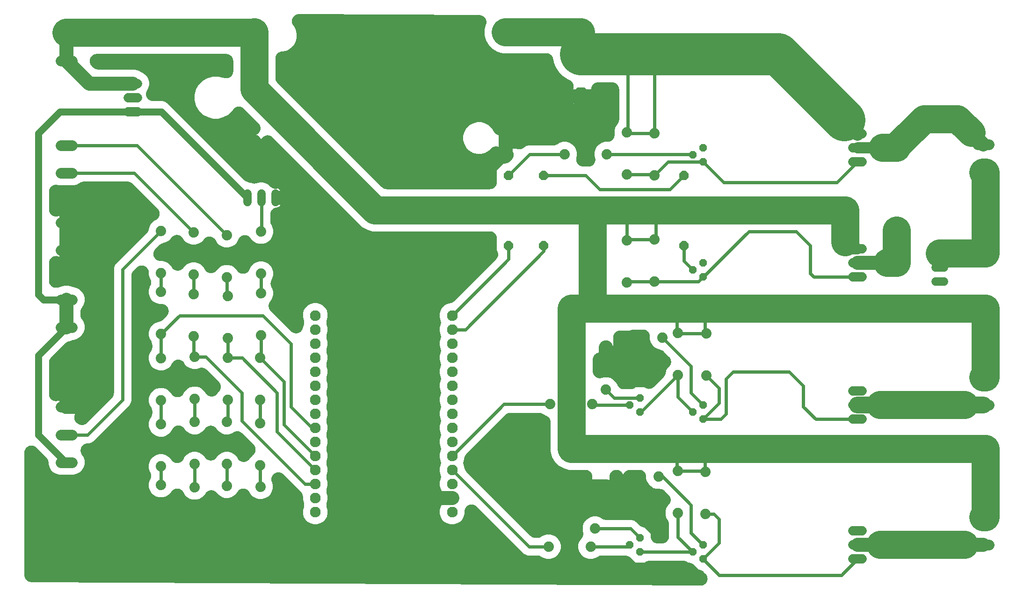
<source format=gbr>
G04 EAGLE Gerber RS-274X export*
G75*
%MOMM*%
%FSLAX34Y34*%
%LPD*%
%INBottom Copper*%
%IPPOS*%
%AMOC8*
5,1,8,0,0,1.08239X$1,22.5*%
G01*
%ADD10C,1.524000*%
%ADD11C,2.247900*%
%ADD12R,1.778000X1.778000*%
%ADD13C,1.676400*%
%ADD14C,1.879600*%
%ADD15P,1.429621X8X112.500000*%
%ADD16C,1.930400*%
%ADD17C,1.981200*%
%ADD18P,3.409096X8X292.500000*%
%ADD19C,3.149600*%
%ADD20P,1.814519X8X112.500000*%
%ADD21P,1.814519X8X292.500000*%
%ADD22C,3.048000*%
%ADD23C,2.540000*%
%ADD24C,5.080000*%
%ADD25C,1.270000*%
%ADD26C,2.032000*%
%ADD27C,0.609600*%
%ADD28C,7.620000*%
%ADD29C,6.350000*%

G36*
X1236503Y5988D02*
X1236503Y5988D01*
X1236591Y5985D01*
X1237006Y6005D01*
X1237423Y6019D01*
X1237510Y6029D01*
X1237597Y6034D01*
X1238009Y6086D01*
X1238424Y6134D01*
X1238510Y6151D01*
X1238597Y6162D01*
X1239003Y6247D01*
X1239413Y6327D01*
X1239498Y6351D01*
X1239583Y6369D01*
X1239982Y6486D01*
X1240384Y6598D01*
X1240466Y6628D01*
X1240550Y6653D01*
X1240940Y6802D01*
X1241330Y6945D01*
X1241409Y6982D01*
X1241491Y7013D01*
X1241868Y7193D01*
X1242245Y7366D01*
X1242321Y7409D01*
X1242401Y7447D01*
X1242761Y7655D01*
X1243124Y7859D01*
X1243197Y7908D01*
X1243273Y7951D01*
X1243616Y8188D01*
X1243962Y8419D01*
X1244030Y8474D01*
X1244103Y8523D01*
X1244425Y8786D01*
X1244752Y9045D01*
X1244816Y9104D01*
X1244884Y9160D01*
X1245185Y9447D01*
X1245490Y9731D01*
X1245550Y9795D01*
X1245613Y9856D01*
X1245891Y10166D01*
X1246172Y10473D01*
X1246226Y10542D01*
X1246284Y10607D01*
X1246537Y10939D01*
X1246793Y11267D01*
X1246841Y11340D01*
X1246894Y11410D01*
X1247119Y11760D01*
X1247348Y12108D01*
X1247391Y12184D01*
X1247438Y12258D01*
X1247634Y12625D01*
X1247836Y12990D01*
X1247872Y13070D01*
X1247913Y13147D01*
X1248079Y13527D01*
X1248251Y13908D01*
X1248281Y13990D01*
X1248316Y14070D01*
X1248451Y14463D01*
X1248593Y14856D01*
X1248616Y14940D01*
X1248645Y15023D01*
X1248749Y15426D01*
X1248858Y15828D01*
X1248875Y15914D01*
X1248897Y15999D01*
X1248969Y16409D01*
X1249046Y16818D01*
X1249055Y16905D01*
X1249070Y16991D01*
X1249110Y17406D01*
X1249154Y17820D01*
X1249157Y17907D01*
X1249165Y17995D01*
X1249171Y18411D01*
X1249183Y18827D01*
X1249178Y18915D01*
X1249180Y19002D01*
X1249153Y19418D01*
X1249132Y19834D01*
X1249120Y19920D01*
X1249115Y20008D01*
X1249055Y20421D01*
X1249001Y20833D01*
X1248982Y20919D01*
X1248970Y21005D01*
X1248878Y21411D01*
X1248791Y21818D01*
X1248766Y21902D01*
X1248746Y21988D01*
X1248622Y22386D01*
X1248504Y22784D01*
X1248472Y22866D01*
X1248446Y22950D01*
X1248291Y23336D01*
X1248141Y23724D01*
X1248103Y23804D01*
X1248070Y23885D01*
X1247885Y24257D01*
X1247704Y24633D01*
X1247660Y24708D01*
X1247621Y24787D01*
X1247406Y25145D01*
X1247197Y25504D01*
X1247147Y25575D01*
X1247102Y25651D01*
X1246860Y25990D01*
X1246623Y26332D01*
X1246567Y26400D01*
X1246516Y26471D01*
X1246249Y26789D01*
X1245984Y27111D01*
X1245924Y27175D01*
X1245867Y27242D01*
X1245464Y27664D01*
X1241952Y31176D01*
X1241835Y31284D01*
X1241724Y31398D01*
X1241465Y31626D01*
X1241212Y31859D01*
X1241087Y31958D01*
X1240967Y32063D01*
X1240690Y32270D01*
X1240420Y32482D01*
X1240287Y32570D01*
X1240160Y32666D01*
X1239868Y32849D01*
X1239581Y33041D01*
X1239441Y33118D01*
X1239307Y33203D01*
X1239002Y33363D01*
X1238700Y33530D01*
X1238555Y33596D01*
X1238414Y33670D01*
X1238097Y33806D01*
X1237783Y33949D01*
X1237634Y34003D01*
X1237487Y34066D01*
X1237160Y34175D01*
X1236836Y34293D01*
X1236683Y34336D01*
X1236532Y34386D01*
X1236197Y34470D01*
X1235865Y34562D01*
X1235709Y34592D01*
X1235554Y34630D01*
X1235214Y34687D01*
X1234875Y34752D01*
X1234717Y34770D01*
X1234560Y34796D01*
X1234217Y34825D01*
X1233874Y34863D01*
X1233714Y34868D01*
X1233556Y34882D01*
X1233209Y34890D01*
X1224223Y43876D01*
X1224106Y43984D01*
X1223995Y44098D01*
X1223736Y44326D01*
X1223483Y44559D01*
X1223358Y44658D01*
X1223238Y44763D01*
X1222961Y44970D01*
X1222691Y45182D01*
X1222558Y45270D01*
X1222431Y45366D01*
X1222139Y45549D01*
X1221852Y45741D01*
X1221712Y45818D01*
X1221578Y45903D01*
X1221273Y46063D01*
X1220971Y46230D01*
X1220826Y46296D01*
X1220685Y46370D01*
X1220368Y46506D01*
X1220054Y46649D01*
X1219905Y46703D01*
X1219758Y46766D01*
X1219431Y46875D01*
X1219107Y46993D01*
X1218954Y47036D01*
X1218803Y47086D01*
X1218468Y47170D01*
X1218136Y47262D01*
X1217980Y47292D01*
X1217825Y47330D01*
X1217485Y47387D01*
X1217146Y47452D01*
X1216988Y47470D01*
X1216831Y47496D01*
X1216488Y47525D01*
X1216145Y47563D01*
X1215985Y47568D01*
X1215827Y47582D01*
X1215244Y47595D01*
X1214146Y47595D01*
X1214089Y47654D01*
X1213830Y47882D01*
X1213577Y48115D01*
X1213452Y48214D01*
X1213332Y48319D01*
X1213055Y48526D01*
X1212785Y48738D01*
X1212652Y48826D01*
X1212525Y48922D01*
X1212233Y49105D01*
X1211946Y49297D01*
X1211806Y49374D01*
X1211672Y49459D01*
X1211367Y49619D01*
X1211065Y49786D01*
X1210920Y49852D01*
X1210779Y49926D01*
X1210462Y50062D01*
X1210148Y50205D01*
X1209999Y50259D01*
X1209852Y50322D01*
X1209525Y50431D01*
X1209201Y50549D01*
X1209048Y50592D01*
X1208897Y50642D01*
X1208562Y50726D01*
X1208230Y50818D01*
X1208074Y50848D01*
X1207919Y50886D01*
X1207579Y50943D01*
X1207240Y51008D01*
X1207082Y51026D01*
X1206925Y51052D01*
X1206582Y51081D01*
X1206239Y51119D01*
X1206079Y51124D01*
X1205921Y51138D01*
X1205338Y51151D01*
X1143712Y51151D01*
X1143553Y51145D01*
X1143394Y51147D01*
X1143051Y51125D01*
X1142706Y51111D01*
X1142547Y51092D01*
X1142389Y51082D01*
X1142047Y51033D01*
X1141705Y50992D01*
X1141549Y50960D01*
X1141391Y50937D01*
X1141055Y50861D01*
X1140717Y50793D01*
X1140564Y50749D01*
X1140409Y50714D01*
X1140080Y50611D01*
X1139748Y50517D01*
X1139599Y50461D01*
X1139447Y50413D01*
X1139127Y50285D01*
X1138804Y50164D01*
X1138659Y50097D01*
X1138512Y50037D01*
X1138203Y49884D01*
X1137890Y49738D01*
X1137752Y49660D01*
X1137609Y49589D01*
X1137313Y49411D01*
X1137014Y49241D01*
X1136882Y49152D01*
X1136746Y49070D01*
X1136465Y48869D01*
X1136180Y48676D01*
X1136055Y48576D01*
X1135926Y48484D01*
X1135662Y48262D01*
X1135393Y48046D01*
X1135276Y47937D01*
X1135155Y47835D01*
X1134904Y47595D01*
X1118904Y47595D01*
X1109923Y56576D01*
X1109806Y56684D01*
X1109695Y56798D01*
X1109436Y57026D01*
X1109183Y57259D01*
X1109058Y57358D01*
X1108938Y57463D01*
X1108661Y57670D01*
X1108391Y57882D01*
X1108258Y57970D01*
X1108131Y58066D01*
X1107839Y58249D01*
X1107552Y58441D01*
X1107412Y58518D01*
X1107278Y58603D01*
X1106973Y58763D01*
X1106671Y58930D01*
X1106526Y58996D01*
X1106385Y59070D01*
X1106068Y59206D01*
X1105754Y59349D01*
X1105605Y59403D01*
X1105458Y59466D01*
X1105131Y59575D01*
X1104807Y59693D01*
X1104654Y59736D01*
X1104503Y59786D01*
X1104168Y59870D01*
X1103836Y59962D01*
X1103680Y59992D01*
X1103525Y60030D01*
X1103185Y60087D01*
X1102846Y60152D01*
X1102688Y60170D01*
X1102531Y60196D01*
X1102188Y60225D01*
X1101845Y60263D01*
X1101685Y60268D01*
X1101527Y60282D01*
X1100944Y60295D01*
X1097950Y60295D01*
X1097802Y60349D01*
X1097648Y60392D01*
X1097497Y60442D01*
X1097162Y60526D01*
X1096830Y60617D01*
X1096674Y60648D01*
X1096519Y60686D01*
X1096179Y60743D01*
X1095841Y60808D01*
X1095682Y60825D01*
X1095525Y60852D01*
X1095182Y60881D01*
X1094839Y60919D01*
X1094680Y60924D01*
X1094521Y60938D01*
X1093938Y60951D01*
X1057823Y60951D01*
X1057814Y60951D01*
X1057805Y60951D01*
X1057307Y60931D01*
X1056816Y60911D01*
X1056807Y60910D01*
X1056798Y60910D01*
X1056306Y60850D01*
X1055815Y60792D01*
X1055807Y60790D01*
X1055798Y60789D01*
X1055315Y60691D01*
X1054827Y60593D01*
X1054819Y60590D01*
X1054810Y60589D01*
X1054342Y60455D01*
X1053858Y60317D01*
X1053850Y60313D01*
X1053841Y60311D01*
X1053387Y60141D01*
X1052914Y59964D01*
X1052906Y59960D01*
X1052898Y59957D01*
X1052446Y59746D01*
X1052001Y59538D01*
X1051993Y59534D01*
X1051985Y59530D01*
X1051473Y59250D01*
X1046030Y56107D01*
X1040409Y54601D01*
X1034591Y54601D01*
X1028970Y56107D01*
X1023931Y59017D01*
X1019817Y63131D01*
X1016907Y68170D01*
X1015401Y73791D01*
X1015401Y79609D01*
X1016907Y85230D01*
X1019817Y90269D01*
X1020630Y91082D01*
X1020839Y91309D01*
X1021056Y91530D01*
X1021181Y91679D01*
X1021313Y91822D01*
X1021504Y92065D01*
X1021703Y92303D01*
X1021816Y92461D01*
X1021936Y92614D01*
X1022108Y92872D01*
X1022287Y93124D01*
X1022386Y93291D01*
X1022494Y93453D01*
X1022645Y93724D01*
X1022803Y93990D01*
X1022889Y94164D01*
X1022984Y94334D01*
X1023113Y94616D01*
X1023250Y94893D01*
X1023322Y95073D01*
X1023403Y95251D01*
X1023509Y95542D01*
X1023623Y95829D01*
X1023681Y96015D01*
X1023747Y96198D01*
X1023829Y96496D01*
X1023921Y96792D01*
X1023964Y96982D01*
X1024015Y97169D01*
X1024074Y97473D01*
X1024142Y97775D01*
X1024169Y97968D01*
X1024206Y98159D01*
X1024240Y98466D01*
X1024284Y98773D01*
X1024296Y98967D01*
X1024317Y99160D01*
X1024327Y99470D01*
X1024346Y99779D01*
X1024343Y99973D01*
X1024349Y100168D01*
X1024334Y100477D01*
X1024328Y100786D01*
X1024310Y100980D01*
X1024300Y101174D01*
X1024261Y101481D01*
X1024231Y101789D01*
X1024197Y101981D01*
X1024172Y102174D01*
X1024109Y102476D01*
X1024054Y102781D01*
X1023984Y103069D01*
X1023965Y103160D01*
X1023948Y103220D01*
X1023916Y103349D01*
X1023101Y106391D01*
X1023101Y112209D01*
X1024607Y117830D01*
X1027517Y122869D01*
X1031631Y126983D01*
X1036670Y129893D01*
X1042291Y131399D01*
X1048109Y131399D01*
X1053730Y129893D01*
X1059173Y126750D01*
X1059181Y126746D01*
X1059188Y126741D01*
X1059617Y126517D01*
X1060065Y126281D01*
X1060073Y126278D01*
X1060081Y126274D01*
X1060532Y126081D01*
X1060991Y125885D01*
X1061000Y125882D01*
X1061008Y125878D01*
X1061478Y125720D01*
X1061946Y125563D01*
X1061955Y125561D01*
X1061963Y125558D01*
X1062453Y125436D01*
X1062924Y125317D01*
X1062932Y125316D01*
X1062941Y125314D01*
X1063430Y125233D01*
X1063918Y125151D01*
X1063927Y125150D01*
X1063935Y125148D01*
X1064419Y125107D01*
X1064922Y125063D01*
X1064931Y125063D01*
X1064939Y125062D01*
X1065523Y125049D01*
X1111973Y125049D01*
X1115979Y123975D01*
X1119570Y121902D01*
X1126148Y115324D01*
X1126265Y115216D01*
X1126376Y115102D01*
X1126635Y114874D01*
X1126888Y114641D01*
X1127013Y114542D01*
X1127133Y114437D01*
X1127410Y114230D01*
X1127680Y114018D01*
X1127813Y113930D01*
X1127940Y113834D01*
X1128232Y113651D01*
X1128519Y113459D01*
X1128659Y113382D01*
X1128793Y113297D01*
X1129098Y113137D01*
X1129400Y112970D01*
X1129545Y112904D01*
X1129686Y112830D01*
X1130003Y112694D01*
X1130317Y112551D01*
X1130466Y112497D01*
X1130613Y112434D01*
X1130940Y112325D01*
X1131264Y112207D01*
X1131417Y112164D01*
X1131568Y112114D01*
X1131903Y112030D01*
X1132235Y111938D01*
X1132391Y111908D01*
X1132546Y111870D01*
X1132886Y111813D01*
X1133225Y111748D01*
X1133383Y111730D01*
X1133540Y111704D01*
X1133883Y111675D01*
X1134226Y111637D01*
X1134386Y111632D01*
X1134544Y111618D01*
X1134891Y111610D01*
X1146205Y100296D01*
X1146205Y95348D01*
X1146209Y95242D01*
X1146207Y95136D01*
X1146229Y94739D01*
X1146245Y94341D01*
X1146257Y94236D01*
X1146263Y94130D01*
X1146317Y93735D01*
X1146364Y93340D01*
X1146385Y93236D01*
X1146400Y93131D01*
X1146485Y92743D01*
X1146563Y92352D01*
X1146592Y92250D01*
X1146615Y92147D01*
X1146730Y91767D01*
X1146839Y91383D01*
X1146877Y91284D01*
X1146907Y91182D01*
X1147053Y90812D01*
X1147192Y90439D01*
X1147237Y90343D01*
X1147275Y90244D01*
X1147450Y89886D01*
X1147618Y89526D01*
X1147670Y89434D01*
X1147717Y89338D01*
X1147919Y88995D01*
X1148115Y88649D01*
X1148175Y88562D01*
X1148228Y88470D01*
X1148457Y88144D01*
X1148680Y87815D01*
X1148747Y87732D01*
X1148807Y87645D01*
X1149061Y87340D01*
X1149310Y87028D01*
X1149383Y86950D01*
X1149450Y86869D01*
X1149727Y86584D01*
X1150000Y86294D01*
X1150078Y86222D01*
X1150152Y86146D01*
X1150451Y85883D01*
X1150746Y85616D01*
X1150829Y85551D01*
X1150909Y85481D01*
X1151229Y85243D01*
X1151543Y85000D01*
X1151632Y84942D01*
X1151717Y84878D01*
X1152054Y84666D01*
X1152387Y84449D01*
X1152480Y84398D01*
X1152570Y84341D01*
X1152922Y84157D01*
X1153271Y83966D01*
X1153368Y83923D01*
X1153462Y83874D01*
X1153829Y83717D01*
X1154192Y83555D01*
X1154291Y83520D01*
X1154389Y83478D01*
X1154767Y83351D01*
X1155141Y83219D01*
X1155244Y83192D01*
X1155345Y83158D01*
X1155732Y83061D01*
X1156115Y82959D01*
X1156219Y82940D01*
X1156322Y82914D01*
X1156716Y82848D01*
X1157106Y82777D01*
X1157212Y82766D01*
X1157316Y82748D01*
X1157713Y82714D01*
X1158109Y82674D01*
X1158215Y82671D01*
X1158321Y82662D01*
X1158904Y82649D01*
X1166752Y82649D01*
X1166858Y82653D01*
X1166964Y82651D01*
X1167361Y82673D01*
X1167759Y82689D01*
X1167864Y82701D01*
X1167970Y82707D01*
X1168365Y82761D01*
X1168760Y82808D01*
X1168864Y82829D01*
X1168969Y82844D01*
X1169357Y82929D01*
X1169748Y83007D01*
X1169850Y83036D01*
X1169953Y83059D01*
X1170333Y83174D01*
X1170717Y83283D01*
X1170816Y83321D01*
X1170918Y83351D01*
X1171288Y83497D01*
X1171661Y83636D01*
X1171757Y83681D01*
X1171856Y83719D01*
X1172214Y83894D01*
X1172574Y84062D01*
X1172666Y84114D01*
X1172762Y84161D01*
X1173105Y84363D01*
X1173451Y84559D01*
X1173538Y84619D01*
X1173630Y84672D01*
X1173956Y84901D01*
X1174285Y85124D01*
X1174368Y85191D01*
X1174455Y85251D01*
X1174760Y85505D01*
X1175072Y85754D01*
X1175149Y85827D01*
X1175231Y85894D01*
X1175516Y86171D01*
X1175806Y86444D01*
X1175878Y86522D01*
X1175954Y86596D01*
X1176217Y86895D01*
X1176484Y87190D01*
X1176549Y87273D01*
X1176619Y87353D01*
X1176857Y87673D01*
X1177100Y87987D01*
X1177158Y88076D01*
X1177222Y88161D01*
X1177434Y88498D01*
X1177651Y88831D01*
X1177702Y88924D01*
X1177759Y89014D01*
X1177943Y89366D01*
X1178134Y89715D01*
X1178177Y89812D01*
X1178226Y89906D01*
X1178383Y90273D01*
X1178545Y90636D01*
X1178580Y90735D01*
X1178622Y90833D01*
X1178749Y91211D01*
X1178881Y91585D01*
X1178908Y91688D01*
X1178942Y91789D01*
X1179039Y92176D01*
X1179141Y92559D01*
X1179160Y92663D01*
X1179186Y92766D01*
X1179252Y93160D01*
X1179323Y93550D01*
X1179334Y93656D01*
X1179352Y93760D01*
X1179386Y94157D01*
X1179426Y94553D01*
X1179429Y94659D01*
X1179438Y94765D01*
X1179451Y95348D01*
X1179451Y117377D01*
X1179451Y117386D01*
X1179451Y117395D01*
X1179431Y117890D01*
X1179411Y118384D01*
X1179410Y118393D01*
X1179410Y118402D01*
X1179350Y118894D01*
X1179292Y119385D01*
X1179290Y119393D01*
X1179289Y119402D01*
X1179192Y119879D01*
X1179093Y120373D01*
X1179090Y120381D01*
X1179089Y120390D01*
X1178957Y120849D01*
X1178817Y121342D01*
X1178813Y121350D01*
X1178811Y121359D01*
X1178642Y121809D01*
X1178464Y122286D01*
X1178460Y122294D01*
X1178457Y122302D01*
X1178250Y122745D01*
X1178038Y123199D01*
X1178034Y123207D01*
X1178030Y123215D01*
X1177750Y123727D01*
X1174607Y129170D01*
X1173101Y134791D01*
X1173101Y140609D01*
X1174607Y146230D01*
X1177517Y151269D01*
X1178808Y152560D01*
X1178880Y152638D01*
X1178957Y152712D01*
X1179222Y153009D01*
X1179492Y153301D01*
X1179557Y153384D01*
X1179628Y153463D01*
X1179869Y153780D01*
X1180115Y154093D01*
X1180174Y154181D01*
X1180238Y154266D01*
X1180452Y154600D01*
X1180673Y154932D01*
X1180724Y155025D01*
X1180782Y155114D01*
X1180969Y155465D01*
X1181163Y155813D01*
X1181207Y155909D01*
X1181257Y156003D01*
X1181416Y156367D01*
X1181581Y156729D01*
X1181617Y156829D01*
X1181660Y156926D01*
X1181790Y157303D01*
X1181926Y157676D01*
X1181954Y157779D01*
X1181988Y157879D01*
X1182088Y158265D01*
X1182194Y158648D01*
X1182214Y158752D01*
X1182240Y158855D01*
X1182309Y159246D01*
X1182384Y159637D01*
X1182396Y159743D01*
X1182414Y159847D01*
X1182452Y160244D01*
X1182496Y160639D01*
X1182499Y160745D01*
X1182509Y160851D01*
X1182515Y161249D01*
X1182527Y161646D01*
X1182522Y161752D01*
X1182524Y161858D01*
X1182498Y162255D01*
X1182479Y162653D01*
X1182465Y162758D01*
X1182458Y162864D01*
X1182401Y163258D01*
X1182351Y163652D01*
X1182329Y163756D01*
X1182314Y163861D01*
X1182226Y164249D01*
X1182144Y164639D01*
X1182114Y164740D01*
X1182090Y164844D01*
X1181972Y165224D01*
X1181859Y165605D01*
X1181821Y165705D01*
X1181790Y165806D01*
X1181642Y166174D01*
X1181499Y166546D01*
X1181453Y166642D01*
X1181414Y166741D01*
X1181237Y167097D01*
X1181065Y167456D01*
X1181012Y167548D01*
X1180965Y167643D01*
X1180760Y167984D01*
X1180561Y168328D01*
X1180501Y168416D01*
X1180446Y168507D01*
X1180215Y168830D01*
X1179989Y169158D01*
X1179922Y169241D01*
X1179860Y169327D01*
X1179604Y169631D01*
X1179353Y169940D01*
X1179280Y170017D01*
X1179211Y170098D01*
X1178808Y170520D01*
X1171846Y177482D01*
X1171729Y177590D01*
X1171618Y177704D01*
X1171359Y177931D01*
X1171106Y178166D01*
X1170981Y178264D01*
X1170861Y178369D01*
X1170584Y178576D01*
X1170314Y178788D01*
X1170181Y178876D01*
X1170054Y178972D01*
X1169762Y179156D01*
X1169475Y179347D01*
X1169336Y179424D01*
X1169201Y179509D01*
X1168895Y179669D01*
X1168594Y179836D01*
X1168449Y179902D01*
X1168308Y179976D01*
X1167990Y180112D01*
X1167677Y180255D01*
X1167528Y180309D01*
X1167381Y180372D01*
X1167054Y180482D01*
X1166730Y180599D01*
X1166577Y180642D01*
X1166426Y180692D01*
X1166091Y180776D01*
X1165759Y180868D01*
X1165603Y180898D01*
X1165448Y180936D01*
X1165108Y180993D01*
X1164769Y181058D01*
X1164611Y181076D01*
X1164454Y181102D01*
X1164111Y181131D01*
X1163768Y181169D01*
X1163608Y181174D01*
X1163450Y181188D01*
X1162866Y181201D01*
X1157391Y181201D01*
X1151770Y182707D01*
X1146731Y185617D01*
X1142617Y189731D01*
X1139707Y194770D01*
X1138201Y200391D01*
X1138201Y203200D01*
X1138197Y203306D01*
X1138199Y203412D01*
X1138177Y203809D01*
X1138161Y204207D01*
X1138149Y204312D01*
X1138143Y204418D01*
X1138089Y204813D01*
X1138042Y205208D01*
X1138021Y205312D01*
X1138006Y205417D01*
X1137921Y205805D01*
X1137843Y206196D01*
X1137814Y206298D01*
X1137791Y206401D01*
X1137676Y206781D01*
X1137567Y207165D01*
X1137529Y207264D01*
X1137499Y207366D01*
X1137353Y207736D01*
X1137214Y208109D01*
X1137169Y208205D01*
X1137131Y208304D01*
X1136956Y208662D01*
X1136788Y209022D01*
X1136736Y209114D01*
X1136689Y209210D01*
X1136487Y209553D01*
X1136291Y209899D01*
X1136231Y209986D01*
X1136178Y210078D01*
X1135949Y210404D01*
X1135726Y210733D01*
X1135659Y210816D01*
X1135599Y210903D01*
X1135345Y211208D01*
X1135096Y211520D01*
X1135023Y211598D01*
X1134956Y211679D01*
X1134679Y211964D01*
X1134406Y212254D01*
X1134328Y212326D01*
X1134254Y212402D01*
X1133955Y212665D01*
X1133660Y212932D01*
X1133577Y212997D01*
X1133497Y213067D01*
X1133177Y213305D01*
X1132863Y213548D01*
X1132774Y213606D01*
X1132689Y213670D01*
X1132352Y213882D01*
X1132019Y214099D01*
X1131926Y214150D01*
X1131836Y214207D01*
X1131484Y214391D01*
X1131135Y214582D01*
X1131038Y214625D01*
X1130944Y214674D01*
X1130577Y214831D01*
X1130214Y214993D01*
X1130115Y215028D01*
X1130017Y215070D01*
X1129639Y215197D01*
X1129265Y215329D01*
X1129162Y215356D01*
X1129061Y215390D01*
X1128674Y215487D01*
X1128291Y215589D01*
X1128187Y215608D01*
X1128084Y215634D01*
X1127690Y215700D01*
X1127300Y215771D01*
X1127194Y215782D01*
X1127090Y215800D01*
X1126693Y215834D01*
X1126297Y215874D01*
X1126191Y215877D01*
X1126085Y215886D01*
X1125502Y215899D01*
X1108738Y215899D01*
X1108632Y215895D01*
X1108525Y215897D01*
X1108129Y215875D01*
X1107731Y215859D01*
X1107625Y215847D01*
X1107519Y215841D01*
X1107125Y215787D01*
X1106730Y215740D01*
X1106626Y215719D01*
X1106521Y215704D01*
X1106133Y215619D01*
X1105742Y215541D01*
X1105640Y215512D01*
X1105536Y215489D01*
X1105156Y215374D01*
X1104773Y215265D01*
X1104674Y215227D01*
X1104572Y215197D01*
X1104203Y215052D01*
X1103829Y214912D01*
X1103733Y214867D01*
X1103634Y214828D01*
X1103277Y214654D01*
X1102916Y214486D01*
X1102824Y214434D01*
X1102728Y214387D01*
X1102385Y214185D01*
X1102039Y213989D01*
X1101952Y213929D01*
X1101860Y213875D01*
X1101534Y213647D01*
X1101205Y213424D01*
X1101122Y213357D01*
X1101035Y213296D01*
X1100729Y213043D01*
X1100418Y212794D01*
X1100341Y212722D01*
X1100259Y212654D01*
X1099973Y212376D01*
X1099684Y212104D01*
X1099612Y212026D01*
X1099536Y211952D01*
X1099273Y211653D01*
X1099006Y211358D01*
X1098941Y211274D01*
X1098871Y211194D01*
X1098633Y210876D01*
X1098390Y210561D01*
X1098332Y210472D01*
X1098268Y210387D01*
X1098057Y210051D01*
X1097839Y209717D01*
X1097788Y209624D01*
X1097731Y209534D01*
X1097546Y209182D01*
X1097356Y208833D01*
X1097313Y208736D01*
X1097264Y208641D01*
X1097107Y208275D01*
X1096945Y207912D01*
X1096910Y207812D01*
X1096868Y207714D01*
X1096742Y207338D01*
X1096609Y206963D01*
X1096581Y206860D01*
X1096548Y206759D01*
X1096451Y206373D01*
X1096422Y206263D01*
X1096412Y206298D01*
X1096389Y206401D01*
X1096274Y206781D01*
X1096165Y207165D01*
X1096128Y207264D01*
X1096097Y207366D01*
X1095952Y207736D01*
X1095812Y208109D01*
X1095767Y208205D01*
X1095729Y208304D01*
X1095554Y208662D01*
X1095386Y209022D01*
X1095334Y209114D01*
X1095287Y209210D01*
X1095085Y209553D01*
X1094889Y209899D01*
X1094830Y209986D01*
X1094776Y210078D01*
X1094547Y210404D01*
X1094324Y210733D01*
X1094258Y210816D01*
X1094197Y210903D01*
X1093944Y211208D01*
X1093694Y211520D01*
X1093622Y211598D01*
X1093554Y211679D01*
X1093277Y211964D01*
X1093005Y212254D01*
X1092926Y212326D01*
X1092852Y212402D01*
X1092553Y212665D01*
X1092259Y212932D01*
X1092175Y212997D01*
X1092095Y213067D01*
X1091775Y213305D01*
X1091461Y213548D01*
X1091373Y213606D01*
X1091287Y213670D01*
X1090951Y213882D01*
X1090618Y214099D01*
X1090524Y214150D01*
X1090435Y214207D01*
X1090082Y214391D01*
X1089733Y214582D01*
X1089636Y214625D01*
X1089542Y214674D01*
X1089175Y214831D01*
X1088813Y214993D01*
X1088713Y215028D01*
X1088615Y215070D01*
X1088237Y215197D01*
X1087863Y215329D01*
X1087760Y215356D01*
X1087660Y215390D01*
X1087272Y215487D01*
X1086889Y215589D01*
X1086785Y215608D01*
X1086682Y215634D01*
X1086288Y215700D01*
X1085898Y215771D01*
X1085792Y215782D01*
X1085688Y215800D01*
X1085291Y215834D01*
X1084895Y215874D01*
X1084790Y215877D01*
X1084684Y215886D01*
X1084100Y215899D01*
X1083994Y215895D01*
X1083888Y215897D01*
X1083491Y215875D01*
X1083093Y215859D01*
X1082987Y215847D01*
X1082882Y215841D01*
X1082487Y215787D01*
X1082092Y215740D01*
X1081988Y215719D01*
X1081883Y215704D01*
X1081495Y215619D01*
X1081104Y215541D01*
X1081002Y215512D01*
X1080899Y215489D01*
X1080519Y215374D01*
X1080135Y215265D01*
X1080036Y215227D01*
X1079934Y215197D01*
X1079564Y215051D01*
X1079191Y214912D01*
X1079095Y214867D01*
X1078996Y214829D01*
X1078638Y214654D01*
X1078278Y214486D01*
X1078186Y214434D01*
X1078090Y214387D01*
X1077746Y214185D01*
X1077401Y213989D01*
X1077314Y213929D01*
X1077222Y213876D01*
X1076896Y213647D01*
X1076567Y213424D01*
X1076484Y213357D01*
X1076397Y213297D01*
X1076091Y213043D01*
X1075780Y212794D01*
X1075702Y212721D01*
X1075621Y212654D01*
X1075336Y212377D01*
X1075045Y212104D01*
X1074974Y212026D01*
X1074898Y211952D01*
X1074635Y211653D01*
X1074368Y211358D01*
X1074303Y211275D01*
X1074233Y211195D01*
X1073994Y210875D01*
X1073752Y210561D01*
X1073694Y210472D01*
X1073630Y210387D01*
X1073418Y210050D01*
X1073201Y209717D01*
X1073150Y209624D01*
X1073093Y209534D01*
X1072909Y209182D01*
X1072718Y208833D01*
X1072675Y208736D01*
X1072626Y208642D01*
X1072469Y208275D01*
X1072307Y207912D01*
X1072272Y207813D01*
X1072230Y207715D01*
X1072103Y207337D01*
X1071971Y206963D01*
X1071943Y206860D01*
X1071910Y206759D01*
X1071813Y206372D01*
X1071711Y205989D01*
X1071691Y205885D01*
X1071666Y205782D01*
X1071600Y205388D01*
X1071528Y204998D01*
X1071518Y204892D01*
X1071500Y204788D01*
X1071466Y204391D01*
X1071426Y203995D01*
X1071423Y203889D01*
X1071414Y203783D01*
X1071401Y203200D01*
X1071401Y197429D01*
X1071303Y197468D01*
X1070959Y197575D01*
X1070616Y197690D01*
X1070477Y197725D01*
X1070340Y197767D01*
X1069989Y197847D01*
X1069638Y197934D01*
X1069497Y197958D01*
X1069357Y197989D01*
X1069000Y198040D01*
X1068644Y198100D01*
X1068502Y198112D01*
X1068360Y198132D01*
X1068000Y198155D01*
X1067640Y198186D01*
X1067437Y198191D01*
X1067354Y198196D01*
X1067269Y198195D01*
X1067056Y198199D01*
X1039723Y198199D01*
X1039809Y198389D01*
X1039828Y198439D01*
X1039849Y198488D01*
X1039999Y198910D01*
X1040154Y199336D01*
X1040168Y199388D01*
X1040186Y199437D01*
X1040302Y199871D01*
X1040422Y200308D01*
X1040432Y200360D01*
X1040446Y200411D01*
X1040527Y200853D01*
X1040613Y201297D01*
X1040618Y201350D01*
X1040628Y201402D01*
X1040674Y201850D01*
X1040724Y202299D01*
X1040726Y202352D01*
X1040731Y202405D01*
X1040741Y202854D01*
X1040755Y203306D01*
X1040753Y203359D01*
X1040754Y203412D01*
X1040729Y203861D01*
X1040707Y204313D01*
X1040700Y204365D01*
X1040697Y204418D01*
X1040636Y204866D01*
X1040579Y205312D01*
X1040568Y205364D01*
X1040561Y205417D01*
X1040465Y205856D01*
X1040372Y206298D01*
X1040357Y206350D01*
X1040346Y206401D01*
X1040215Y206832D01*
X1040088Y207265D01*
X1040069Y207315D01*
X1040053Y207366D01*
X1039889Y207785D01*
X1039728Y208206D01*
X1039704Y208255D01*
X1039685Y208304D01*
X1039488Y208708D01*
X1039294Y209116D01*
X1039267Y209162D01*
X1039244Y209210D01*
X1039015Y209598D01*
X1038789Y209988D01*
X1038759Y210032D01*
X1038732Y210078D01*
X1038473Y210447D01*
X1038217Y210818D01*
X1038184Y210859D01*
X1038153Y210903D01*
X1037867Y211248D01*
X1037581Y211600D01*
X1037544Y211638D01*
X1037511Y211679D01*
X1037197Y212002D01*
X1036885Y212328D01*
X1036846Y212364D01*
X1036809Y212402D01*
X1036468Y212701D01*
X1036134Y213000D01*
X1036092Y213032D01*
X1036051Y213067D01*
X1035688Y213338D01*
X1035331Y213609D01*
X1035287Y213638D01*
X1035244Y213670D01*
X1034862Y213910D01*
X1034483Y214153D01*
X1034436Y214178D01*
X1034391Y214207D01*
X1033992Y214416D01*
X1033594Y214628D01*
X1033546Y214650D01*
X1033498Y214674D01*
X1033083Y214852D01*
X1032671Y215031D01*
X1032620Y215049D01*
X1032571Y215070D01*
X1032143Y215214D01*
X1031718Y215360D01*
X1031667Y215373D01*
X1031616Y215390D01*
X1031177Y215500D01*
X1030742Y215612D01*
X1030690Y215621D01*
X1030638Y215634D01*
X1030193Y215708D01*
X1029750Y215786D01*
X1029697Y215791D01*
X1029644Y215800D01*
X1029194Y215838D01*
X1028746Y215881D01*
X1028693Y215881D01*
X1028640Y215886D01*
X1028057Y215899D01*
X998284Y215899D01*
X988594Y218496D01*
X979906Y223512D01*
X972812Y230606D01*
X967796Y239294D01*
X965199Y248984D01*
X965199Y301990D01*
X965181Y302450D01*
X965166Y302909D01*
X965161Y302953D01*
X965159Y302997D01*
X965104Y303455D01*
X965053Y303910D01*
X965045Y303953D01*
X965040Y303997D01*
X964949Y304449D01*
X964861Y304899D01*
X964850Y304942D01*
X964841Y304985D01*
X964715Y305429D01*
X964592Y305870D01*
X964577Y305912D01*
X964565Y305955D01*
X964404Y306385D01*
X964246Y306817D01*
X964228Y306857D01*
X964212Y306899D01*
X964019Y307314D01*
X963826Y307733D01*
X963805Y307772D01*
X963786Y307812D01*
X963560Y308210D01*
X963335Y308613D01*
X963311Y308650D01*
X963289Y308688D01*
X963031Y309069D01*
X962776Y309451D01*
X962749Y309486D01*
X962724Y309523D01*
X962436Y309882D01*
X962152Y310243D01*
X962122Y310275D01*
X962094Y310310D01*
X961780Y310645D01*
X961467Y310982D01*
X961435Y311012D01*
X961404Y311044D01*
X961064Y311353D01*
X960726Y311665D01*
X960691Y311692D01*
X960658Y311722D01*
X960295Y312003D01*
X959933Y312287D01*
X959896Y312311D01*
X959861Y312338D01*
X959475Y312590D01*
X959093Y312844D01*
X959055Y312865D01*
X959017Y312889D01*
X958612Y313110D01*
X958212Y313332D01*
X958171Y313350D01*
X958133Y313372D01*
X957714Y313559D01*
X957294Y313749D01*
X957253Y313764D01*
X957212Y313782D01*
X956780Y313936D01*
X956347Y314092D01*
X956292Y314109D01*
X956263Y314119D01*
X956192Y314138D01*
X955986Y314198D01*
X950527Y317350D01*
X950519Y317354D01*
X950512Y317359D01*
X950083Y317583D01*
X949635Y317819D01*
X949627Y317822D01*
X949619Y317826D01*
X949168Y318019D01*
X948709Y318215D01*
X948700Y318218D01*
X948692Y318222D01*
X948222Y318380D01*
X947754Y318537D01*
X947745Y318539D01*
X947737Y318542D01*
X947247Y318664D01*
X946776Y318783D01*
X946768Y318784D01*
X946759Y318786D01*
X946270Y318867D01*
X945782Y318949D01*
X945773Y318950D01*
X945765Y318952D01*
X945281Y318993D01*
X944778Y319037D01*
X944769Y319037D01*
X944761Y319038D01*
X944177Y319051D01*
X892284Y319051D01*
X892124Y319045D01*
X891965Y319047D01*
X891622Y319025D01*
X891277Y319011D01*
X891118Y318992D01*
X890960Y318982D01*
X890619Y318933D01*
X890276Y318892D01*
X890120Y318860D01*
X889962Y318837D01*
X889627Y318761D01*
X889288Y318693D01*
X889135Y318649D01*
X888980Y318614D01*
X888651Y318511D01*
X888319Y318417D01*
X888170Y318361D01*
X888018Y318313D01*
X887698Y318185D01*
X887375Y318064D01*
X887230Y317997D01*
X887083Y317938D01*
X886774Y317784D01*
X886462Y317638D01*
X886323Y317560D01*
X886181Y317489D01*
X885885Y317311D01*
X885585Y317141D01*
X885453Y317052D01*
X885317Y316970D01*
X885036Y316769D01*
X884751Y316576D01*
X884626Y316476D01*
X884497Y316384D01*
X884233Y316162D01*
X883964Y315946D01*
X883848Y315837D01*
X883726Y315735D01*
X883304Y315332D01*
X812766Y244793D01*
X812760Y244787D01*
X812753Y244781D01*
X812416Y244415D01*
X812082Y244053D01*
X812076Y244046D01*
X812070Y244040D01*
X811767Y243653D01*
X811459Y243261D01*
X811454Y243254D01*
X811449Y243247D01*
X811173Y242831D01*
X810901Y242422D01*
X810897Y242414D01*
X810892Y242407D01*
X810642Y241957D01*
X810411Y241541D01*
X810407Y241533D01*
X810403Y241525D01*
X810202Y241083D01*
X809992Y240624D01*
X809989Y240616D01*
X809986Y240608D01*
X809816Y240140D01*
X809648Y239677D01*
X809646Y239669D01*
X809643Y239661D01*
X809479Y239101D01*
X807519Y231787D01*
X807517Y231778D01*
X807514Y231770D01*
X807404Y231275D01*
X807297Y230804D01*
X807296Y230795D01*
X807294Y230787D01*
X807222Y230282D01*
X807154Y229806D01*
X807153Y229798D01*
X807152Y229789D01*
X807121Y229285D01*
X807090Y228801D01*
X807090Y228792D01*
X807089Y228783D01*
X807098Y228291D01*
X807106Y227793D01*
X807107Y227784D01*
X807107Y227775D01*
X807154Y227288D01*
X807202Y226790D01*
X807204Y226781D01*
X807204Y226772D01*
X807291Y226288D01*
X807377Y225797D01*
X807379Y225789D01*
X807381Y225780D01*
X807519Y225213D01*
X809479Y217899D01*
X809481Y217891D01*
X809483Y217882D01*
X809633Y217403D01*
X809778Y216937D01*
X809781Y216929D01*
X809784Y216921D01*
X809969Y216460D01*
X810153Y216002D01*
X810156Y215994D01*
X810160Y215986D01*
X810378Y215546D01*
X810600Y215099D01*
X810605Y215091D01*
X810609Y215083D01*
X810864Y214659D01*
X811118Y214234D01*
X811123Y214227D01*
X811128Y214219D01*
X811417Y213815D01*
X811703Y213413D01*
X811708Y213407D01*
X811713Y213400D01*
X812031Y213022D01*
X812351Y212642D01*
X812357Y212635D01*
X812362Y212629D01*
X812766Y212207D01*
X928804Y96168D01*
X928921Y96060D01*
X929032Y95946D01*
X929291Y95718D01*
X929544Y95485D01*
X929669Y95386D01*
X929789Y95281D01*
X930066Y95074D01*
X930336Y94862D01*
X930469Y94774D01*
X930596Y94678D01*
X930888Y94495D01*
X931175Y94303D01*
X931315Y94226D01*
X931449Y94141D01*
X931754Y93981D01*
X932056Y93814D01*
X932201Y93748D01*
X932342Y93674D01*
X932659Y93538D01*
X932973Y93395D01*
X933122Y93341D01*
X933269Y93278D01*
X933596Y93169D01*
X933920Y93051D01*
X934073Y93008D01*
X934224Y92958D01*
X934559Y92874D01*
X934891Y92782D01*
X935047Y92752D01*
X935202Y92714D01*
X935542Y92657D01*
X935881Y92592D01*
X936039Y92574D01*
X936196Y92548D01*
X936539Y92519D01*
X936882Y92481D01*
X937042Y92476D01*
X937200Y92462D01*
X937784Y92449D01*
X940977Y92449D01*
X940986Y92449D01*
X940995Y92449D01*
X941493Y92469D01*
X941984Y92489D01*
X941993Y92490D01*
X942002Y92490D01*
X942494Y92550D01*
X942985Y92608D01*
X942993Y92610D01*
X943002Y92611D01*
X943485Y92709D01*
X943973Y92807D01*
X943981Y92810D01*
X943990Y92811D01*
X944458Y92945D01*
X944942Y93083D01*
X944950Y93087D01*
X944959Y93089D01*
X945413Y93259D01*
X945886Y93436D01*
X945894Y93440D01*
X945902Y93443D01*
X946349Y93652D01*
X946799Y93862D01*
X946807Y93866D01*
X946815Y93870D01*
X947327Y94150D01*
X952770Y97293D01*
X958391Y98799D01*
X964209Y98799D01*
X969830Y97293D01*
X974869Y94383D01*
X978983Y90269D01*
X981893Y85230D01*
X983399Y79609D01*
X983399Y73791D01*
X981893Y68170D01*
X978983Y63131D01*
X974869Y59017D01*
X969830Y56107D01*
X964209Y54601D01*
X958391Y54601D01*
X952770Y56107D01*
X947327Y59250D01*
X947319Y59254D01*
X947312Y59259D01*
X946883Y59483D01*
X946435Y59719D01*
X946427Y59722D01*
X946419Y59726D01*
X945968Y59919D01*
X945509Y60115D01*
X945500Y60118D01*
X945492Y60122D01*
X945023Y60279D01*
X944554Y60437D01*
X944545Y60439D01*
X944537Y60442D01*
X944047Y60564D01*
X943576Y60683D01*
X943568Y60684D01*
X943559Y60686D01*
X943070Y60767D01*
X942582Y60849D01*
X942573Y60850D01*
X942565Y60852D01*
X942081Y60893D01*
X941578Y60937D01*
X941569Y60937D01*
X941561Y60938D01*
X940977Y60951D01*
X923927Y60951D01*
X919921Y62025D01*
X916330Y64098D01*
X912216Y68212D01*
X830932Y149496D01*
X830893Y149532D01*
X830856Y149571D01*
X830522Y149875D01*
X830191Y150180D01*
X830150Y150213D01*
X830110Y150248D01*
X829753Y150525D01*
X829399Y150803D01*
X829355Y150832D01*
X829313Y150865D01*
X828935Y151112D01*
X828560Y151361D01*
X828514Y151387D01*
X828469Y151416D01*
X828073Y151632D01*
X827679Y151851D01*
X827631Y151873D01*
X827585Y151898D01*
X827175Y152081D01*
X826763Y152269D01*
X826713Y152288D01*
X826664Y152309D01*
X826241Y152459D01*
X825816Y152614D01*
X825764Y152628D01*
X825715Y152646D01*
X825280Y152762D01*
X824844Y152882D01*
X824792Y152892D01*
X824741Y152906D01*
X824299Y152987D01*
X823855Y153072D01*
X823802Y153078D01*
X823750Y153088D01*
X823304Y153134D01*
X822853Y153184D01*
X822800Y153185D01*
X822747Y153191D01*
X822299Y153201D01*
X821846Y153215D01*
X821793Y153213D01*
X821740Y153214D01*
X821290Y153189D01*
X820839Y153167D01*
X820787Y153160D01*
X820734Y153157D01*
X820285Y153096D01*
X819840Y153039D01*
X819788Y153028D01*
X819735Y153021D01*
X819294Y152924D01*
X818853Y152832D01*
X818803Y152817D01*
X818751Y152806D01*
X818320Y152675D01*
X817887Y152548D01*
X817837Y152529D01*
X817786Y152513D01*
X817368Y152349D01*
X816946Y152187D01*
X816897Y152164D01*
X816848Y152145D01*
X816444Y151948D01*
X816036Y151754D01*
X815990Y151727D01*
X815942Y151704D01*
X815554Y151475D01*
X815164Y151249D01*
X815120Y151219D01*
X815074Y151192D01*
X814707Y150934D01*
X814334Y150677D01*
X814293Y150643D01*
X814249Y150613D01*
X813903Y150327D01*
X813552Y150041D01*
X813514Y150004D01*
X813473Y149970D01*
X813150Y149656D01*
X812824Y149345D01*
X812788Y149305D01*
X812750Y149268D01*
X812450Y148927D01*
X812152Y148593D01*
X812120Y148551D01*
X812085Y148511D01*
X811813Y148147D01*
X811543Y147791D01*
X811514Y147746D01*
X811482Y147704D01*
X811242Y147322D01*
X810999Y146943D01*
X810974Y146896D01*
X810945Y146851D01*
X810736Y146451D01*
X810524Y146054D01*
X810502Y146005D01*
X810478Y145958D01*
X810301Y145543D01*
X810120Y145130D01*
X810103Y145080D01*
X810082Y145031D01*
X809938Y144602D01*
X809792Y144178D01*
X809779Y144127D01*
X809762Y144076D01*
X809652Y143636D01*
X809540Y143202D01*
X809531Y143150D01*
X809518Y143098D01*
X809444Y142654D01*
X809366Y142209D01*
X809361Y142156D01*
X809352Y142104D01*
X809314Y141656D01*
X809271Y141206D01*
X809271Y141153D01*
X809266Y141100D01*
X809253Y140517D01*
X809253Y136657D01*
X807729Y130972D01*
X804787Y125875D01*
X800625Y121713D01*
X795528Y118771D01*
X789843Y117247D01*
X783957Y117247D01*
X778272Y118771D01*
X773175Y121713D01*
X769013Y125875D01*
X766071Y130972D01*
X764547Y136657D01*
X764547Y142543D01*
X766071Y148228D01*
X769013Y153325D01*
X770988Y155299D01*
X771096Y155416D01*
X771210Y155527D01*
X771301Y155631D01*
X771709Y156020D01*
X771745Y156059D01*
X771783Y156095D01*
X771819Y156135D01*
X771857Y156172D01*
X772122Y156468D01*
X772392Y156761D01*
X772425Y156802D01*
X772461Y156841D01*
X772493Y156883D01*
X772529Y156923D01*
X772770Y157240D01*
X773015Y157553D01*
X773045Y157597D01*
X773077Y157639D01*
X773106Y157683D01*
X773138Y157726D01*
X773353Y158060D01*
X773574Y158392D01*
X773600Y158439D01*
X773628Y158482D01*
X773653Y158529D01*
X773682Y158574D01*
X773870Y158924D01*
X774063Y159272D01*
X774086Y159322D01*
X774111Y159367D01*
X774132Y159415D01*
X774157Y159463D01*
X774316Y159826D01*
X774482Y160189D01*
X774500Y160240D01*
X774521Y160287D01*
X774539Y160336D01*
X774561Y160386D01*
X774690Y160761D01*
X774826Y161136D01*
X774841Y161189D01*
X774858Y161237D01*
X774871Y161287D01*
X774889Y161339D01*
X774988Y161724D01*
X775095Y162108D01*
X775105Y162161D01*
X775118Y162211D01*
X775127Y162261D01*
X775141Y162315D01*
X775210Y162706D01*
X775285Y163097D01*
X775291Y163152D01*
X775300Y163202D01*
X775305Y163253D01*
X775315Y163307D01*
X775352Y163703D01*
X775396Y164099D01*
X775398Y164154D01*
X775403Y164205D01*
X775404Y164255D01*
X775410Y164311D01*
X775415Y164708D01*
X775428Y165106D01*
X775425Y165161D01*
X775426Y165180D01*
X775426Y165212D01*
X775423Y165263D01*
X775424Y165318D01*
X775399Y165715D01*
X775379Y166113D01*
X775372Y166167D01*
X775370Y166218D01*
X775363Y166269D01*
X775359Y166324D01*
X775302Y166718D01*
X775251Y167112D01*
X775240Y167166D01*
X775233Y167217D01*
X775222Y167267D01*
X775214Y167321D01*
X775126Y167709D01*
X775044Y168098D01*
X775029Y168151D01*
X775018Y168201D01*
X775003Y168250D01*
X774991Y168304D01*
X774873Y168683D01*
X774760Y169065D01*
X774741Y169116D01*
X774725Y169166D01*
X774707Y169214D01*
X774690Y169266D01*
X774542Y169634D01*
X774400Y170006D01*
X774376Y170056D01*
X774357Y170104D01*
X774335Y170150D01*
X774315Y170201D01*
X774138Y170556D01*
X773966Y170916D01*
X773939Y170963D01*
X773916Y171010D01*
X773890Y171055D01*
X773866Y171103D01*
X773661Y171444D01*
X773462Y171788D01*
X773431Y171833D01*
X773404Y171878D01*
X773374Y171921D01*
X773347Y171967D01*
X773115Y172291D01*
X772890Y172618D01*
X772856Y172660D01*
X772825Y172703D01*
X772792Y172743D01*
X772761Y172787D01*
X772505Y173091D01*
X772253Y173400D01*
X772217Y173438D01*
X772183Y173479D01*
X772146Y173517D01*
X772112Y173558D01*
X771709Y173980D01*
X771631Y174052D01*
X771557Y174128D01*
X771518Y174164D01*
X771481Y174202D01*
X771377Y174293D01*
X770988Y174701D01*
X769013Y176675D01*
X766071Y181772D01*
X764547Y187457D01*
X764547Y193343D01*
X766281Y199813D01*
X766283Y199822D01*
X766286Y199830D01*
X766393Y200308D01*
X766503Y200796D01*
X766504Y200805D01*
X766506Y200813D01*
X766575Y201297D01*
X766646Y201794D01*
X766647Y201802D01*
X766648Y201811D01*
X766679Y202307D01*
X766710Y202799D01*
X766710Y202808D01*
X766711Y202817D01*
X766702Y203296D01*
X766694Y203807D01*
X766693Y203816D01*
X766693Y203825D01*
X766646Y204310D01*
X766598Y204810D01*
X766596Y204819D01*
X766596Y204828D01*
X766509Y205312D01*
X766423Y205803D01*
X766421Y205811D01*
X766419Y205820D01*
X766281Y206387D01*
X764547Y212857D01*
X764547Y218743D01*
X766281Y225213D01*
X766283Y225222D01*
X766286Y225230D01*
X766395Y225716D01*
X766503Y226196D01*
X766504Y226205D01*
X766506Y226213D01*
X766577Y226709D01*
X766646Y227194D01*
X766647Y227202D01*
X766648Y227211D01*
X766678Y227693D01*
X766710Y228199D01*
X766710Y228208D01*
X766711Y228217D01*
X766702Y228709D01*
X766694Y229207D01*
X766693Y229216D01*
X766693Y229225D01*
X766645Y229715D01*
X766598Y230210D01*
X766596Y230219D01*
X766596Y230228D01*
X766510Y230711D01*
X766423Y231203D01*
X766421Y231211D01*
X766419Y231220D01*
X766281Y231787D01*
X764547Y238257D01*
X764547Y244143D01*
X766281Y250613D01*
X766283Y250622D01*
X766286Y250630D01*
X766394Y251112D01*
X766503Y251596D01*
X766504Y251605D01*
X766506Y251613D01*
X766577Y252115D01*
X766646Y252594D01*
X766647Y252602D01*
X766648Y252611D01*
X766678Y253092D01*
X766710Y253599D01*
X766710Y253608D01*
X766711Y253617D01*
X766702Y254100D01*
X766694Y254607D01*
X766693Y254616D01*
X766693Y254625D01*
X766645Y255115D01*
X766598Y255610D01*
X766596Y255619D01*
X766596Y255628D01*
X766510Y256110D01*
X766423Y256603D01*
X766421Y256611D01*
X766419Y256620D01*
X766281Y257187D01*
X764547Y263657D01*
X764547Y269543D01*
X766281Y276013D01*
X766283Y276022D01*
X766286Y276030D01*
X766395Y276516D01*
X766503Y276996D01*
X766504Y277005D01*
X766506Y277013D01*
X766577Y277515D01*
X766646Y277994D01*
X766647Y278002D01*
X766648Y278011D01*
X766679Y278507D01*
X766710Y278999D01*
X766710Y279008D01*
X766711Y279017D01*
X766702Y279500D01*
X766694Y280007D01*
X766693Y280016D01*
X766693Y280025D01*
X766646Y280510D01*
X766598Y281010D01*
X766596Y281019D01*
X766596Y281028D01*
X766509Y281516D01*
X766423Y282003D01*
X766421Y282011D01*
X766419Y282020D01*
X766281Y282587D01*
X764547Y289057D01*
X764547Y294943D01*
X766281Y301413D01*
X766283Y301422D01*
X766286Y301430D01*
X766395Y301916D01*
X766503Y302396D01*
X766504Y302405D01*
X766506Y302413D01*
X766577Y302909D01*
X766646Y303394D01*
X766647Y303402D01*
X766648Y303411D01*
X766679Y303910D01*
X766710Y304399D01*
X766710Y304408D01*
X766711Y304417D01*
X766702Y304899D01*
X766694Y305407D01*
X766693Y305416D01*
X766693Y305425D01*
X766645Y305915D01*
X766598Y306410D01*
X766596Y306419D01*
X766596Y306428D01*
X766509Y306916D01*
X766423Y307403D01*
X766421Y307411D01*
X766419Y307420D01*
X766281Y307987D01*
X764547Y314457D01*
X764547Y320343D01*
X766281Y326813D01*
X766283Y326822D01*
X766286Y326830D01*
X766395Y327316D01*
X766503Y327796D01*
X766504Y327805D01*
X766506Y327813D01*
X766575Y328296D01*
X766646Y328794D01*
X766647Y328802D01*
X766648Y328811D01*
X766679Y329313D01*
X766710Y329799D01*
X766710Y329808D01*
X766711Y329817D01*
X766702Y330309D01*
X766694Y330807D01*
X766693Y330816D01*
X766693Y330825D01*
X766646Y331309D01*
X766598Y331810D01*
X766596Y331819D01*
X766596Y331828D01*
X766509Y332316D01*
X766423Y332803D01*
X766421Y332811D01*
X766419Y332820D01*
X766281Y333387D01*
X764547Y339857D01*
X764547Y345743D01*
X766281Y352213D01*
X766283Y352222D01*
X766286Y352230D01*
X766394Y352714D01*
X766503Y353196D01*
X766504Y353205D01*
X766506Y353213D01*
X766577Y353715D01*
X766646Y354194D01*
X766647Y354202D01*
X766648Y354211D01*
X766679Y354713D01*
X766710Y355199D01*
X766710Y355208D01*
X766711Y355217D01*
X766702Y355706D01*
X766694Y356207D01*
X766693Y356216D01*
X766693Y356225D01*
X766646Y356708D01*
X766598Y357210D01*
X766596Y357219D01*
X766596Y357228D01*
X766509Y357716D01*
X766423Y358203D01*
X766421Y358211D01*
X766419Y358220D01*
X766281Y358787D01*
X764547Y365257D01*
X764547Y371143D01*
X766281Y377613D01*
X766283Y377622D01*
X766286Y377630D01*
X766393Y378111D01*
X766503Y378596D01*
X766504Y378605D01*
X766506Y378613D01*
X766577Y379115D01*
X766646Y379594D01*
X766647Y379602D01*
X766648Y379611D01*
X766679Y380101D01*
X766710Y380599D01*
X766710Y380608D01*
X766711Y380617D01*
X766702Y381096D01*
X766694Y381607D01*
X766693Y381616D01*
X766693Y381625D01*
X766646Y382111D01*
X766598Y382610D01*
X766596Y382619D01*
X766596Y382628D01*
X766509Y383116D01*
X766423Y383603D01*
X766421Y383611D01*
X766419Y383620D01*
X766281Y384187D01*
X764547Y390657D01*
X764547Y396543D01*
X766281Y403013D01*
X766283Y403022D01*
X766286Y403030D01*
X766395Y403516D01*
X766503Y403996D01*
X766504Y404005D01*
X766506Y404013D01*
X766577Y404515D01*
X766646Y404994D01*
X766647Y405002D01*
X766648Y405011D01*
X766679Y405513D01*
X766710Y405999D01*
X766710Y406008D01*
X766711Y406017D01*
X766702Y406509D01*
X766694Y407007D01*
X766693Y407016D01*
X766693Y407025D01*
X766645Y407514D01*
X766598Y408010D01*
X766596Y408019D01*
X766596Y408028D01*
X766511Y408503D01*
X766423Y409003D01*
X766421Y409011D01*
X766419Y409020D01*
X766281Y409587D01*
X764547Y416057D01*
X764547Y421943D01*
X766281Y428413D01*
X766283Y428422D01*
X766286Y428430D01*
X766395Y428916D01*
X766503Y429396D01*
X766504Y429405D01*
X766506Y429413D01*
X766577Y429915D01*
X766646Y430394D01*
X766647Y430402D01*
X766648Y430411D01*
X766678Y430892D01*
X766710Y431399D01*
X766710Y431408D01*
X766711Y431417D01*
X766702Y431909D01*
X766694Y432407D01*
X766693Y432416D01*
X766693Y432425D01*
X766645Y432915D01*
X766598Y433410D01*
X766596Y433419D01*
X766596Y433428D01*
X766510Y433908D01*
X766423Y434403D01*
X766421Y434411D01*
X766419Y434420D01*
X766281Y434987D01*
X764547Y441457D01*
X764547Y447343D01*
X766281Y453813D01*
X766283Y453822D01*
X766286Y453830D01*
X766395Y454316D01*
X766503Y454796D01*
X766504Y454805D01*
X766506Y454813D01*
X766577Y455311D01*
X766646Y455794D01*
X766647Y455802D01*
X766648Y455811D01*
X766679Y456310D01*
X766710Y456799D01*
X766710Y456808D01*
X766711Y456817D01*
X766702Y457309D01*
X766694Y457807D01*
X766693Y457816D01*
X766693Y457825D01*
X766645Y458314D01*
X766598Y458810D01*
X766596Y458819D01*
X766596Y458828D01*
X766509Y459316D01*
X766423Y459803D01*
X766421Y459811D01*
X766419Y459820D01*
X766281Y460387D01*
X764547Y466857D01*
X764547Y472743D01*
X766281Y479213D01*
X766283Y479222D01*
X766286Y479230D01*
X766395Y479716D01*
X766503Y480196D01*
X766504Y480205D01*
X766506Y480213D01*
X766577Y480715D01*
X766646Y481194D01*
X766647Y481202D01*
X766648Y481211D01*
X766678Y481693D01*
X766710Y482199D01*
X766710Y482208D01*
X766711Y482217D01*
X766702Y482709D01*
X766694Y483207D01*
X766693Y483216D01*
X766693Y483225D01*
X766645Y483715D01*
X766598Y484210D01*
X766596Y484219D01*
X766596Y484228D01*
X766509Y484716D01*
X766423Y485203D01*
X766421Y485211D01*
X766419Y485220D01*
X766281Y485787D01*
X764547Y492257D01*
X764547Y498143D01*
X766071Y503828D01*
X769013Y508925D01*
X773175Y513087D01*
X778272Y516029D01*
X784801Y517779D01*
X784809Y517781D01*
X784818Y517783D01*
X785294Y517932D01*
X785763Y518078D01*
X785771Y518081D01*
X785779Y518084D01*
X786236Y518267D01*
X786698Y518453D01*
X786706Y518456D01*
X786714Y518460D01*
X787154Y518678D01*
X787601Y518900D01*
X787609Y518905D01*
X787617Y518909D01*
X788040Y519163D01*
X788466Y519418D01*
X788473Y519423D01*
X788481Y519428D01*
X788890Y519720D01*
X789287Y520003D01*
X789293Y520008D01*
X789300Y520013D01*
X789682Y520335D01*
X790058Y520651D01*
X790065Y520657D01*
X790071Y520662D01*
X790493Y521066D01*
X866477Y597049D01*
X866549Y597127D01*
X866625Y597200D01*
X866890Y597496D01*
X867160Y597789D01*
X867226Y597872D01*
X867297Y597952D01*
X867537Y598268D01*
X867783Y598581D01*
X867842Y598670D01*
X867906Y598754D01*
X868120Y599088D01*
X868341Y599420D01*
X868393Y599513D01*
X868450Y599602D01*
X868638Y599953D01*
X868831Y600301D01*
X868875Y600398D01*
X868925Y600491D01*
X869084Y600855D01*
X869250Y601218D01*
X869286Y601317D01*
X869328Y601415D01*
X869458Y601791D01*
X869594Y602165D01*
X869622Y602267D01*
X869657Y602367D01*
X869756Y602752D01*
X869862Y603136D01*
X869882Y603240D01*
X869909Y603343D01*
X869977Y603734D01*
X870053Y604126D01*
X870064Y604231D01*
X870083Y604336D01*
X870120Y604731D01*
X870164Y605127D01*
X870167Y605233D01*
X870177Y605339D01*
X870183Y605736D01*
X870196Y606134D01*
X870190Y606241D01*
X870192Y606347D01*
X870166Y606744D01*
X870147Y607141D01*
X870134Y607246D01*
X870127Y607352D01*
X870070Y607747D01*
X870019Y608141D01*
X869997Y608244D01*
X869982Y608350D01*
X869894Y608738D01*
X869812Y609127D01*
X869782Y609229D01*
X869759Y609332D01*
X869640Y609712D01*
X869528Y610094D01*
X869490Y610193D01*
X869458Y610294D01*
X869310Y610663D01*
X869168Y611035D01*
X869122Y611131D01*
X869082Y611229D01*
X868905Y611585D01*
X868734Y611944D01*
X868681Y612036D01*
X868633Y612131D01*
X868428Y612473D01*
X868229Y612817D01*
X868169Y612904D01*
X868114Y612995D01*
X867917Y613271D01*
X867917Y635000D01*
X867913Y635106D01*
X867915Y635212D01*
X867893Y635609D01*
X867877Y636007D01*
X867865Y636112D01*
X867859Y636218D01*
X867805Y636613D01*
X867758Y637008D01*
X867737Y637112D01*
X867722Y637217D01*
X867637Y637605D01*
X867559Y637996D01*
X867530Y638098D01*
X867507Y638201D01*
X867392Y638581D01*
X867283Y638965D01*
X867245Y639064D01*
X867215Y639166D01*
X867069Y639536D01*
X866930Y639909D01*
X866885Y640005D01*
X866847Y640104D01*
X866672Y640462D01*
X866504Y640822D01*
X866452Y640914D01*
X866405Y641010D01*
X866203Y641353D01*
X866007Y641699D01*
X865947Y641786D01*
X865894Y641878D01*
X865665Y642204D01*
X865442Y642533D01*
X865375Y642616D01*
X865315Y642703D01*
X865061Y643008D01*
X864812Y643320D01*
X864739Y643398D01*
X864672Y643479D01*
X864395Y643764D01*
X864122Y644054D01*
X864044Y644126D01*
X863970Y644202D01*
X863671Y644465D01*
X863376Y644732D01*
X863293Y644797D01*
X863213Y644867D01*
X862893Y645105D01*
X862579Y645348D01*
X862490Y645406D01*
X862405Y645470D01*
X862068Y645682D01*
X861735Y645899D01*
X861642Y645950D01*
X861552Y646007D01*
X861200Y646191D01*
X860851Y646382D01*
X860754Y646425D01*
X860660Y646474D01*
X860293Y646631D01*
X859930Y646793D01*
X859831Y646828D01*
X859733Y646870D01*
X859355Y646997D01*
X858981Y647129D01*
X858878Y647156D01*
X858777Y647190D01*
X858390Y647287D01*
X858007Y647389D01*
X857903Y647408D01*
X857800Y647434D01*
X857406Y647500D01*
X857016Y647571D01*
X856910Y647582D01*
X856806Y647600D01*
X856409Y647634D01*
X856013Y647674D01*
X855907Y647677D01*
X855801Y647686D01*
X855218Y647699D01*
X642684Y647699D01*
X632994Y650296D01*
X624306Y655312D01*
X461890Y817728D01*
X461851Y817764D01*
X461814Y817802D01*
X461480Y818106D01*
X461149Y818412D01*
X461108Y818444D01*
X461068Y818480D01*
X460711Y818756D01*
X460357Y819034D01*
X460313Y819064D01*
X460271Y819096D01*
X459893Y819343D01*
X459518Y819593D01*
X459472Y819618D01*
X459427Y819647D01*
X459031Y819863D01*
X458637Y820082D01*
X458589Y820104D01*
X458543Y820130D01*
X458131Y820314D01*
X457721Y820501D01*
X457671Y820519D01*
X457622Y820541D01*
X457198Y820691D01*
X456774Y820845D01*
X456723Y820859D01*
X456672Y820877D01*
X456238Y820993D01*
X455802Y821114D01*
X455750Y821124D01*
X455699Y821137D01*
X455258Y821218D01*
X454813Y821304D01*
X454760Y821310D01*
X454708Y821319D01*
X454262Y821365D01*
X453811Y821415D01*
X453758Y821417D01*
X453705Y821422D01*
X453257Y821433D01*
X452804Y821447D01*
X452751Y821444D01*
X452698Y821446D01*
X452247Y821420D01*
X451797Y821398D01*
X451745Y821392D01*
X451692Y821389D01*
X451242Y821327D01*
X450798Y821270D01*
X450746Y821260D01*
X450693Y821252D01*
X450250Y821156D01*
X449811Y821063D01*
X449761Y821049D01*
X449709Y821037D01*
X449277Y820906D01*
X448845Y820779D01*
X448795Y820760D01*
X448744Y820745D01*
X448325Y820580D01*
X447904Y820419D01*
X447856Y820396D01*
X447806Y820377D01*
X447401Y820179D01*
X446994Y819985D01*
X446948Y819959D01*
X446900Y819935D01*
X446513Y819707D01*
X446122Y819481D01*
X446078Y819450D01*
X446032Y819424D01*
X445665Y819166D01*
X445292Y818909D01*
X445250Y818875D01*
X445207Y818845D01*
X444861Y818558D01*
X444510Y818273D01*
X444472Y818236D01*
X444431Y818202D01*
X444107Y817887D01*
X443781Y817577D01*
X443746Y817537D01*
X443708Y817500D01*
X443411Y817161D01*
X443110Y816825D01*
X443078Y816783D01*
X443043Y816743D01*
X442774Y816382D01*
X442501Y816022D01*
X442472Y815978D01*
X442440Y815935D01*
X442200Y815553D01*
X441957Y815174D01*
X441932Y815127D01*
X441903Y815082D01*
X441694Y814683D01*
X441482Y814285D01*
X441460Y814237D01*
X441436Y814190D01*
X441259Y813776D01*
X441078Y813362D01*
X441071Y813341D01*
X441069Y813351D01*
X440954Y813731D01*
X440845Y814114D01*
X440808Y814214D01*
X440777Y814315D01*
X440632Y814685D01*
X440492Y815058D01*
X440447Y815155D01*
X440409Y815253D01*
X440234Y815611D01*
X440066Y815972D01*
X440014Y816064D01*
X439967Y816159D01*
X439765Y816503D01*
X439569Y816848D01*
X439510Y816936D01*
X439456Y817028D01*
X439227Y817353D01*
X439004Y817683D01*
X438938Y817766D01*
X438877Y817852D01*
X438624Y818158D01*
X438374Y818470D01*
X438302Y818547D01*
X438234Y818629D01*
X437957Y818914D01*
X437685Y819204D01*
X437684Y819204D01*
X437684Y819205D01*
X437606Y819276D01*
X437544Y819340D01*
X437532Y819352D01*
X437233Y819615D01*
X436938Y819882D01*
X436854Y819947D01*
X436774Y820017D01*
X436455Y820256D01*
X436141Y820498D01*
X436052Y820556D01*
X435967Y820620D01*
X435630Y820832D01*
X435297Y821049D01*
X435204Y821100D01*
X435114Y821157D01*
X434762Y821341D01*
X434412Y821532D01*
X434316Y821575D01*
X434221Y821624D01*
X433854Y821781D01*
X433492Y821943D01*
X433392Y821978D01*
X433294Y822020D01*
X432916Y822147D01*
X432542Y822279D01*
X432440Y822307D01*
X432339Y822340D01*
X431952Y822437D01*
X431943Y822439D01*
X432287Y822568D01*
X432335Y822590D01*
X432384Y822609D01*
X432792Y822803D01*
X433200Y822994D01*
X433246Y823020D01*
X433294Y823043D01*
X433686Y823270D01*
X434077Y823491D01*
X434121Y823521D01*
X434166Y823547D01*
X434537Y823803D01*
X434911Y824056D01*
X434953Y824089D01*
X434996Y824119D01*
X435344Y824403D01*
X435698Y824686D01*
X435737Y824722D01*
X435778Y824756D01*
X436104Y825067D01*
X436432Y825376D01*
X436468Y825415D01*
X436507Y825452D01*
X436807Y825788D01*
X437110Y826122D01*
X437142Y826164D01*
X437178Y826203D01*
X437450Y826561D01*
X437726Y826919D01*
X437755Y826963D01*
X437787Y827006D01*
X438031Y827385D01*
X438277Y827763D01*
X438303Y827809D01*
X438331Y827854D01*
X438544Y828251D01*
X438760Y828647D01*
X438781Y828696D01*
X438806Y828743D01*
X438987Y829156D01*
X439171Y829568D01*
X439188Y829618D01*
X439210Y829666D01*
X439357Y830094D01*
X439507Y830517D01*
X439521Y830569D01*
X439538Y830619D01*
X439651Y831057D01*
X439767Y831491D01*
X439777Y831543D01*
X439790Y831595D01*
X439868Y832040D01*
X439949Y832482D01*
X439955Y832535D01*
X439964Y832587D01*
X440006Y833038D01*
X440052Y833485D01*
X440054Y833537D01*
X440059Y833591D01*
X440065Y834042D01*
X440075Y834492D01*
X440072Y834545D01*
X440073Y834598D01*
X440044Y835047D01*
X440019Y835498D01*
X440012Y835551D01*
X440008Y835604D01*
X439943Y836049D01*
X439882Y836497D01*
X439871Y836549D01*
X439863Y836601D01*
X439763Y837041D01*
X439667Y837481D01*
X439652Y837532D01*
X439640Y837584D01*
X439505Y838015D01*
X439375Y838446D01*
X439355Y838495D01*
X439339Y838546D01*
X439171Y838965D01*
X439007Y839384D01*
X438983Y839431D01*
X438964Y839481D01*
X438763Y839884D01*
X438565Y840290D01*
X438538Y840336D01*
X438515Y840383D01*
X438283Y840768D01*
X438054Y841158D01*
X438023Y841201D01*
X437996Y841247D01*
X437734Y841613D01*
X437475Y841983D01*
X437441Y842023D01*
X437410Y842067D01*
X437118Y842413D01*
X436832Y842759D01*
X436795Y842797D01*
X436761Y842838D01*
X436358Y843260D01*
X409849Y869769D01*
X409661Y869942D01*
X409479Y870124D01*
X409290Y870284D01*
X409109Y870452D01*
X408907Y870611D01*
X408712Y870777D01*
X408511Y870922D01*
X408316Y871075D01*
X408103Y871217D01*
X407895Y871368D01*
X407684Y871496D01*
X407477Y871633D01*
X407253Y871758D01*
X407034Y871891D01*
X406813Y872003D01*
X406597Y872123D01*
X406363Y872230D01*
X406134Y872345D01*
X405905Y872439D01*
X405680Y872542D01*
X405439Y872629D01*
X405201Y872726D01*
X404965Y872802D01*
X404733Y872886D01*
X404486Y872954D01*
X404241Y873032D01*
X404000Y873088D01*
X403761Y873154D01*
X403509Y873203D01*
X403260Y873261D01*
X403015Y873298D01*
X402772Y873345D01*
X402517Y873373D01*
X402263Y873411D01*
X402016Y873429D01*
X401770Y873456D01*
X401514Y873464D01*
X401258Y873482D01*
X401011Y873480D01*
X400763Y873488D01*
X400507Y873475D01*
X400250Y873473D01*
X400004Y873451D01*
X399756Y873439D01*
X399502Y873407D01*
X399247Y873384D01*
X399003Y873343D01*
X398757Y873311D01*
X398506Y873259D01*
X398253Y873216D01*
X398013Y873155D01*
X397771Y873104D01*
X397524Y873032D01*
X397276Y872969D01*
X397042Y872890D01*
X396804Y872820D01*
X396564Y872728D01*
X396321Y872646D01*
X396094Y872548D01*
X395863Y872460D01*
X395631Y872349D01*
X395396Y872248D01*
X395177Y872133D01*
X394953Y872026D01*
X394731Y871897D01*
X394504Y871778D01*
X394295Y871645D01*
X394081Y871521D01*
X393870Y871376D01*
X393653Y871239D01*
X393455Y871090D01*
X393251Y870949D01*
X393052Y870787D01*
X392847Y870633D01*
X392661Y870470D01*
X392469Y870313D01*
X392284Y870136D01*
X392092Y869966D01*
X391920Y869789D01*
X391741Y869617D01*
X391569Y869425D01*
X391392Y869241D01*
X391235Y869051D01*
X391069Y868866D01*
X390914Y868661D01*
X390751Y868463D01*
X390610Y868260D01*
X390460Y868063D01*
X390321Y867847D01*
X390175Y867637D01*
X389955Y867276D01*
X389916Y867215D01*
X389901Y867188D01*
X389871Y867138D01*
X389448Y866406D01*
X382354Y859312D01*
X373666Y854296D01*
X363976Y851699D01*
X353944Y851699D01*
X344254Y854296D01*
X335566Y859312D01*
X328472Y866406D01*
X323456Y875094D01*
X320859Y884784D01*
X320859Y894816D01*
X323456Y904506D01*
X328472Y913194D01*
X335566Y920288D01*
X344254Y925304D01*
X353944Y927901D01*
X363976Y927901D01*
X374693Y925029D01*
X374943Y924973D01*
X375191Y924906D01*
X375434Y924862D01*
X375676Y924807D01*
X375930Y924771D01*
X376182Y924724D01*
X376428Y924699D01*
X376674Y924664D01*
X376930Y924647D01*
X377185Y924621D01*
X377432Y924616D01*
X377679Y924600D01*
X377936Y924604D01*
X378192Y924598D01*
X378439Y924612D01*
X378687Y924616D01*
X378942Y924640D01*
X379198Y924655D01*
X379444Y924688D01*
X379690Y924712D01*
X379942Y924757D01*
X380197Y924791D01*
X380439Y924844D01*
X380683Y924887D01*
X380931Y924952D01*
X381181Y925006D01*
X381418Y925078D01*
X381658Y925141D01*
X381900Y925225D01*
X382146Y925299D01*
X382376Y925389D01*
X382610Y925471D01*
X382845Y925573D01*
X383084Y925667D01*
X383306Y925775D01*
X383533Y925875D01*
X383759Y925996D01*
X383990Y926108D01*
X384203Y926234D01*
X384421Y926351D01*
X384637Y926490D01*
X384858Y926620D01*
X385061Y926762D01*
X385269Y926896D01*
X385473Y927052D01*
X385683Y927199D01*
X385874Y927357D01*
X386070Y927507D01*
X386262Y927678D01*
X386459Y927842D01*
X386636Y928014D01*
X386821Y928179D01*
X386998Y928365D01*
X387182Y928544D01*
X387345Y928730D01*
X387516Y928909D01*
X387677Y929108D01*
X387847Y929301D01*
X387995Y929500D01*
X388151Y929692D01*
X388296Y929903D01*
X388450Y930108D01*
X388582Y930318D01*
X388722Y930522D01*
X388850Y930744D01*
X388987Y930961D01*
X389102Y931181D01*
X389225Y931395D01*
X389335Y931626D01*
X389454Y931854D01*
X389552Y932082D01*
X389658Y932305D01*
X389749Y932545D01*
X389850Y932781D01*
X389929Y933016D01*
X390017Y933247D01*
X390089Y933493D01*
X390170Y933736D01*
X390230Y933977D01*
X390300Y934214D01*
X390352Y934465D01*
X390414Y934714D01*
X390455Y934958D01*
X390505Y935201D01*
X390538Y935455D01*
X390580Y935708D01*
X390601Y935955D01*
X390632Y936200D01*
X390644Y936456D01*
X390666Y936712D01*
X390676Y937135D01*
X390679Y937207D01*
X390678Y937238D01*
X390679Y937296D01*
X390679Y955946D01*
X390675Y956052D01*
X390677Y956158D01*
X390655Y956555D01*
X390639Y956953D01*
X390627Y957058D01*
X390621Y957164D01*
X390567Y957559D01*
X390520Y957954D01*
X390499Y958058D01*
X390484Y958163D01*
X390399Y958551D01*
X390321Y958942D01*
X390292Y959044D01*
X390269Y959147D01*
X390154Y959527D01*
X390045Y959911D01*
X390007Y960010D01*
X389977Y960112D01*
X389831Y960482D01*
X389692Y960855D01*
X389647Y960951D01*
X389609Y961050D01*
X389434Y961408D01*
X389266Y961768D01*
X389214Y961860D01*
X389167Y961956D01*
X388965Y962299D01*
X388769Y962645D01*
X388709Y962732D01*
X388656Y962824D01*
X388427Y963150D01*
X388204Y963479D01*
X388137Y963562D01*
X388077Y963649D01*
X387823Y963954D01*
X387574Y964266D01*
X387501Y964344D01*
X387434Y964425D01*
X387157Y964710D01*
X386884Y965000D01*
X386806Y965072D01*
X386732Y965148D01*
X386433Y965411D01*
X386138Y965678D01*
X386055Y965743D01*
X385975Y965813D01*
X385655Y966051D01*
X385341Y966294D01*
X385252Y966352D01*
X385167Y966416D01*
X384830Y966628D01*
X384497Y966845D01*
X384404Y966896D01*
X384314Y966953D01*
X383962Y967137D01*
X383613Y967328D01*
X383516Y967371D01*
X383422Y967420D01*
X383055Y967577D01*
X382692Y967739D01*
X382593Y967774D01*
X382495Y967816D01*
X382117Y967943D01*
X381743Y968075D01*
X381640Y968102D01*
X381539Y968136D01*
X381152Y968233D01*
X380769Y968335D01*
X380665Y968354D01*
X380562Y968380D01*
X380168Y968446D01*
X379778Y968517D01*
X379672Y968528D01*
X379568Y968546D01*
X379171Y968580D01*
X378775Y968620D01*
X378669Y968623D01*
X378563Y968632D01*
X377980Y968645D01*
X143543Y968645D01*
X143490Y968643D01*
X143437Y968645D01*
X142988Y968623D01*
X142537Y968605D01*
X142484Y968599D01*
X142431Y968596D01*
X141984Y968539D01*
X141536Y968486D01*
X141484Y968475D01*
X141431Y968468D01*
X140990Y968376D01*
X140548Y968287D01*
X140497Y968272D01*
X140445Y968261D01*
X140013Y968134D01*
X139579Y968011D01*
X139529Y967992D01*
X139478Y967977D01*
X139057Y967816D01*
X138635Y967658D01*
X138587Y967636D01*
X138537Y967617D01*
X138128Y967422D01*
X137722Y967232D01*
X137676Y967206D01*
X137627Y967183D01*
X137235Y966956D01*
X136845Y966735D01*
X136801Y966705D01*
X136755Y966679D01*
X136384Y966423D01*
X136011Y966170D01*
X135969Y966137D01*
X135925Y966106D01*
X135576Y965822D01*
X135224Y965540D01*
X135185Y965504D01*
X135144Y965470D01*
X134817Y965159D01*
X134489Y964850D01*
X134453Y964811D01*
X134415Y964774D01*
X134115Y964438D01*
X133812Y964104D01*
X133779Y964062D01*
X133744Y964023D01*
X133472Y963665D01*
X133195Y963307D01*
X133166Y963263D01*
X133134Y963220D01*
X132891Y962842D01*
X132644Y962463D01*
X132619Y962417D01*
X132590Y962372D01*
X132378Y961975D01*
X132162Y961579D01*
X132140Y961530D01*
X132115Y961483D01*
X131934Y961069D01*
X131751Y960658D01*
X131733Y960609D01*
X131712Y960560D01*
X131565Y960133D01*
X131414Y959709D01*
X131401Y959657D01*
X131383Y959607D01*
X131271Y959171D01*
X131154Y958735D01*
X131145Y958683D01*
X131131Y958631D01*
X131054Y958187D01*
X130972Y957744D01*
X130967Y957691D01*
X130958Y957639D01*
X130915Y957189D01*
X130869Y956741D01*
X130868Y956688D01*
X130863Y956635D01*
X130856Y956184D01*
X130846Y955734D01*
X130849Y955681D01*
X130848Y955628D01*
X130877Y955178D01*
X130903Y954728D01*
X130910Y954675D01*
X130913Y954622D01*
X130978Y954176D01*
X131039Y953729D01*
X131051Y953677D01*
X131058Y953625D01*
X131158Y953185D01*
X131254Y952745D01*
X131270Y952694D01*
X131282Y952642D01*
X131416Y952212D01*
X131547Y951780D01*
X131566Y951731D01*
X131582Y951680D01*
X131750Y951261D01*
X131915Y950842D01*
X131938Y950795D01*
X131958Y950745D01*
X132159Y950342D01*
X132356Y949936D01*
X132383Y949890D01*
X132407Y949843D01*
X132639Y949457D01*
X132868Y949068D01*
X132899Y949025D01*
X132926Y948979D01*
X133187Y948613D01*
X133447Y948243D01*
X133481Y948202D01*
X133512Y948159D01*
X133803Y947814D01*
X134090Y947467D01*
X134126Y947429D01*
X134161Y947388D01*
X134564Y946966D01*
X137210Y944320D01*
X137327Y944212D01*
X137438Y944098D01*
X137697Y943871D01*
X137950Y943636D01*
X138075Y943538D01*
X138195Y943433D01*
X138472Y943226D01*
X138742Y943014D01*
X138875Y942926D01*
X139002Y942830D01*
X139294Y942646D01*
X139581Y942455D01*
X139721Y942378D01*
X139855Y942293D01*
X140161Y942133D01*
X140462Y941966D01*
X140607Y941900D01*
X140748Y941826D01*
X141065Y941690D01*
X141379Y941547D01*
X141529Y941493D01*
X141675Y941430D01*
X142002Y941321D01*
X142326Y941203D01*
X142479Y941160D01*
X142630Y941110D01*
X142966Y941026D01*
X143297Y940934D01*
X143453Y940904D01*
X143608Y940866D01*
X143949Y940809D01*
X144287Y940744D01*
X144445Y940726D01*
X144602Y940700D01*
X144945Y940671D01*
X145288Y940633D01*
X145448Y940628D01*
X145606Y940614D01*
X146190Y940601D01*
X212444Y940601D01*
X218904Y938870D01*
X225037Y935329D01*
X225166Y935223D01*
X225282Y935142D01*
X225393Y935055D01*
X225696Y934853D01*
X225993Y934646D01*
X226163Y934542D01*
X226232Y934496D01*
X226308Y934454D01*
X226491Y934343D01*
X230427Y932070D01*
X234352Y928145D01*
X237128Y923338D01*
X238565Y917976D01*
X238565Y912424D01*
X237128Y907062D01*
X234494Y902500D01*
X234304Y902139D01*
X234110Y901783D01*
X234070Y901694D01*
X234025Y901608D01*
X233864Y901233D01*
X233699Y900862D01*
X233667Y900771D01*
X233628Y900681D01*
X233498Y900295D01*
X233362Y899913D01*
X233337Y899818D01*
X233306Y899726D01*
X233207Y899331D01*
X233102Y898939D01*
X233085Y898843D01*
X233061Y898749D01*
X232994Y898347D01*
X232920Y897948D01*
X232910Y897851D01*
X232894Y897755D01*
X232859Y897349D01*
X232817Y896945D01*
X232815Y896848D01*
X232807Y896751D01*
X232803Y896343D01*
X232794Y895938D01*
X232800Y895841D01*
X232799Y895743D01*
X232828Y895337D01*
X232851Y894932D01*
X232864Y894835D01*
X232871Y894738D01*
X232932Y894337D01*
X232987Y893933D01*
X233008Y893838D01*
X233023Y893742D01*
X233116Y893346D01*
X233202Y892949D01*
X233231Y892856D01*
X233253Y892761D01*
X233377Y892374D01*
X233495Y891984D01*
X233531Y891894D01*
X233560Y891801D01*
X233714Y891425D01*
X233863Y891046D01*
X233906Y890959D01*
X233943Y890869D01*
X234126Y890507D01*
X234304Y890140D01*
X234354Y890056D01*
X234398Y889970D01*
X234609Y889623D01*
X234816Y889272D01*
X234872Y889192D01*
X234923Y889109D01*
X235162Y888780D01*
X235395Y888447D01*
X235457Y888372D01*
X235514Y888294D01*
X235779Y887983D01*
X236038Y887671D01*
X236105Y887601D01*
X236169Y887527D01*
X236457Y887239D01*
X236740Y886948D01*
X236813Y886884D01*
X236882Y886815D01*
X237191Y886552D01*
X237497Y886283D01*
X237575Y886225D01*
X237649Y886162D01*
X237978Y885924D01*
X238304Y885680D01*
X238387Y885628D01*
X238466Y885571D01*
X238813Y885360D01*
X239157Y885143D01*
X239243Y885098D01*
X239327Y885048D01*
X239689Y884865D01*
X240050Y884676D01*
X240140Y884637D01*
X240226Y884594D01*
X240603Y884440D01*
X240977Y884280D01*
X241069Y884249D01*
X241159Y884213D01*
X241546Y884089D01*
X241932Y883960D01*
X242027Y883936D01*
X242119Y883907D01*
X242515Y883814D01*
X242910Y883716D01*
X243006Y883700D01*
X243101Y883678D01*
X243503Y883617D01*
X243904Y883550D01*
X244001Y883542D01*
X244097Y883528D01*
X244502Y883499D01*
X244908Y883464D01*
X245040Y883461D01*
X245102Y883457D01*
X245195Y883458D01*
X245492Y883451D01*
X262808Y883451D01*
X267653Y882152D01*
X271997Y879644D01*
X411682Y739960D01*
X411798Y739852D01*
X411909Y739738D01*
X412169Y739510D01*
X412422Y739277D01*
X412547Y739178D01*
X412667Y739073D01*
X412943Y738866D01*
X413214Y738654D01*
X413346Y738566D01*
X413474Y738470D01*
X413766Y738287D01*
X414053Y738095D01*
X414192Y738018D01*
X414327Y737933D01*
X414632Y737773D01*
X414934Y737606D01*
X415079Y737540D01*
X415220Y737466D01*
X415537Y737330D01*
X415851Y737187D01*
X416000Y737133D01*
X416147Y737070D01*
X416474Y736961D01*
X416798Y736843D01*
X416951Y736800D01*
X417102Y736750D01*
X417437Y736666D01*
X417769Y736574D01*
X417925Y736544D01*
X418080Y736506D01*
X418095Y736503D01*
X425813Y734435D01*
X425822Y734433D01*
X425830Y734431D01*
X426313Y734323D01*
X426796Y734213D01*
X426805Y734212D01*
X426814Y734210D01*
X427305Y734140D01*
X427794Y734070D01*
X427802Y734069D01*
X427811Y734068D01*
X428309Y734037D01*
X428799Y734006D01*
X428808Y734006D01*
X428817Y734006D01*
X429310Y734014D01*
X429807Y734022D01*
X429816Y734023D01*
X429825Y734023D01*
X430321Y734071D01*
X430810Y734118D01*
X430819Y734120D01*
X430828Y734121D01*
X431327Y734210D01*
X431803Y734293D01*
X431811Y734296D01*
X431820Y734297D01*
X432387Y734435D01*
X439125Y736241D01*
X444475Y736241D01*
X449644Y734856D01*
X454277Y732181D01*
X456665Y729793D01*
X457019Y729466D01*
X457381Y729130D01*
X457394Y729120D01*
X457405Y729109D01*
X457472Y729057D01*
X457553Y728963D01*
X457606Y728898D01*
X457664Y728835D01*
X457803Y728675D01*
X458053Y728422D01*
X458296Y728163D01*
X458406Y728063D01*
X458510Y727957D01*
X458779Y727724D01*
X459042Y727485D01*
X459160Y727394D01*
X459272Y727297D01*
X459558Y727086D01*
X459839Y726869D01*
X459963Y726788D01*
X460084Y726699D01*
X460386Y726512D01*
X460683Y726318D01*
X460814Y726247D01*
X460940Y726168D01*
X461256Y726005D01*
X461568Y725835D01*
X461703Y725775D01*
X461836Y725707D01*
X462164Y725569D01*
X462488Y725425D01*
X462628Y725375D01*
X462765Y725317D01*
X463104Y725206D01*
X463438Y725088D01*
X463581Y725050D01*
X463723Y725003D01*
X464069Y724919D01*
X464411Y724828D01*
X464557Y724801D01*
X464702Y724766D01*
X465053Y724710D01*
X465402Y724646D01*
X465550Y724631D01*
X465697Y724607D01*
X466052Y724579D01*
X466405Y724543D01*
X466554Y724539D01*
X466702Y724528D01*
X467058Y724528D01*
X467412Y724520D01*
X467561Y724528D01*
X467710Y724528D01*
X468064Y724556D01*
X468418Y724576D01*
X468566Y724597D01*
X468714Y724609D01*
X469065Y724665D01*
X469417Y724713D01*
X469563Y724745D01*
X469709Y724768D01*
X470055Y724852D01*
X470401Y724928D01*
X470543Y724971D01*
X470689Y725006D01*
X471026Y725118D01*
X471327Y725209D01*
X471704Y725052D01*
X472857Y724386D01*
X473914Y723576D01*
X474856Y722634D01*
X475666Y721577D01*
X476000Y720999D01*
X474820Y720999D01*
X474714Y720995D01*
X474608Y720998D01*
X474211Y720975D01*
X473813Y720959D01*
X473708Y720947D01*
X473602Y720941D01*
X473207Y720887D01*
X472812Y720840D01*
X472708Y720819D01*
X472603Y720804D01*
X472215Y720720D01*
X471824Y720641D01*
X471722Y720612D01*
X471619Y720589D01*
X471239Y720474D01*
X470855Y720365D01*
X470756Y720328D01*
X470654Y720297D01*
X470284Y720152D01*
X469911Y720012D01*
X469815Y719967D01*
X469716Y719929D01*
X469358Y719754D01*
X468998Y719586D01*
X468906Y719534D01*
X468810Y719487D01*
X468467Y719285D01*
X468121Y719089D01*
X468034Y719030D01*
X467942Y718976D01*
X467616Y718747D01*
X467287Y718524D01*
X467204Y718458D01*
X467117Y718397D01*
X466812Y718144D01*
X466500Y717894D01*
X466422Y717822D01*
X466341Y717754D01*
X466056Y717477D01*
X465766Y717205D01*
X465694Y717126D01*
X465618Y717052D01*
X465355Y716753D01*
X465088Y716459D01*
X465023Y716375D01*
X464953Y716295D01*
X464715Y715975D01*
X464472Y715661D01*
X464414Y715573D01*
X464350Y715487D01*
X464138Y715151D01*
X463921Y714818D01*
X463870Y714724D01*
X463813Y714635D01*
X463629Y714282D01*
X463438Y713933D01*
X463395Y713836D01*
X463346Y713742D01*
X463189Y713375D01*
X463027Y713013D01*
X462992Y712913D01*
X462950Y712815D01*
X462823Y712437D01*
X462691Y712063D01*
X462664Y711960D01*
X462630Y711860D01*
X462533Y711472D01*
X462431Y711089D01*
X462412Y710985D01*
X462386Y710882D01*
X462320Y710488D01*
X462249Y710098D01*
X462238Y709992D01*
X462220Y709888D01*
X462186Y709491D01*
X462146Y709095D01*
X462143Y708990D01*
X462134Y708884D01*
X462121Y708300D01*
X462125Y708194D01*
X462123Y708088D01*
X462145Y707691D01*
X462161Y707293D01*
X462173Y707187D01*
X462179Y707082D01*
X462233Y706687D01*
X462280Y706292D01*
X462301Y706188D01*
X462316Y706083D01*
X462401Y705695D01*
X462479Y705304D01*
X462508Y705202D01*
X462531Y705099D01*
X462646Y704719D01*
X462755Y704335D01*
X462793Y704236D01*
X462823Y704134D01*
X462969Y703764D01*
X463108Y703391D01*
X463153Y703295D01*
X463191Y703196D01*
X463366Y702838D01*
X463534Y702478D01*
X463586Y702386D01*
X463633Y702290D01*
X463835Y701946D01*
X464031Y701601D01*
X464091Y701514D01*
X464144Y701422D01*
X464373Y701096D01*
X464596Y700767D01*
X464663Y700684D01*
X464723Y700597D01*
X464977Y700291D01*
X465226Y699980D01*
X465299Y699902D01*
X465366Y699821D01*
X465643Y699535D01*
X465916Y699245D01*
X465994Y699174D01*
X466068Y699098D01*
X466367Y698835D01*
X466662Y698568D01*
X466745Y698503D01*
X466825Y698433D01*
X467145Y698194D01*
X467459Y697952D01*
X467548Y697894D01*
X467633Y697830D01*
X467970Y697618D01*
X468303Y697401D01*
X468396Y697350D01*
X468486Y697293D01*
X468838Y697109D01*
X469187Y696918D01*
X469284Y696875D01*
X469378Y696826D01*
X469745Y696669D01*
X470108Y696507D01*
X470207Y696472D01*
X470305Y696430D01*
X470683Y696303D01*
X471057Y696171D01*
X471160Y696143D01*
X471261Y696110D01*
X471648Y696013D01*
X472031Y695911D01*
X472135Y695891D01*
X472238Y695866D01*
X472632Y695800D01*
X473022Y695728D01*
X473128Y695718D01*
X473232Y695700D01*
X473629Y695666D01*
X474025Y695626D01*
X474131Y695623D01*
X474237Y695614D01*
X474820Y695601D01*
X476000Y695601D01*
X475666Y695023D01*
X474856Y693966D01*
X473914Y693024D01*
X472857Y692214D01*
X471704Y691548D01*
X470473Y691038D01*
X469187Y690693D01*
X468591Y690615D01*
X468312Y690567D01*
X468031Y690528D01*
X467815Y690481D01*
X467598Y690444D01*
X467323Y690374D01*
X467047Y690313D01*
X466835Y690249D01*
X466621Y690194D01*
X466353Y690103D01*
X466082Y690021D01*
X465877Y689940D01*
X465668Y689868D01*
X465407Y689756D01*
X465144Y689653D01*
X464946Y689556D01*
X464743Y689468D01*
X464493Y689335D01*
X464238Y689211D01*
X464047Y689099D01*
X463853Y688995D01*
X463614Y688843D01*
X463370Y688700D01*
X463189Y688573D01*
X463003Y688454D01*
X462777Y688283D01*
X462545Y688121D01*
X462375Y687980D01*
X462199Y687846D01*
X461987Y687658D01*
X461769Y687478D01*
X461611Y687324D01*
X461445Y687177D01*
X461249Y686973D01*
X461046Y686776D01*
X460900Y686610D01*
X460747Y686451D01*
X460568Y686232D01*
X460381Y686019D01*
X460249Y685841D01*
X460109Y685671D01*
X459948Y685439D01*
X459778Y685211D01*
X459660Y685024D01*
X459535Y684843D01*
X459392Y684598D01*
X459241Y684358D01*
X459139Y684163D01*
X459028Y683972D01*
X458905Y683716D01*
X458774Y683466D01*
X458687Y683263D01*
X458591Y683063D01*
X458489Y682799D01*
X458378Y682539D01*
X458308Y682329D01*
X458228Y682123D01*
X458148Y681852D01*
X458058Y681583D01*
X458004Y681369D01*
X457941Y681157D01*
X457882Y680881D01*
X457814Y680606D01*
X457778Y680388D01*
X457732Y680171D01*
X457695Y679891D01*
X457648Y679612D01*
X457629Y679392D01*
X457601Y679172D01*
X457586Y678889D01*
X457562Y678608D01*
X457554Y678255D01*
X457550Y678166D01*
X457551Y678118D01*
X457549Y678024D01*
X457549Y666037D01*
X457549Y666028D01*
X457549Y666019D01*
X457569Y665516D01*
X457589Y665030D01*
X457590Y665021D01*
X457590Y665012D01*
X457649Y664529D01*
X457708Y664029D01*
X457710Y664021D01*
X457711Y664012D01*
X457810Y663525D01*
X457907Y663041D01*
X457909Y663033D01*
X457911Y663024D01*
X458047Y662550D01*
X458183Y662072D01*
X458187Y662064D01*
X458189Y662056D01*
X458362Y661594D01*
X458536Y661128D01*
X458540Y661120D01*
X458543Y661112D01*
X458759Y660651D01*
X458962Y660215D01*
X458966Y660207D01*
X458970Y660199D01*
X459250Y659687D01*
X461593Y655630D01*
X463099Y650009D01*
X463099Y644191D01*
X461593Y638570D01*
X458683Y633531D01*
X454569Y629417D01*
X449530Y626507D01*
X443909Y625001D01*
X438091Y625001D01*
X432470Y626507D01*
X427431Y629417D01*
X423317Y633531D01*
X422760Y634496D01*
X422731Y634541D01*
X422706Y634588D01*
X422463Y634965D01*
X422222Y635348D01*
X422190Y635390D01*
X422161Y635435D01*
X421887Y635795D01*
X421618Y636154D01*
X421583Y636194D01*
X421550Y636237D01*
X421249Y636574D01*
X420952Y636911D01*
X420913Y636948D01*
X420878Y636987D01*
X420550Y637299D01*
X420228Y637612D01*
X420187Y637646D01*
X420148Y637682D01*
X419799Y637966D01*
X419451Y638253D01*
X419407Y638284D01*
X419366Y638317D01*
X418995Y638572D01*
X418625Y638831D01*
X418579Y638858D01*
X418535Y638888D01*
X418144Y639114D01*
X417756Y639342D01*
X417708Y639365D01*
X417662Y639392D01*
X417255Y639585D01*
X416850Y639782D01*
X416800Y639801D01*
X416752Y639824D01*
X416331Y639984D01*
X415911Y640149D01*
X415860Y640164D01*
X415810Y640183D01*
X415377Y640310D01*
X414946Y640440D01*
X414894Y640451D01*
X414843Y640466D01*
X414401Y640558D01*
X413961Y640654D01*
X413909Y640661D01*
X413857Y640672D01*
X413411Y640728D01*
X412963Y640789D01*
X412909Y640792D01*
X412857Y640798D01*
X412408Y640819D01*
X411956Y640844D01*
X411903Y640843D01*
X411850Y640845D01*
X411400Y640830D01*
X410949Y640819D01*
X410896Y640814D01*
X410843Y640812D01*
X410394Y640762D01*
X409947Y640715D01*
X409895Y640705D01*
X409842Y640699D01*
X409397Y640613D01*
X408956Y640532D01*
X408905Y640518D01*
X408852Y640508D01*
X408416Y640387D01*
X407983Y640270D01*
X407933Y640252D01*
X407881Y640238D01*
X407457Y640083D01*
X407033Y639932D01*
X406985Y639911D01*
X406935Y639892D01*
X406524Y639704D01*
X406114Y639520D01*
X406067Y639495D01*
X406018Y639473D01*
X405625Y639253D01*
X405229Y639037D01*
X405185Y639007D01*
X405138Y638982D01*
X404764Y638731D01*
X404386Y638484D01*
X404344Y638452D01*
X404300Y638422D01*
X403945Y638142D01*
X403590Y637867D01*
X403551Y637831D01*
X403509Y637798D01*
X403178Y637492D01*
X402845Y637188D01*
X402808Y637150D01*
X402770Y637113D01*
X402465Y636783D01*
X402156Y636453D01*
X402123Y636411D01*
X402087Y636372D01*
X401810Y636019D01*
X401528Y635665D01*
X401498Y635621D01*
X401465Y635579D01*
X401217Y635205D01*
X400964Y634830D01*
X400937Y634783D01*
X400908Y634739D01*
X400691Y634347D01*
X400468Y633953D01*
X400445Y633904D01*
X400419Y633858D01*
X400233Y633449D01*
X400043Y633039D01*
X400024Y632989D01*
X400002Y632941D01*
X399848Y632516D01*
X399769Y632303D01*
X396783Y627131D01*
X392669Y623017D01*
X387630Y620107D01*
X382009Y618601D01*
X376191Y618601D01*
X370570Y620107D01*
X365531Y623017D01*
X361417Y627131D01*
X358712Y631815D01*
X358495Y632159D01*
X358283Y632506D01*
X358226Y632585D01*
X358174Y632667D01*
X357930Y632993D01*
X357692Y633322D01*
X357629Y633396D01*
X357570Y633474D01*
X357301Y633779D01*
X357037Y634089D01*
X356968Y634157D01*
X356904Y634230D01*
X356613Y634513D01*
X356324Y634801D01*
X356250Y634864D01*
X356180Y634931D01*
X355867Y635190D01*
X355557Y635454D01*
X355478Y635511D01*
X355403Y635573D01*
X355069Y635806D01*
X354740Y636044D01*
X354657Y636095D01*
X354577Y636151D01*
X354226Y636357D01*
X353879Y636568D01*
X353793Y636612D01*
X353709Y636661D01*
X353343Y636839D01*
X352979Y637022D01*
X352889Y637059D01*
X352802Y637101D01*
X352424Y637249D01*
X352046Y637403D01*
X351954Y637433D01*
X351863Y637468D01*
X351475Y637585D01*
X351086Y637709D01*
X350991Y637731D01*
X350899Y637759D01*
X350502Y637845D01*
X350105Y637938D01*
X350009Y637952D01*
X349914Y637973D01*
X349511Y638027D01*
X349108Y638088D01*
X349011Y638095D01*
X348915Y638108D01*
X348509Y638130D01*
X348103Y638159D01*
X348006Y638158D01*
X347909Y638163D01*
X347502Y638153D01*
X347095Y638150D01*
X346999Y638141D01*
X346902Y638139D01*
X346497Y638097D01*
X346092Y638061D01*
X345996Y638044D01*
X345899Y638034D01*
X345501Y637961D01*
X345098Y637892D01*
X345003Y637869D01*
X344908Y637851D01*
X344516Y637746D01*
X344121Y637646D01*
X344029Y637615D01*
X343935Y637589D01*
X343551Y637453D01*
X343166Y637323D01*
X343077Y637284D01*
X342986Y637252D01*
X342614Y637085D01*
X342241Y636925D01*
X342155Y636879D01*
X342066Y636840D01*
X341709Y636644D01*
X341349Y636455D01*
X341267Y636402D01*
X341182Y636356D01*
X340842Y636133D01*
X340498Y635915D01*
X340420Y635857D01*
X340339Y635804D01*
X340017Y635554D01*
X339692Y635310D01*
X339620Y635246D01*
X339542Y635186D01*
X339241Y634912D01*
X338937Y634643D01*
X338869Y634573D01*
X338797Y634508D01*
X338520Y634211D01*
X338237Y633918D01*
X338175Y633843D01*
X338109Y633772D01*
X337856Y633456D01*
X337596Y633140D01*
X337540Y633060D01*
X337480Y632984D01*
X337253Y632648D01*
X337020Y632314D01*
X336951Y632201D01*
X336916Y632149D01*
X336870Y632068D01*
X336792Y631940D01*
X332669Y627817D01*
X327630Y624907D01*
X322009Y623401D01*
X316191Y623401D01*
X310570Y624907D01*
X305531Y627817D01*
X301417Y631931D01*
X299797Y634736D01*
X299607Y635037D01*
X299555Y635126D01*
X299534Y635156D01*
X299368Y635427D01*
X299311Y635506D01*
X299259Y635588D01*
X299016Y635913D01*
X298777Y636243D01*
X298713Y636317D01*
X298655Y636394D01*
X298387Y636699D01*
X298122Y637009D01*
X298054Y637078D01*
X297989Y637151D01*
X297696Y637434D01*
X297409Y637721D01*
X297335Y637784D01*
X297265Y637852D01*
X296952Y638111D01*
X296642Y638374D01*
X296563Y638431D01*
X296488Y638493D01*
X296155Y638726D01*
X295825Y638965D01*
X295742Y639016D01*
X295663Y639071D01*
X295312Y639277D01*
X294964Y639489D01*
X294878Y639532D01*
X294794Y639582D01*
X294428Y639759D01*
X294065Y639942D01*
X293974Y639979D01*
X293887Y640022D01*
X293509Y640169D01*
X293132Y640324D01*
X293039Y640353D01*
X292949Y640388D01*
X292560Y640506D01*
X292172Y640630D01*
X292077Y640652D01*
X291984Y640680D01*
X291587Y640766D01*
X291190Y640858D01*
X291094Y640873D01*
X290999Y640893D01*
X290597Y640948D01*
X290194Y641009D01*
X290096Y641015D01*
X290000Y641028D01*
X289595Y641051D01*
X289188Y641079D01*
X289091Y641079D01*
X288994Y641084D01*
X288587Y641074D01*
X288181Y641070D01*
X288084Y641062D01*
X287987Y641059D01*
X287581Y641017D01*
X287177Y640981D01*
X287081Y640965D01*
X286984Y640955D01*
X286582Y640881D01*
X286183Y640813D01*
X286089Y640789D01*
X285993Y640772D01*
X285599Y640666D01*
X285206Y640566D01*
X285114Y640535D01*
X285020Y640510D01*
X284637Y640374D01*
X284252Y640243D01*
X284162Y640205D01*
X284071Y640172D01*
X283700Y640006D01*
X283326Y639845D01*
X283240Y639800D01*
X283151Y639760D01*
X282794Y639565D01*
X282435Y639375D01*
X282353Y639323D01*
X282267Y639276D01*
X281926Y639053D01*
X281583Y638836D01*
X281506Y638778D01*
X281424Y638724D01*
X281102Y638475D01*
X280777Y638231D01*
X280705Y638166D01*
X280628Y638107D01*
X280327Y637833D01*
X280022Y637564D01*
X279954Y637494D01*
X279883Y637428D01*
X279605Y637132D01*
X279322Y636839D01*
X279260Y636764D01*
X279194Y636693D01*
X278940Y636374D01*
X278682Y636061D01*
X278626Y635981D01*
X278565Y635905D01*
X278338Y635568D01*
X278105Y635234D01*
X278036Y635122D01*
X278001Y635070D01*
X277956Y634989D01*
X277802Y634736D01*
X277683Y634531D01*
X273569Y630417D01*
X268530Y627507D01*
X262459Y625881D01*
X262450Y625878D01*
X262442Y625876D01*
X261961Y625726D01*
X261496Y625581D01*
X261488Y625578D01*
X261480Y625575D01*
X261012Y625387D01*
X260561Y625207D01*
X260553Y625203D01*
X260545Y625199D01*
X260096Y624976D01*
X259658Y624759D01*
X259651Y624755D01*
X259643Y624751D01*
X259211Y624491D01*
X258793Y624241D01*
X258786Y624236D01*
X258779Y624232D01*
X258377Y623945D01*
X257973Y623657D01*
X257966Y623651D01*
X257959Y623646D01*
X257593Y623338D01*
X257201Y623009D01*
X257194Y623002D01*
X257188Y622997D01*
X256766Y622594D01*
X249850Y615678D01*
X249814Y615639D01*
X249775Y615602D01*
X249471Y615268D01*
X249166Y614937D01*
X249133Y614896D01*
X249098Y614856D01*
X248821Y614499D01*
X248543Y614145D01*
X248514Y614101D01*
X248481Y614059D01*
X248235Y613682D01*
X247985Y613306D01*
X247959Y613260D01*
X247930Y613215D01*
X247715Y612820D01*
X247495Y612425D01*
X247473Y612377D01*
X247448Y612331D01*
X247265Y611920D01*
X247077Y611509D01*
X247058Y611459D01*
X247037Y611410D01*
X246887Y610987D01*
X246732Y610562D01*
X246718Y610511D01*
X246700Y610461D01*
X246584Y610025D01*
X246464Y609590D01*
X246454Y609538D01*
X246440Y609487D01*
X246359Y609045D01*
X246274Y608601D01*
X246268Y608548D01*
X246258Y608496D01*
X246212Y608050D01*
X246162Y607599D01*
X246161Y607546D01*
X246155Y607493D01*
X246145Y607045D01*
X246131Y606592D01*
X246133Y606539D01*
X246132Y606486D01*
X246157Y606036D01*
X246179Y605585D01*
X246186Y605533D01*
X246189Y605480D01*
X246250Y605031D01*
X246307Y604586D01*
X246318Y604534D01*
X246325Y604481D01*
X246422Y604040D01*
X246514Y603599D01*
X246529Y603549D01*
X246540Y603497D01*
X246671Y603066D01*
X246798Y602633D01*
X246817Y602583D01*
X246833Y602532D01*
X246997Y602114D01*
X247159Y601692D01*
X247182Y601643D01*
X247201Y601594D01*
X247398Y601190D01*
X247592Y600782D01*
X247619Y600736D01*
X247642Y600688D01*
X247872Y600299D01*
X248097Y599910D01*
X248127Y599866D01*
X248154Y599820D01*
X248413Y599452D01*
X248669Y599080D01*
X248703Y599039D01*
X248733Y598995D01*
X249019Y598649D01*
X249305Y598298D01*
X249342Y598260D01*
X249376Y598219D01*
X249689Y597896D01*
X250001Y597570D01*
X250041Y597534D01*
X250078Y597496D01*
X250417Y597198D01*
X250753Y596898D01*
X250795Y596866D01*
X250835Y596831D01*
X251197Y596560D01*
X251555Y596289D01*
X251600Y596260D01*
X251642Y596228D01*
X252024Y595988D01*
X252403Y595745D01*
X252450Y595720D01*
X252495Y595691D01*
X252895Y595482D01*
X253292Y595270D01*
X253341Y595248D01*
X253388Y595224D01*
X253803Y595047D01*
X254216Y594866D01*
X254266Y594849D01*
X254315Y594828D01*
X254744Y594684D01*
X255168Y594538D01*
X255219Y594525D01*
X255270Y594508D01*
X255710Y594398D01*
X256144Y594286D01*
X256196Y594277D01*
X256248Y594264D01*
X256692Y594190D01*
X257137Y594112D01*
X257190Y594107D01*
X257242Y594098D01*
X257690Y594060D01*
X258140Y594017D01*
X258193Y594017D01*
X258246Y594012D01*
X258829Y593999D01*
X262909Y593999D01*
X268530Y592493D01*
X273569Y589583D01*
X277683Y585469D01*
X279303Y582664D01*
X279520Y582320D01*
X279732Y581973D01*
X279789Y581894D01*
X279841Y581812D01*
X280084Y581487D01*
X280323Y581157D01*
X280387Y581083D01*
X280445Y581006D01*
X280713Y580701D01*
X280978Y580391D01*
X281046Y580322D01*
X281111Y580249D01*
X281404Y579966D01*
X281691Y579679D01*
X281765Y579616D01*
X281835Y579548D01*
X282148Y579289D01*
X282458Y579026D01*
X282537Y578969D01*
X282612Y578907D01*
X282945Y578674D01*
X283275Y578435D01*
X283358Y578384D01*
X283437Y578329D01*
X283788Y578123D01*
X284136Y577911D01*
X284222Y577868D01*
X284306Y577818D01*
X284673Y577641D01*
X285035Y577458D01*
X285126Y577421D01*
X285213Y577378D01*
X285591Y577230D01*
X285968Y577076D01*
X286061Y577047D01*
X286151Y577012D01*
X286540Y576894D01*
X286928Y576770D01*
X287023Y576748D01*
X287116Y576720D01*
X287513Y576634D01*
X287910Y576542D01*
X288006Y576527D01*
X288101Y576507D01*
X288503Y576452D01*
X288906Y576391D01*
X289004Y576385D01*
X289100Y576372D01*
X289505Y576349D01*
X289912Y576321D01*
X290009Y576321D01*
X290106Y576316D01*
X290513Y576326D01*
X290919Y576330D01*
X291016Y576338D01*
X291113Y576341D01*
X291519Y576383D01*
X291923Y576419D01*
X292019Y576435D01*
X292116Y576445D01*
X292518Y576519D01*
X292917Y576587D01*
X293011Y576611D01*
X293107Y576628D01*
X293501Y576734D01*
X293894Y576834D01*
X293986Y576865D01*
X294080Y576890D01*
X294463Y577026D01*
X294848Y577157D01*
X294938Y577195D01*
X295029Y577228D01*
X295400Y577394D01*
X295774Y577555D01*
X295860Y577600D01*
X295949Y577640D01*
X296306Y577835D01*
X296665Y578025D01*
X296747Y578077D01*
X296833Y578124D01*
X297174Y578347D01*
X297517Y578564D01*
X297594Y578622D01*
X297676Y578676D01*
X297998Y578925D01*
X298323Y579169D01*
X298395Y579234D01*
X298472Y579293D01*
X298773Y579567D01*
X299078Y579836D01*
X299146Y579906D01*
X299217Y579972D01*
X299495Y580268D01*
X299778Y580561D01*
X299840Y580636D01*
X299906Y580707D01*
X300160Y581026D01*
X300418Y581339D01*
X300474Y581419D01*
X300535Y581495D01*
X300762Y581832D01*
X300995Y582166D01*
X301064Y582278D01*
X301099Y582330D01*
X301144Y582411D01*
X301298Y582664D01*
X301417Y582869D01*
X305531Y586983D01*
X310570Y589893D01*
X316191Y591399D01*
X322009Y591399D01*
X327630Y589893D01*
X332669Y586983D01*
X336783Y582869D01*
X339488Y578185D01*
X339705Y577841D01*
X339917Y577494D01*
X339974Y577415D01*
X340026Y577333D01*
X340270Y577007D01*
X340508Y576678D01*
X340571Y576604D01*
X340630Y576526D01*
X340899Y576221D01*
X341163Y575911D01*
X341232Y575843D01*
X341296Y575770D01*
X341587Y575487D01*
X341876Y575199D01*
X341950Y575136D01*
X342020Y575069D01*
X342333Y574810D01*
X342643Y574546D01*
X342722Y574489D01*
X342797Y574427D01*
X343131Y574194D01*
X343460Y573956D01*
X343543Y573905D01*
X343623Y573849D01*
X343974Y573643D01*
X344321Y573432D01*
X344407Y573388D01*
X344491Y573339D01*
X344857Y573161D01*
X345221Y572978D01*
X345311Y572941D01*
X345398Y572899D01*
X345776Y572751D01*
X346154Y572597D01*
X346246Y572567D01*
X346337Y572532D01*
X346725Y572415D01*
X347114Y572291D01*
X347209Y572269D01*
X347301Y572241D01*
X347698Y572155D01*
X348095Y572062D01*
X348191Y572048D01*
X348286Y572027D01*
X348689Y571973D01*
X349092Y571912D01*
X349189Y571905D01*
X349285Y571892D01*
X349691Y571870D01*
X350097Y571841D01*
X350194Y571842D01*
X350291Y571837D01*
X350698Y571847D01*
X351105Y571850D01*
X351201Y571859D01*
X351298Y571861D01*
X351703Y571903D01*
X352108Y571939D01*
X352204Y571956D01*
X352301Y571966D01*
X352699Y572039D01*
X353102Y572108D01*
X353197Y572131D01*
X353292Y572149D01*
X353684Y572254D01*
X354079Y572354D01*
X354171Y572385D01*
X354265Y572411D01*
X354649Y572547D01*
X355034Y572677D01*
X355123Y572716D01*
X355214Y572748D01*
X355586Y572915D01*
X355959Y573075D01*
X356045Y573121D01*
X356134Y573160D01*
X356491Y573356D01*
X356851Y573545D01*
X356933Y573598D01*
X357018Y573644D01*
X357358Y573867D01*
X357702Y574085D01*
X357780Y574143D01*
X357861Y574196D01*
X358183Y574446D01*
X358508Y574690D01*
X358580Y574754D01*
X358658Y574814D01*
X358959Y575088D01*
X359263Y575357D01*
X359331Y575427D01*
X359403Y575492D01*
X359680Y575789D01*
X359963Y576082D01*
X360025Y576157D01*
X360091Y576228D01*
X360344Y576544D01*
X360604Y576860D01*
X360660Y576940D01*
X360720Y577016D01*
X360947Y577351D01*
X361180Y577686D01*
X361249Y577799D01*
X361284Y577851D01*
X361330Y577932D01*
X361408Y578060D01*
X365531Y582183D01*
X370570Y585093D01*
X376191Y586599D01*
X382009Y586599D01*
X387630Y585093D01*
X392669Y582183D01*
X396783Y578069D01*
X397340Y577104D01*
X397369Y577059D01*
X397394Y577012D01*
X397637Y576635D01*
X397878Y576252D01*
X397910Y576210D01*
X397939Y576165D01*
X398213Y575805D01*
X398482Y575446D01*
X398517Y575406D01*
X398550Y575363D01*
X398851Y575026D01*
X399148Y574689D01*
X399187Y574652D01*
X399222Y574613D01*
X399550Y574301D01*
X399872Y573988D01*
X399913Y573954D01*
X399952Y573918D01*
X400302Y573634D01*
X400649Y573347D01*
X400693Y573316D01*
X400734Y573283D01*
X401105Y573028D01*
X401475Y572769D01*
X401521Y572742D01*
X401565Y572712D01*
X401956Y572486D01*
X402344Y572258D01*
X402392Y572235D01*
X402438Y572208D01*
X402845Y572015D01*
X403250Y571818D01*
X403300Y571799D01*
X403348Y571776D01*
X403769Y571616D01*
X404189Y571451D01*
X404240Y571436D01*
X404290Y571417D01*
X404723Y571290D01*
X405154Y571160D01*
X405206Y571149D01*
X405257Y571134D01*
X405699Y571042D01*
X406139Y570946D01*
X406191Y570939D01*
X406243Y570928D01*
X406689Y570872D01*
X407137Y570811D01*
X407191Y570808D01*
X407243Y570802D01*
X407692Y570781D01*
X408144Y570756D01*
X408197Y570757D01*
X408250Y570755D01*
X408700Y570770D01*
X409151Y570781D01*
X409204Y570786D01*
X409257Y570788D01*
X409706Y570838D01*
X410153Y570885D01*
X410205Y570895D01*
X410258Y570901D01*
X410703Y570987D01*
X411144Y571068D01*
X411195Y571082D01*
X411248Y571092D01*
X411684Y571213D01*
X412117Y571330D01*
X412167Y571348D01*
X412219Y571362D01*
X412643Y571517D01*
X413067Y571668D01*
X413115Y571689D01*
X413165Y571708D01*
X413576Y571896D01*
X413986Y572080D01*
X414033Y572105D01*
X414082Y572127D01*
X414475Y572347D01*
X414871Y572563D01*
X414915Y572593D01*
X414962Y572618D01*
X415336Y572869D01*
X415714Y573116D01*
X415756Y573148D01*
X415800Y573178D01*
X416155Y573458D01*
X416510Y573733D01*
X416549Y573769D01*
X416591Y573802D01*
X416922Y574108D01*
X417255Y574412D01*
X417292Y574450D01*
X417330Y574487D01*
X417635Y574817D01*
X417944Y575147D01*
X417977Y575189D01*
X418013Y575228D01*
X418289Y575580D01*
X418572Y575935D01*
X418602Y575979D01*
X418635Y576021D01*
X418883Y576395D01*
X419136Y576770D01*
X419163Y576817D01*
X419192Y576861D01*
X419409Y577253D01*
X419632Y577647D01*
X419655Y577696D01*
X419681Y577742D01*
X419867Y578151D01*
X420057Y578561D01*
X420076Y578611D01*
X420098Y578659D01*
X420251Y579084D01*
X420331Y579297D01*
X423317Y584469D01*
X427431Y588583D01*
X432470Y591493D01*
X438091Y592999D01*
X443909Y592999D01*
X449530Y591493D01*
X454569Y588583D01*
X458683Y584469D01*
X461593Y579430D01*
X463099Y573809D01*
X463099Y567991D01*
X461593Y562370D01*
X459964Y559550D01*
X459820Y559276D01*
X459668Y559006D01*
X459586Y558830D01*
X459495Y558658D01*
X459374Y558374D01*
X459243Y558093D01*
X459175Y557910D01*
X459099Y557731D01*
X459000Y557439D01*
X458892Y557148D01*
X458839Y556961D01*
X458777Y556776D01*
X458702Y556476D01*
X458617Y556178D01*
X458579Y555988D01*
X458532Y555799D01*
X458480Y555494D01*
X458420Y555190D01*
X458397Y554997D01*
X458365Y554805D01*
X458338Y554497D01*
X458301Y554189D01*
X458294Y553995D01*
X458277Y553801D01*
X458275Y553492D01*
X458263Y553182D01*
X458271Y552988D01*
X458269Y552793D01*
X458292Y552485D01*
X458304Y552176D01*
X458328Y551982D01*
X458342Y551788D01*
X458388Y551483D01*
X458425Y551175D01*
X458464Y550984D01*
X458493Y550792D01*
X458564Y550491D01*
X458625Y550187D01*
X458679Y550000D01*
X458723Y549811D01*
X458818Y549516D01*
X458903Y549219D01*
X458971Y549036D01*
X459031Y548851D01*
X459148Y548565D01*
X459257Y548275D01*
X459339Y548099D01*
X459413Y547919D01*
X459553Y547642D01*
X459684Y547362D01*
X459826Y547103D01*
X459868Y547020D01*
X459901Y546966D01*
X459964Y546850D01*
X461593Y544030D01*
X463099Y538409D01*
X463099Y532591D01*
X461593Y526970D01*
X458683Y521931D01*
X458392Y521640D01*
X458320Y521562D01*
X458243Y521488D01*
X457977Y521191D01*
X457708Y520899D01*
X457643Y520816D01*
X457572Y520737D01*
X457331Y520419D01*
X457085Y520107D01*
X457027Y520019D01*
X456962Y519934D01*
X456747Y519599D01*
X456527Y519268D01*
X456476Y519175D01*
X456418Y519086D01*
X456231Y518735D01*
X456037Y518387D01*
X455993Y518291D01*
X455943Y518197D01*
X455784Y517833D01*
X455619Y517471D01*
X455583Y517371D01*
X455540Y517274D01*
X455410Y516897D01*
X455274Y516524D01*
X455246Y516421D01*
X455212Y516321D01*
X455112Y515936D01*
X455006Y515552D01*
X454986Y515448D01*
X454960Y515345D01*
X454891Y514953D01*
X454816Y514563D01*
X454804Y514457D01*
X454786Y514353D01*
X454748Y513956D01*
X454704Y513561D01*
X454701Y513455D01*
X454691Y513349D01*
X454685Y512952D01*
X454673Y512554D01*
X454678Y512448D01*
X454676Y512342D01*
X454702Y511946D01*
X454721Y511547D01*
X454735Y511442D01*
X454742Y511336D01*
X454799Y510943D01*
X454849Y510548D01*
X454871Y510444D01*
X454886Y510339D01*
X454975Y509951D01*
X455056Y509561D01*
X455086Y509460D01*
X455110Y509356D01*
X455229Y508976D01*
X455341Y508595D01*
X455378Y508496D01*
X455410Y508394D01*
X455559Y508024D01*
X455701Y507654D01*
X455746Y507558D01*
X455786Y507459D01*
X455963Y507103D01*
X456135Y506744D01*
X456188Y506652D01*
X456235Y506557D01*
X456440Y506216D01*
X456639Y505872D01*
X456699Y505784D01*
X456754Y505693D01*
X456986Y505368D01*
X457211Y505042D01*
X457278Y504960D01*
X457340Y504873D01*
X457596Y504568D01*
X457847Y504260D01*
X457921Y504183D01*
X457989Y504102D01*
X458392Y503680D01*
X495479Y466593D01*
X495778Y466317D01*
X496072Y466037D01*
X496147Y465976D01*
X496219Y465910D01*
X496539Y465658D01*
X496854Y465402D01*
X496935Y465347D01*
X497011Y465287D01*
X497350Y465061D01*
X497685Y464831D01*
X497769Y464783D01*
X497850Y464729D01*
X498206Y464531D01*
X498558Y464328D01*
X498646Y464286D01*
X498731Y464239D01*
X499101Y464070D01*
X499468Y463895D01*
X499559Y463861D01*
X499648Y463820D01*
X500030Y463681D01*
X500410Y463536D01*
X500503Y463509D01*
X500595Y463476D01*
X500986Y463368D01*
X501377Y463253D01*
X501472Y463234D01*
X501566Y463208D01*
X501966Y463131D01*
X502364Y463048D01*
X502460Y463036D01*
X502556Y463017D01*
X502961Y462972D01*
X503363Y462921D01*
X503460Y462917D01*
X503557Y462906D01*
X503965Y462893D01*
X504370Y462874D01*
X504467Y462877D01*
X504565Y462874D01*
X504971Y462894D01*
X505377Y462907D01*
X505474Y462918D01*
X505571Y462923D01*
X505974Y462974D01*
X506379Y463020D01*
X506475Y463038D01*
X506571Y463051D01*
X506967Y463134D01*
X507368Y463212D01*
X507462Y463238D01*
X507557Y463258D01*
X507947Y463372D01*
X508339Y463481D01*
X508430Y463515D01*
X508524Y463542D01*
X508904Y463688D01*
X509285Y463827D01*
X509374Y463868D01*
X509465Y463902D01*
X509832Y464077D01*
X510202Y464247D01*
X510286Y464294D01*
X510374Y464336D01*
X510727Y464540D01*
X511082Y464738D01*
X511163Y464792D01*
X511247Y464841D01*
X511582Y465072D01*
X511920Y465297D01*
X511996Y465357D01*
X512076Y465413D01*
X512392Y465669D01*
X512711Y465921D01*
X512783Y465987D01*
X512858Y466049D01*
X513152Y466329D01*
X513451Y466606D01*
X513516Y466677D01*
X513587Y466745D01*
X513858Y467049D01*
X514133Y467347D01*
X514193Y467424D01*
X514258Y467496D01*
X514505Y467821D01*
X514755Y468140D01*
X514809Y468221D01*
X514868Y468299D01*
X515087Y468641D01*
X515312Y468980D01*
X515359Y469065D01*
X515412Y469147D01*
X515604Y469506D01*
X515801Y469861D01*
X515841Y469950D01*
X515887Y470036D01*
X516049Y470408D01*
X516218Y470779D01*
X516251Y470870D01*
X516290Y470959D01*
X516423Y471345D01*
X516561Y471726D01*
X516598Y471852D01*
X516619Y471912D01*
X516642Y472003D01*
X516725Y472286D01*
X518581Y479213D01*
X518583Y479222D01*
X518586Y479230D01*
X518696Y479721D01*
X518803Y480196D01*
X518804Y480205D01*
X518806Y480213D01*
X518878Y480718D01*
X518946Y481194D01*
X518947Y481202D01*
X518948Y481211D01*
X518979Y481714D01*
X519010Y482199D01*
X519010Y482208D01*
X519011Y482217D01*
X519002Y482709D01*
X518994Y483207D01*
X518993Y483216D01*
X518993Y483225D01*
X518946Y483705D01*
X518898Y484210D01*
X518896Y484219D01*
X518896Y484228D01*
X518809Y484712D01*
X518723Y485203D01*
X518721Y485211D01*
X518719Y485220D01*
X518581Y485787D01*
X516847Y492257D01*
X516847Y498143D01*
X518371Y503828D01*
X521313Y508925D01*
X525475Y513087D01*
X530572Y516029D01*
X536257Y517553D01*
X542143Y517553D01*
X547828Y516029D01*
X552925Y513087D01*
X557087Y508925D01*
X560029Y503828D01*
X561553Y498143D01*
X561553Y492257D01*
X559819Y485787D01*
X559817Y485778D01*
X559814Y485770D01*
X559705Y485284D01*
X559597Y484804D01*
X559596Y484795D01*
X559594Y484787D01*
X559521Y484273D01*
X559454Y483806D01*
X559453Y483798D01*
X559452Y483789D01*
X559421Y483287D01*
X559390Y482801D01*
X559390Y482792D01*
X559389Y482783D01*
X559398Y482291D01*
X559406Y481793D01*
X559407Y481784D01*
X559407Y481775D01*
X559455Y481276D01*
X559502Y480790D01*
X559504Y480781D01*
X559504Y480772D01*
X559591Y480284D01*
X559677Y479797D01*
X559679Y479789D01*
X559681Y479780D01*
X559819Y479213D01*
X561553Y472743D01*
X561553Y466857D01*
X559819Y460387D01*
X559817Y460378D01*
X559814Y460370D01*
X559705Y459881D01*
X559597Y459404D01*
X559596Y459395D01*
X559594Y459387D01*
X559523Y458885D01*
X559454Y458406D01*
X559453Y458398D01*
X559452Y458389D01*
X559420Y457878D01*
X559390Y457401D01*
X559390Y457392D01*
X559389Y457383D01*
X559398Y456891D01*
X559406Y456393D01*
X559407Y456384D01*
X559407Y456375D01*
X559454Y455886D01*
X559502Y455390D01*
X559504Y455381D01*
X559504Y455372D01*
X559591Y454886D01*
X559677Y454397D01*
X559679Y454389D01*
X559681Y454380D01*
X559819Y453813D01*
X561553Y447343D01*
X561553Y441457D01*
X559819Y434987D01*
X559817Y434978D01*
X559814Y434970D01*
X559703Y434473D01*
X559597Y434004D01*
X559596Y433995D01*
X559594Y433987D01*
X559523Y433485D01*
X559454Y433006D01*
X559453Y432998D01*
X559452Y432989D01*
X559421Y432485D01*
X559390Y432001D01*
X559390Y431992D01*
X559389Y431983D01*
X559398Y431491D01*
X559406Y430993D01*
X559407Y430984D01*
X559407Y430975D01*
X559455Y430479D01*
X559502Y429990D01*
X559504Y429981D01*
X559504Y429972D01*
X559591Y429486D01*
X559677Y428997D01*
X559679Y428989D01*
X559681Y428980D01*
X559819Y428413D01*
X561553Y421943D01*
X561553Y416057D01*
X559819Y409587D01*
X559817Y409578D01*
X559814Y409570D01*
X559705Y409080D01*
X559597Y408604D01*
X559596Y408595D01*
X559594Y408587D01*
X559520Y408071D01*
X559454Y407606D01*
X559453Y407598D01*
X559452Y407589D01*
X559421Y407087D01*
X559390Y406601D01*
X559390Y406592D01*
X559389Y406583D01*
X559398Y406083D01*
X559406Y405593D01*
X559407Y405584D01*
X559407Y405575D01*
X559454Y405086D01*
X559502Y404590D01*
X559504Y404581D01*
X559504Y404572D01*
X559592Y404080D01*
X559677Y403597D01*
X559679Y403589D01*
X559681Y403580D01*
X559819Y403013D01*
X561553Y396543D01*
X561553Y390657D01*
X559819Y384187D01*
X559817Y384178D01*
X559814Y384170D01*
X559704Y383676D01*
X559597Y383204D01*
X559596Y383195D01*
X559594Y383187D01*
X559523Y382685D01*
X559454Y382206D01*
X559453Y382198D01*
X559452Y382189D01*
X559420Y381683D01*
X559390Y381201D01*
X559390Y381192D01*
X559389Y381183D01*
X559398Y380691D01*
X559406Y380193D01*
X559407Y380184D01*
X559407Y380175D01*
X559454Y379686D01*
X559502Y379190D01*
X559504Y379181D01*
X559504Y379172D01*
X559591Y378685D01*
X559677Y378197D01*
X559679Y378189D01*
X559681Y378180D01*
X559819Y377613D01*
X561553Y371143D01*
X561553Y365257D01*
X559819Y358787D01*
X559817Y358778D01*
X559814Y358770D01*
X559705Y358284D01*
X559597Y357804D01*
X559596Y357795D01*
X559594Y357787D01*
X559523Y357285D01*
X559454Y356806D01*
X559453Y356798D01*
X559452Y356789D01*
X559421Y356287D01*
X559390Y355801D01*
X559390Y355792D01*
X559389Y355783D01*
X559398Y355291D01*
X559406Y354793D01*
X559407Y354784D01*
X559407Y354775D01*
X559455Y354281D01*
X559502Y353790D01*
X559504Y353781D01*
X559504Y353772D01*
X559591Y353285D01*
X559677Y352797D01*
X559679Y352789D01*
X559681Y352780D01*
X559819Y352213D01*
X561553Y345743D01*
X561553Y339857D01*
X559819Y333387D01*
X559817Y333378D01*
X559814Y333370D01*
X559703Y332872D01*
X559597Y332404D01*
X559596Y332395D01*
X559594Y332387D01*
X559521Y331877D01*
X559454Y331406D01*
X559453Y331398D01*
X559452Y331389D01*
X559421Y330887D01*
X559390Y330401D01*
X559390Y330392D01*
X559389Y330383D01*
X559398Y329882D01*
X559406Y329393D01*
X559407Y329384D01*
X559407Y329375D01*
X559454Y328886D01*
X559502Y328390D01*
X559504Y328381D01*
X559504Y328372D01*
X559591Y327886D01*
X559677Y327397D01*
X559679Y327389D01*
X559681Y327380D01*
X559819Y326813D01*
X561553Y320343D01*
X561553Y314457D01*
X559819Y307987D01*
X559817Y307978D01*
X559814Y307970D01*
X559705Y307484D01*
X559597Y307004D01*
X559596Y306995D01*
X559594Y306987D01*
X559523Y306485D01*
X559454Y306006D01*
X559453Y305998D01*
X559452Y305989D01*
X559421Y305487D01*
X559390Y305001D01*
X559390Y304992D01*
X559389Y304983D01*
X559398Y304491D01*
X559406Y303993D01*
X559407Y303984D01*
X559407Y303975D01*
X559454Y303486D01*
X559502Y302990D01*
X559504Y302981D01*
X559504Y302972D01*
X559591Y302486D01*
X559677Y301997D01*
X559679Y301989D01*
X559681Y301980D01*
X559819Y301413D01*
X561553Y294943D01*
X561553Y289057D01*
X559819Y282587D01*
X559817Y282578D01*
X559814Y282570D01*
X559705Y282084D01*
X559597Y281604D01*
X559596Y281595D01*
X559594Y281587D01*
X559522Y281085D01*
X559454Y280606D01*
X559453Y280598D01*
X559452Y280589D01*
X559421Y280087D01*
X559390Y279601D01*
X559390Y279592D01*
X559389Y279583D01*
X559398Y279091D01*
X559406Y278593D01*
X559407Y278584D01*
X559407Y278575D01*
X559454Y278086D01*
X559502Y277590D01*
X559504Y277581D01*
X559504Y277572D01*
X559592Y277082D01*
X559677Y276597D01*
X559679Y276589D01*
X559681Y276580D01*
X559819Y276013D01*
X561553Y269543D01*
X561553Y263657D01*
X559819Y257187D01*
X559817Y257178D01*
X559814Y257170D01*
X559705Y256681D01*
X559597Y256204D01*
X559596Y256195D01*
X559594Y256187D01*
X559522Y255679D01*
X559454Y255206D01*
X559453Y255198D01*
X559452Y255189D01*
X559421Y254687D01*
X559390Y254201D01*
X559390Y254192D01*
X559389Y254183D01*
X559398Y253691D01*
X559406Y253193D01*
X559407Y253184D01*
X559407Y253175D01*
X559454Y252686D01*
X559502Y252190D01*
X559504Y252181D01*
X559504Y252172D01*
X559591Y251686D01*
X559677Y251197D01*
X559679Y251189D01*
X559681Y251180D01*
X559819Y250613D01*
X561553Y244143D01*
X561553Y238257D01*
X559819Y231787D01*
X559817Y231778D01*
X559814Y231770D01*
X559704Y231275D01*
X559597Y230804D01*
X559596Y230795D01*
X559594Y230787D01*
X559523Y230285D01*
X559454Y229806D01*
X559453Y229798D01*
X559452Y229789D01*
X559421Y229287D01*
X559390Y228801D01*
X559390Y228792D01*
X559389Y228783D01*
X559398Y228291D01*
X559406Y227793D01*
X559407Y227784D01*
X559407Y227775D01*
X559454Y227286D01*
X559502Y226790D01*
X559504Y226781D01*
X559504Y226772D01*
X559591Y226286D01*
X559677Y225797D01*
X559679Y225789D01*
X559681Y225780D01*
X559819Y225213D01*
X561553Y218743D01*
X561553Y212857D01*
X559819Y206387D01*
X559817Y206378D01*
X559814Y206370D01*
X559705Y205884D01*
X559597Y205404D01*
X559596Y205395D01*
X559594Y205387D01*
X559521Y204875D01*
X559454Y204406D01*
X559453Y204398D01*
X559452Y204389D01*
X559420Y203879D01*
X559390Y203401D01*
X559390Y203392D01*
X559389Y203383D01*
X559398Y202891D01*
X559406Y202393D01*
X559407Y202384D01*
X559407Y202375D01*
X559455Y201879D01*
X559502Y201390D01*
X559504Y201381D01*
X559504Y201372D01*
X559591Y200886D01*
X559677Y200397D01*
X559679Y200389D01*
X559681Y200380D01*
X559819Y199813D01*
X561553Y193343D01*
X561553Y187457D01*
X559819Y180987D01*
X559817Y180978D01*
X559814Y180970D01*
X559705Y180482D01*
X559597Y180004D01*
X559596Y179995D01*
X559594Y179987D01*
X559521Y179477D01*
X559454Y179006D01*
X559453Y178998D01*
X559452Y178989D01*
X559421Y178486D01*
X559390Y178001D01*
X559390Y177992D01*
X559389Y177983D01*
X559398Y177491D01*
X559406Y176993D01*
X559407Y176984D01*
X559407Y176975D01*
X559456Y176474D01*
X559502Y175990D01*
X559504Y175981D01*
X559504Y175972D01*
X559592Y175483D01*
X559677Y174997D01*
X559679Y174989D01*
X559681Y174980D01*
X559819Y174413D01*
X561553Y167943D01*
X561553Y162057D01*
X559819Y155587D01*
X559817Y155578D01*
X559814Y155570D01*
X559705Y155080D01*
X559597Y154604D01*
X559596Y154595D01*
X559594Y154587D01*
X559521Y154072D01*
X559454Y153606D01*
X559453Y153598D01*
X559452Y153589D01*
X559421Y153087D01*
X559390Y152601D01*
X559390Y152592D01*
X559389Y152583D01*
X559398Y152080D01*
X559406Y151593D01*
X559407Y151584D01*
X559407Y151575D01*
X559455Y151084D01*
X559502Y150590D01*
X559504Y150581D01*
X559504Y150572D01*
X559593Y150075D01*
X559677Y149597D01*
X559679Y149589D01*
X559681Y149580D01*
X559819Y149013D01*
X561553Y142543D01*
X561553Y136657D01*
X560029Y130972D01*
X557087Y125875D01*
X552925Y121713D01*
X547828Y118771D01*
X542143Y117247D01*
X536257Y117247D01*
X530572Y118771D01*
X525475Y121713D01*
X521313Y125875D01*
X518371Y130972D01*
X516847Y136657D01*
X516847Y142543D01*
X518581Y149013D01*
X518583Y149022D01*
X518586Y149030D01*
X518691Y149501D01*
X518803Y149996D01*
X518804Y150005D01*
X518806Y150013D01*
X518877Y150513D01*
X518946Y150994D01*
X518947Y151002D01*
X518948Y151011D01*
X518979Y151513D01*
X519010Y151999D01*
X519010Y152008D01*
X519011Y152017D01*
X519002Y152496D01*
X518994Y153007D01*
X518993Y153016D01*
X518993Y153025D01*
X518945Y153514D01*
X518898Y154010D01*
X518896Y154019D01*
X518896Y154028D01*
X518809Y154514D01*
X518723Y155003D01*
X518721Y155011D01*
X518719Y155020D01*
X518581Y155587D01*
X516847Y162057D01*
X516847Y167165D01*
X516835Y167475D01*
X516832Y167784D01*
X516815Y167977D01*
X516807Y168172D01*
X516770Y168480D01*
X516743Y168788D01*
X516711Y168979D01*
X516688Y169173D01*
X516627Y169476D01*
X516575Y169781D01*
X516527Y169970D01*
X516489Y170161D01*
X516404Y170458D01*
X516328Y170758D01*
X516266Y170943D01*
X516213Y171130D01*
X516104Y171420D01*
X516005Y171713D01*
X515928Y171892D01*
X515860Y172074D01*
X515729Y172354D01*
X515607Y172639D01*
X515516Y172811D01*
X515434Y172987D01*
X515282Y173256D01*
X515137Y173530D01*
X515033Y173695D01*
X514937Y173864D01*
X514764Y174120D01*
X514598Y174381D01*
X514481Y174537D01*
X514372Y174698D01*
X514178Y174940D01*
X513993Y175187D01*
X513864Y175333D01*
X513742Y175485D01*
X513530Y175711D01*
X513326Y175943D01*
X513186Y176078D01*
X513052Y176220D01*
X512823Y176428D01*
X512601Y176643D01*
X512451Y176766D01*
X512306Y176897D01*
X512061Y177087D01*
X511823Y177283D01*
X511663Y177394D01*
X511509Y177513D01*
X511250Y177683D01*
X511235Y177693D01*
X481339Y207589D01*
X481190Y207727D01*
X481047Y207872D01*
X480819Y208069D01*
X480599Y208273D01*
X480439Y208398D01*
X480285Y208532D01*
X480043Y208710D01*
X479807Y208896D01*
X479637Y209008D01*
X479473Y209129D01*
X479218Y209287D01*
X478967Y209454D01*
X478789Y209553D01*
X478617Y209660D01*
X478350Y209797D01*
X478087Y209943D01*
X477902Y210028D01*
X477721Y210121D01*
X477444Y210237D01*
X477170Y210362D01*
X476979Y210432D01*
X476791Y210510D01*
X476506Y210604D01*
X476223Y210706D01*
X476027Y210761D01*
X475834Y210824D01*
X475542Y210895D01*
X475252Y210975D01*
X475052Y211013D01*
X474854Y211061D01*
X474557Y211108D01*
X474262Y211165D01*
X474060Y211188D01*
X473859Y211220D01*
X473559Y211243D01*
X473260Y211276D01*
X473057Y211283D01*
X472854Y211299D01*
X472554Y211299D01*
X472253Y211308D01*
X472050Y211298D01*
X471847Y211298D01*
X471547Y211274D01*
X471247Y211260D01*
X471045Y211234D01*
X470842Y211217D01*
X470545Y211170D01*
X470247Y211132D01*
X470048Y211090D01*
X469847Y211057D01*
X469555Y210986D01*
X469261Y210925D01*
X469066Y210867D01*
X468868Y210819D01*
X468582Y210725D01*
X468294Y210640D01*
X468104Y210567D01*
X467911Y210504D01*
X467634Y210387D01*
X467353Y210280D01*
X467169Y210192D01*
X466982Y210114D01*
X466715Y209976D01*
X466443Y209846D01*
X466267Y209744D01*
X466086Y209651D01*
X465831Y209492D01*
X465571Y209342D01*
X465403Y209226D01*
X465231Y209119D01*
X464989Y208940D01*
X464741Y208770D01*
X464583Y208641D01*
X464420Y208520D01*
X464193Y208324D01*
X463960Y208134D01*
X463812Y207993D01*
X463659Y207860D01*
X463448Y207645D01*
X463231Y207438D01*
X463095Y207286D01*
X462953Y207141D01*
X462760Y206910D01*
X462560Y206686D01*
X462436Y206524D01*
X462306Y206368D01*
X462132Y206123D01*
X461950Y205884D01*
X461840Y205712D01*
X461722Y205546D01*
X461568Y205289D01*
X461406Y205035D01*
X461310Y204856D01*
X461206Y204681D01*
X461072Y204411D01*
X460931Y204147D01*
X460850Y203960D01*
X460759Y203778D01*
X460648Y203498D01*
X460528Y203223D01*
X460461Y203030D01*
X460386Y202842D01*
X460297Y202554D01*
X460199Y202270D01*
X460148Y202074D01*
X460088Y201879D01*
X460022Y201586D01*
X459947Y201295D01*
X459912Y201094D01*
X459868Y200896D01*
X459825Y200598D01*
X459773Y200302D01*
X459754Y200099D01*
X459726Y199898D01*
X459707Y199598D01*
X459679Y199299D01*
X459676Y199095D01*
X459663Y198892D01*
X459668Y198591D01*
X459664Y198291D01*
X459677Y198088D01*
X459681Y197885D01*
X459710Y197585D01*
X459729Y197285D01*
X459758Y197084D01*
X459778Y196882D01*
X459831Y196585D01*
X459874Y196288D01*
X459919Y196090D01*
X459955Y195889D01*
X460093Y195322D01*
X461999Y188209D01*
X461999Y182391D01*
X460493Y176770D01*
X457583Y171731D01*
X453469Y167617D01*
X448430Y164707D01*
X442809Y163201D01*
X436991Y163201D01*
X431370Y164707D01*
X426331Y167617D01*
X422217Y171731D01*
X419978Y175608D01*
X419761Y175951D01*
X419549Y176299D01*
X419492Y176378D01*
X419440Y176460D01*
X419197Y176785D01*
X418958Y177115D01*
X418895Y177189D01*
X418836Y177267D01*
X418568Y177571D01*
X418303Y177881D01*
X418234Y177950D01*
X418170Y178023D01*
X417879Y178305D01*
X417590Y178593D01*
X417516Y178657D01*
X417446Y178724D01*
X417133Y178982D01*
X416823Y179247D01*
X416744Y179304D01*
X416669Y179366D01*
X416336Y179599D01*
X416006Y179837D01*
X415923Y179888D01*
X415844Y179943D01*
X415493Y180149D01*
X415145Y180361D01*
X415058Y180405D01*
X414975Y180454D01*
X414609Y180631D01*
X414246Y180815D01*
X414155Y180852D01*
X414068Y180894D01*
X413690Y181042D01*
X413313Y181196D01*
X413220Y181225D01*
X413129Y181261D01*
X412741Y181378D01*
X412352Y181502D01*
X412258Y181524D01*
X412165Y181552D01*
X411768Y181638D01*
X411371Y181731D01*
X411275Y181745D01*
X411180Y181766D01*
X410777Y181820D01*
X410375Y181881D01*
X410277Y181888D01*
X410181Y181901D01*
X409775Y181923D01*
X409369Y181952D01*
X409272Y181951D01*
X409175Y181956D01*
X408768Y181946D01*
X408362Y181943D01*
X408265Y181934D01*
X408168Y181932D01*
X407762Y181889D01*
X407358Y181854D01*
X407262Y181837D01*
X407165Y181827D01*
X406764Y181753D01*
X406364Y181685D01*
X406270Y181662D01*
X406174Y181644D01*
X405781Y181538D01*
X405387Y181439D01*
X405295Y181408D01*
X405201Y181382D01*
X404818Y181246D01*
X404433Y181115D01*
X404343Y181077D01*
X404252Y181044D01*
X403881Y180878D01*
X403507Y180718D01*
X403421Y180672D01*
X403332Y180632D01*
X402975Y180437D01*
X402615Y180247D01*
X402533Y180195D01*
X402448Y180149D01*
X402108Y179926D01*
X401764Y179708D01*
X401686Y179650D01*
X401605Y179596D01*
X401284Y179348D01*
X400958Y179103D01*
X400885Y179039D01*
X400809Y178979D01*
X400507Y178705D01*
X400203Y178436D01*
X400136Y178366D01*
X400064Y178301D01*
X399785Y178003D01*
X399503Y177711D01*
X399441Y177636D01*
X399375Y177565D01*
X399122Y177248D01*
X398862Y176933D01*
X398807Y176853D01*
X398746Y176777D01*
X398519Y176441D01*
X398286Y176107D01*
X398217Y175994D01*
X398182Y175942D01*
X398137Y175861D01*
X397982Y175608D01*
X396783Y173531D01*
X392669Y169417D01*
X387630Y166507D01*
X382009Y165001D01*
X376191Y165001D01*
X370570Y166507D01*
X365531Y169417D01*
X361162Y173785D01*
X360951Y174077D01*
X360888Y174150D01*
X360830Y174228D01*
X360561Y174533D01*
X360297Y174843D01*
X360228Y174912D01*
X360164Y174984D01*
X359872Y175267D01*
X359584Y175555D01*
X359510Y175618D01*
X359440Y175685D01*
X359127Y175944D01*
X358816Y176208D01*
X358738Y176265D01*
X358663Y176327D01*
X358330Y176560D01*
X358000Y176799D01*
X357917Y176849D01*
X357837Y176905D01*
X357487Y177111D01*
X357139Y177323D01*
X357052Y177366D01*
X356968Y177415D01*
X356603Y177593D01*
X356239Y177776D01*
X356149Y177813D01*
X356062Y177855D01*
X355683Y178004D01*
X355306Y178158D01*
X355214Y178187D01*
X355123Y178222D01*
X354734Y178340D01*
X354346Y178463D01*
X354251Y178486D01*
X354159Y178514D01*
X353761Y178600D01*
X353365Y178692D01*
X353269Y178707D01*
X353174Y178727D01*
X352770Y178782D01*
X352368Y178843D01*
X352272Y178849D01*
X352175Y178862D01*
X351768Y178885D01*
X351363Y178913D01*
X351266Y178913D01*
X351169Y178918D01*
X350761Y178908D01*
X350355Y178904D01*
X350259Y178896D01*
X350161Y178893D01*
X349756Y178851D01*
X349351Y178815D01*
X349256Y178799D01*
X349159Y178789D01*
X348759Y178715D01*
X348358Y178647D01*
X348264Y178623D01*
X348168Y178606D01*
X347776Y178500D01*
X347381Y178400D01*
X347288Y178369D01*
X347195Y178344D01*
X346812Y178208D01*
X346426Y178077D01*
X346337Y178039D01*
X346246Y178006D01*
X345875Y177840D01*
X345500Y177679D01*
X345414Y177634D01*
X345326Y177594D01*
X344969Y177399D01*
X344609Y177209D01*
X344527Y177157D01*
X344442Y177111D01*
X344101Y176887D01*
X343758Y176670D01*
X343680Y176612D01*
X343599Y176558D01*
X343277Y176309D01*
X342952Y176065D01*
X342879Y176001D01*
X342802Y175941D01*
X342502Y175667D01*
X342196Y175398D01*
X342129Y175328D01*
X342057Y175263D01*
X341779Y174966D01*
X341496Y174673D01*
X341435Y174598D01*
X341368Y174527D01*
X341114Y174209D01*
X340856Y173895D01*
X340800Y173815D01*
X340740Y173739D01*
X340512Y173402D01*
X340279Y173068D01*
X340211Y172956D01*
X340176Y172904D01*
X340130Y172823D01*
X339976Y172570D01*
X338683Y170331D01*
X334569Y166217D01*
X329530Y163307D01*
X323909Y161801D01*
X318091Y161801D01*
X312470Y163307D01*
X307431Y166217D01*
X303317Y170331D01*
X300285Y175581D01*
X300068Y175926D01*
X299856Y176272D01*
X299799Y176351D01*
X299747Y176433D01*
X299503Y176759D01*
X299265Y177088D01*
X299202Y177162D01*
X299143Y177240D01*
X298875Y177545D01*
X298610Y177855D01*
X298542Y177923D01*
X298477Y177996D01*
X298186Y178279D01*
X297897Y178567D01*
X297823Y178630D01*
X297754Y178697D01*
X297440Y178956D01*
X297130Y179220D01*
X297051Y179277D01*
X296976Y179339D01*
X296644Y179572D01*
X296313Y179810D01*
X296230Y179861D01*
X296151Y179917D01*
X295801Y180122D01*
X295453Y180334D01*
X295365Y180378D01*
X295282Y180427D01*
X294917Y180604D01*
X294553Y180788D01*
X294463Y180825D01*
X294375Y180867D01*
X293997Y181015D01*
X293620Y181169D01*
X293527Y181199D01*
X293437Y181234D01*
X293048Y181351D01*
X292660Y181475D01*
X292565Y181497D01*
X292472Y181525D01*
X292075Y181611D01*
X291678Y181704D01*
X291582Y181718D01*
X291487Y181739D01*
X291084Y181793D01*
X290682Y181854D01*
X290585Y181861D01*
X290488Y181874D01*
X290082Y181896D01*
X289677Y181925D01*
X289579Y181924D01*
X289482Y181929D01*
X289075Y181919D01*
X288669Y181916D01*
X288572Y181907D01*
X288475Y181905D01*
X288069Y181863D01*
X287665Y181827D01*
X287570Y181811D01*
X287472Y181800D01*
X287072Y181726D01*
X286671Y181658D01*
X286577Y181635D01*
X286482Y181617D01*
X286089Y181511D01*
X285694Y181412D01*
X285602Y181381D01*
X285508Y181355D01*
X285125Y181219D01*
X284740Y181089D01*
X284651Y181050D01*
X284559Y181018D01*
X284188Y180851D01*
X283814Y180691D01*
X283728Y180645D01*
X283639Y180606D01*
X283283Y180411D01*
X282923Y180221D01*
X282840Y180169D01*
X282755Y180122D01*
X282414Y179899D01*
X282071Y179681D01*
X281994Y179623D01*
X281912Y179570D01*
X281590Y179320D01*
X281265Y179076D01*
X281193Y179012D01*
X281116Y178952D01*
X280815Y178679D01*
X280510Y178409D01*
X280442Y178339D01*
X280371Y178274D01*
X280092Y177977D01*
X279810Y177684D01*
X279748Y177609D01*
X279682Y177538D01*
X279428Y177221D01*
X279170Y176906D01*
X279114Y176826D01*
X279053Y176750D01*
X278826Y176413D01*
X278593Y176080D01*
X278525Y175967D01*
X278489Y175915D01*
X278444Y175834D01*
X278290Y175581D01*
X277683Y174531D01*
X273569Y170417D01*
X268530Y167507D01*
X262909Y166001D01*
X257091Y166001D01*
X251470Y167507D01*
X246431Y170417D01*
X242317Y174531D01*
X239407Y179570D01*
X237901Y185191D01*
X237901Y191009D01*
X239407Y196630D01*
X240574Y198650D01*
X240718Y198925D01*
X240870Y199194D01*
X240952Y199370D01*
X241043Y199542D01*
X241165Y199827D01*
X241295Y200107D01*
X241363Y200290D01*
X241439Y200469D01*
X241538Y200762D01*
X241646Y201052D01*
X241699Y201239D01*
X241761Y201424D01*
X241837Y201724D01*
X241921Y202022D01*
X241959Y202212D01*
X242006Y202401D01*
X242058Y202706D01*
X242118Y203010D01*
X242141Y203203D01*
X242173Y203395D01*
X242200Y203703D01*
X242237Y204011D01*
X242244Y204205D01*
X242261Y204399D01*
X242263Y204708D01*
X242275Y205018D01*
X242267Y205212D01*
X242269Y205407D01*
X242247Y205715D01*
X242234Y206024D01*
X242210Y206218D01*
X242197Y206412D01*
X242150Y206717D01*
X242113Y207025D01*
X242074Y207216D01*
X242045Y207408D01*
X241974Y207709D01*
X241913Y208013D01*
X241859Y208200D01*
X241815Y208389D01*
X241720Y208684D01*
X241635Y208981D01*
X241567Y209164D01*
X241507Y209349D01*
X241390Y209635D01*
X241281Y209925D01*
X241199Y210101D01*
X241125Y210281D01*
X240985Y210557D01*
X240854Y210838D01*
X240712Y211097D01*
X240670Y211180D01*
X240637Y211234D01*
X240574Y211350D01*
X239407Y213370D01*
X237901Y218991D01*
X237901Y224809D01*
X239407Y230430D01*
X242317Y235469D01*
X246431Y239583D01*
X251470Y242493D01*
X257091Y243999D01*
X262909Y243999D01*
X268530Y242493D01*
X273569Y239583D01*
X277683Y235469D01*
X278290Y234419D01*
X278506Y234076D01*
X278719Y233728D01*
X278776Y233649D01*
X278828Y233567D01*
X279071Y233241D01*
X279310Y232912D01*
X279373Y232838D01*
X279432Y232760D01*
X279701Y232455D01*
X279965Y232146D01*
X280034Y232077D01*
X280098Y232004D01*
X280389Y231721D01*
X280678Y231433D01*
X280752Y231370D01*
X280822Y231303D01*
X281135Y231044D01*
X281445Y230780D01*
X281524Y230723D01*
X281599Y230661D01*
X281932Y230428D01*
X282262Y230190D01*
X282345Y230139D01*
X282424Y230083D01*
X282776Y229877D01*
X283123Y229666D01*
X283209Y229622D01*
X283293Y229573D01*
X283659Y229395D01*
X284022Y229212D01*
X284112Y229175D01*
X284200Y229133D01*
X284578Y228985D01*
X284955Y228831D01*
X285048Y228801D01*
X285139Y228766D01*
X285528Y228649D01*
X285915Y228525D01*
X286010Y228503D01*
X286103Y228475D01*
X286501Y228389D01*
X286897Y228296D01*
X286993Y228282D01*
X287088Y228261D01*
X287491Y228207D01*
X287893Y228146D01*
X287990Y228139D01*
X288087Y228126D01*
X288493Y228104D01*
X288899Y228075D01*
X288996Y228076D01*
X289093Y228071D01*
X289500Y228081D01*
X289906Y228084D01*
X290003Y228093D01*
X290100Y228095D01*
X290505Y228137D01*
X290910Y228173D01*
X291006Y228189D01*
X291103Y228200D01*
X291503Y228274D01*
X291904Y228342D01*
X291998Y228365D01*
X292094Y228383D01*
X292486Y228488D01*
X292881Y228588D01*
X292973Y228619D01*
X293067Y228645D01*
X293450Y228781D01*
X293835Y228911D01*
X293925Y228950D01*
X294016Y228982D01*
X294388Y229149D01*
X294761Y229309D01*
X294847Y229355D01*
X294936Y229394D01*
X295293Y229590D01*
X295652Y229779D01*
X295735Y229831D01*
X295820Y229878D01*
X296160Y230101D01*
X296504Y230319D01*
X296582Y230377D01*
X296663Y230430D01*
X296984Y230679D01*
X297310Y230924D01*
X297382Y230988D01*
X297459Y231048D01*
X297761Y231322D01*
X298065Y231591D01*
X298132Y231660D01*
X298204Y231726D01*
X298483Y232023D01*
X298765Y232316D01*
X298827Y232391D01*
X298893Y232462D01*
X299146Y232779D01*
X299405Y233094D01*
X299461Y233174D01*
X299522Y233250D01*
X299749Y233586D01*
X299982Y233920D01*
X300051Y234033D01*
X300086Y234085D01*
X300131Y234166D01*
X300285Y234419D01*
X303317Y239669D01*
X307431Y243783D01*
X312470Y246693D01*
X318091Y248199D01*
X323909Y248199D01*
X329530Y246693D01*
X334569Y243783D01*
X338683Y239669D01*
X339052Y239030D01*
X339270Y238686D01*
X339481Y238339D01*
X339538Y238260D01*
X339590Y238178D01*
X339834Y237852D01*
X340073Y237523D01*
X340136Y237449D01*
X340194Y237372D01*
X340463Y237066D01*
X340727Y236757D01*
X340796Y236688D01*
X340860Y236615D01*
X341152Y236332D01*
X341440Y236045D01*
X341514Y235982D01*
X341584Y235914D01*
X341897Y235656D01*
X342208Y235392D01*
X342286Y235335D01*
X342361Y235273D01*
X342694Y235040D01*
X343024Y234801D01*
X343107Y234751D01*
X343187Y234695D01*
X343537Y234489D01*
X343885Y234277D01*
X343972Y234234D01*
X344056Y234184D01*
X344421Y234007D01*
X344785Y233824D01*
X344875Y233787D01*
X344962Y233744D01*
X345341Y233596D01*
X345718Y233442D01*
X345811Y233413D01*
X345901Y233378D01*
X346290Y233260D01*
X346678Y233137D01*
X346773Y233114D01*
X346866Y233086D01*
X347264Y233000D01*
X347659Y232908D01*
X347755Y232893D01*
X347851Y232873D01*
X348254Y232818D01*
X348656Y232757D01*
X348753Y232751D01*
X348849Y232738D01*
X349255Y232715D01*
X349661Y232687D01*
X349758Y232687D01*
X349855Y232682D01*
X350263Y232692D01*
X350669Y232696D01*
X350765Y232704D01*
X350863Y232707D01*
X351268Y232749D01*
X351673Y232785D01*
X351769Y232801D01*
X351865Y232811D01*
X352265Y232885D01*
X352666Y232953D01*
X352761Y232977D01*
X352856Y232995D01*
X353248Y233100D01*
X353643Y233200D01*
X353736Y233231D01*
X353829Y233256D01*
X354212Y233392D01*
X354598Y233523D01*
X354687Y233561D01*
X354779Y233594D01*
X355151Y233761D01*
X355524Y233921D01*
X355609Y233966D01*
X355698Y234006D01*
X356056Y234202D01*
X356415Y234391D01*
X356497Y234443D01*
X356582Y234490D01*
X356923Y234713D01*
X357266Y234930D01*
X357344Y234989D01*
X357425Y235042D01*
X357747Y235291D01*
X358072Y235535D01*
X358145Y235600D01*
X358222Y235659D01*
X358522Y235933D01*
X358828Y236202D01*
X358895Y236272D01*
X358967Y236338D01*
X359245Y236634D01*
X359528Y236927D01*
X359589Y237002D01*
X359656Y237073D01*
X359910Y237392D01*
X360168Y237705D01*
X360223Y237785D01*
X360284Y237861D01*
X360512Y238198D01*
X360745Y238532D01*
X360813Y238644D01*
X360848Y238696D01*
X360894Y238777D01*
X361048Y239030D01*
X361417Y239669D01*
X365531Y243783D01*
X370570Y246693D01*
X376191Y248199D01*
X382009Y248199D01*
X387630Y246693D01*
X392669Y243783D01*
X396783Y239669D01*
X398679Y236385D01*
X398897Y236040D01*
X399108Y235694D01*
X399165Y235615D01*
X399217Y235533D01*
X399462Y235206D01*
X399700Y234878D01*
X399763Y234804D01*
X399821Y234726D01*
X400090Y234421D01*
X400354Y234112D01*
X400423Y234043D01*
X400487Y233970D01*
X400780Y233687D01*
X401067Y233399D01*
X401141Y233337D01*
X401211Y233269D01*
X401525Y233010D01*
X401835Y232746D01*
X401914Y232689D01*
X401989Y232627D01*
X402321Y232394D01*
X402651Y232156D01*
X402735Y232105D01*
X402814Y232049D01*
X403165Y231843D01*
X403512Y231632D01*
X403599Y231588D01*
X403683Y231539D01*
X404049Y231361D01*
X404412Y231178D01*
X404502Y231141D01*
X404590Y231099D01*
X404969Y230951D01*
X405345Y230797D01*
X405437Y230768D01*
X405528Y230732D01*
X405918Y230614D01*
X406305Y230491D01*
X406400Y230469D01*
X406493Y230441D01*
X406890Y230355D01*
X407287Y230262D01*
X407383Y230248D01*
X407478Y230227D01*
X407881Y230173D01*
X408283Y230112D01*
X408380Y230105D01*
X408476Y230092D01*
X408883Y230070D01*
X409288Y230041D01*
X409386Y230042D01*
X409483Y230037D01*
X409890Y230047D01*
X410296Y230050D01*
X410393Y230059D01*
X410490Y230061D01*
X410895Y230103D01*
X411300Y230139D01*
X411396Y230155D01*
X411492Y230166D01*
X411893Y230240D01*
X412293Y230308D01*
X412388Y230331D01*
X412483Y230349D01*
X412876Y230455D01*
X413271Y230554D01*
X413363Y230585D01*
X413457Y230611D01*
X413840Y230747D01*
X414225Y230877D01*
X414314Y230916D01*
X414406Y230948D01*
X414778Y231115D01*
X415151Y231275D01*
X415237Y231321D01*
X415326Y231360D01*
X415683Y231556D01*
X416042Y231745D01*
X416124Y231797D01*
X416210Y231844D01*
X416550Y232067D01*
X416894Y232285D01*
X416971Y232343D01*
X417053Y232396D01*
X417374Y232646D01*
X417699Y232890D01*
X417772Y232954D01*
X417849Y233014D01*
X418150Y233287D01*
X418455Y233557D01*
X418522Y233627D01*
X418594Y233692D01*
X418872Y233989D01*
X419155Y234282D01*
X419217Y234357D01*
X419283Y234428D01*
X419537Y234745D01*
X419795Y235060D01*
X419851Y235140D01*
X419911Y235216D01*
X420139Y235553D01*
X420372Y235886D01*
X420440Y235998D01*
X420475Y236051D01*
X420521Y236132D01*
X420675Y236385D01*
X421417Y237669D01*
X425624Y241876D01*
X425753Y241957D01*
X425958Y242111D01*
X426169Y242257D01*
X426361Y242413D01*
X426559Y242561D01*
X426752Y242731D01*
X426951Y242893D01*
X427130Y243064D01*
X427316Y243227D01*
X427494Y243412D01*
X427680Y243589D01*
X427844Y243773D01*
X428017Y243951D01*
X428180Y244149D01*
X428351Y244341D01*
X428501Y244537D01*
X428658Y244728D01*
X428805Y244939D01*
X428960Y245143D01*
X429094Y245351D01*
X429236Y245554D01*
X429366Y245775D01*
X429505Y245991D01*
X429621Y246209D01*
X429747Y246423D01*
X429859Y246654D01*
X429980Y246880D01*
X430079Y247107D01*
X430187Y247329D01*
X430280Y247568D01*
X430383Y247804D01*
X430463Y248038D01*
X430553Y248268D01*
X430628Y248514D01*
X430711Y248756D01*
X430773Y248995D01*
X430845Y249233D01*
X430899Y249484D01*
X430963Y249732D01*
X431006Y249976D01*
X431058Y250218D01*
X431093Y250472D01*
X431137Y250725D01*
X431160Y250971D01*
X431193Y251216D01*
X431208Y251472D01*
X431232Y251728D01*
X431235Y251976D01*
X431249Y252223D01*
X431243Y252479D01*
X431246Y252736D01*
X431230Y252982D01*
X431224Y253230D01*
X431198Y253485D01*
X431181Y253741D01*
X431146Y253986D01*
X431120Y254232D01*
X431073Y254485D01*
X431036Y254738D01*
X430982Y254980D01*
X430937Y255223D01*
X430870Y255471D01*
X430813Y255721D01*
X430739Y255958D01*
X430675Y256196D01*
X430589Y256438D01*
X430513Y256683D01*
X430420Y256913D01*
X430337Y257146D01*
X430232Y257380D01*
X430137Y257618D01*
X430026Y257840D01*
X429925Y258065D01*
X429802Y258290D01*
X429688Y258520D01*
X429560Y258733D01*
X429442Y258950D01*
X429301Y259164D01*
X429169Y259384D01*
X429025Y259586D01*
X428889Y259793D01*
X428732Y259995D01*
X428583Y260204D01*
X428424Y260393D01*
X428272Y260589D01*
X428099Y260779D01*
X427934Y260975D01*
X427643Y261279D01*
X427593Y261334D01*
X427570Y261356D01*
X427531Y261397D01*
X406940Y281988D01*
X406602Y282300D01*
X406267Y282614D01*
X406233Y282641D01*
X406200Y282671D01*
X405838Y282956D01*
X405479Y283242D01*
X405443Y283267D01*
X405408Y283294D01*
X405025Y283549D01*
X404644Y283806D01*
X404606Y283828D01*
X404569Y283852D01*
X404167Y284076D01*
X403767Y284302D01*
X403727Y284321D01*
X403688Y284342D01*
X403270Y284533D01*
X402853Y284727D01*
X402812Y284742D01*
X402771Y284761D01*
X402339Y284918D01*
X401908Y285078D01*
X401866Y285090D01*
X401824Y285105D01*
X401380Y285228D01*
X400939Y285353D01*
X400896Y285362D01*
X400853Y285373D01*
X400401Y285460D01*
X399951Y285550D01*
X399907Y285555D01*
X399863Y285564D01*
X399406Y285615D01*
X398950Y285669D01*
X398906Y285670D01*
X398862Y285675D01*
X398402Y285690D01*
X397943Y285707D01*
X397899Y285705D01*
X397855Y285707D01*
X397395Y285685D01*
X396936Y285666D01*
X396892Y285660D01*
X396848Y285658D01*
X396393Y285600D01*
X395936Y285545D01*
X395892Y285536D01*
X395848Y285530D01*
X395401Y285436D01*
X394948Y285345D01*
X394905Y285332D01*
X394862Y285323D01*
X394422Y285194D01*
X393979Y285067D01*
X393938Y285051D01*
X393895Y285039D01*
X393465Y284874D01*
X393036Y284713D01*
X392996Y284695D01*
X392954Y284679D01*
X392538Y284480D01*
X392123Y284286D01*
X392073Y284258D01*
X392045Y284245D01*
X391981Y284208D01*
X391611Y284006D01*
X387630Y281707D01*
X382009Y280201D01*
X376191Y280201D01*
X370570Y281707D01*
X365531Y284617D01*
X361417Y288731D01*
X361048Y289370D01*
X360830Y289714D01*
X360619Y290061D01*
X360562Y290139D01*
X360510Y290222D01*
X360266Y290548D01*
X360027Y290877D01*
X359964Y290950D01*
X359906Y291028D01*
X359637Y291334D01*
X359373Y291643D01*
X359304Y291712D01*
X359240Y291785D01*
X358948Y292067D01*
X358660Y292355D01*
X358586Y292418D01*
X358516Y292486D01*
X358203Y292744D01*
X357893Y293008D01*
X357814Y293065D01*
X357739Y293127D01*
X357406Y293360D01*
X357076Y293599D01*
X356993Y293649D01*
X356913Y293705D01*
X356564Y293910D01*
X356215Y294123D01*
X356128Y294166D01*
X356044Y294216D01*
X355679Y294393D01*
X355315Y294576D01*
X355225Y294613D01*
X355138Y294656D01*
X354759Y294804D01*
X354382Y294958D01*
X354290Y294987D01*
X354199Y295022D01*
X353810Y295140D01*
X353422Y295263D01*
X353327Y295286D01*
X353234Y295314D01*
X352838Y295400D01*
X352441Y295492D01*
X352345Y295507D01*
X352250Y295527D01*
X351846Y295582D01*
X351444Y295643D01*
X351348Y295649D01*
X351251Y295662D01*
X350844Y295685D01*
X350439Y295713D01*
X350342Y295713D01*
X350245Y295718D01*
X349838Y295708D01*
X349431Y295704D01*
X349335Y295696D01*
X349237Y295693D01*
X348833Y295651D01*
X348428Y295615D01*
X348332Y295599D01*
X348235Y295589D01*
X347835Y295515D01*
X347434Y295447D01*
X347340Y295423D01*
X347244Y295405D01*
X346851Y295300D01*
X346457Y295200D01*
X346365Y295169D01*
X346271Y295144D01*
X345888Y295008D01*
X345502Y294877D01*
X345413Y294839D01*
X345321Y294806D01*
X344951Y294640D01*
X344577Y294479D01*
X344491Y294434D01*
X344402Y294394D01*
X344045Y294199D01*
X343685Y294009D01*
X343603Y293957D01*
X343518Y293910D01*
X343178Y293688D01*
X342834Y293470D01*
X342756Y293411D01*
X342675Y293358D01*
X342354Y293110D01*
X342028Y292865D01*
X341955Y292800D01*
X341878Y292741D01*
X341579Y292468D01*
X341273Y292198D01*
X341205Y292128D01*
X341133Y292062D01*
X340855Y291766D01*
X340573Y291473D01*
X340511Y291398D01*
X340444Y291327D01*
X340190Y291008D01*
X339932Y290695D01*
X339877Y290615D01*
X339816Y290539D01*
X339587Y290201D01*
X339355Y289868D01*
X339287Y289756D01*
X339252Y289704D01*
X339206Y289622D01*
X339052Y289370D01*
X338683Y288731D01*
X334569Y284617D01*
X329530Y281707D01*
X323909Y280201D01*
X318091Y280201D01*
X312470Y281707D01*
X307431Y284617D01*
X303317Y288731D01*
X302710Y289781D01*
X302494Y290124D01*
X302281Y290472D01*
X302224Y290551D01*
X302172Y290633D01*
X301929Y290959D01*
X301690Y291288D01*
X301627Y291362D01*
X301568Y291440D01*
X301299Y291745D01*
X301035Y292054D01*
X300966Y292123D01*
X300902Y292196D01*
X300611Y292479D01*
X300322Y292767D01*
X300248Y292830D01*
X300178Y292897D01*
X299865Y293156D01*
X299555Y293420D01*
X299476Y293477D01*
X299401Y293539D01*
X299068Y293772D01*
X298738Y294010D01*
X298655Y294061D01*
X298576Y294117D01*
X298225Y294323D01*
X297877Y294534D01*
X297791Y294578D01*
X297707Y294627D01*
X297341Y294805D01*
X296978Y294988D01*
X296888Y295025D01*
X296800Y295067D01*
X296422Y295215D01*
X296045Y295369D01*
X295952Y295399D01*
X295861Y295434D01*
X295472Y295551D01*
X295085Y295675D01*
X294990Y295697D01*
X294897Y295725D01*
X294499Y295811D01*
X294103Y295904D01*
X294007Y295918D01*
X293912Y295939D01*
X293509Y295993D01*
X293107Y296054D01*
X293010Y296061D01*
X292913Y296074D01*
X292507Y296096D01*
X292101Y296125D01*
X292004Y296124D01*
X291907Y296129D01*
X291500Y296119D01*
X291094Y296116D01*
X290997Y296107D01*
X290900Y296105D01*
X290495Y296063D01*
X290090Y296027D01*
X289994Y296011D01*
X289897Y296000D01*
X289497Y295926D01*
X289096Y295858D01*
X289002Y295835D01*
X288906Y295817D01*
X288514Y295712D01*
X288119Y295612D01*
X288027Y295581D01*
X287933Y295555D01*
X287550Y295419D01*
X287165Y295289D01*
X287075Y295250D01*
X286984Y295218D01*
X286612Y295051D01*
X286239Y294891D01*
X286153Y294845D01*
X286064Y294806D01*
X285707Y294610D01*
X285348Y294421D01*
X285265Y294369D01*
X285180Y294322D01*
X284840Y294099D01*
X284496Y293881D01*
X284418Y293823D01*
X284337Y293770D01*
X284016Y293521D01*
X283690Y293276D01*
X283618Y293212D01*
X283541Y293152D01*
X283239Y292878D01*
X282935Y292609D01*
X282868Y292540D01*
X282796Y292474D01*
X282517Y292177D01*
X282235Y291884D01*
X282173Y291809D01*
X282107Y291738D01*
X281854Y291421D01*
X281595Y291106D01*
X281539Y291026D01*
X281478Y290950D01*
X281251Y290614D01*
X281018Y290280D01*
X280949Y290167D01*
X280914Y290115D01*
X280869Y290034D01*
X280715Y289781D01*
X277683Y284531D01*
X273569Y280417D01*
X268530Y277507D01*
X262909Y276001D01*
X257091Y276001D01*
X251470Y277507D01*
X246431Y280417D01*
X242317Y284531D01*
X239407Y289570D01*
X237901Y295191D01*
X237901Y301009D01*
X239407Y306630D01*
X242550Y312073D01*
X242554Y312081D01*
X242559Y312088D01*
X242783Y312517D01*
X243019Y312965D01*
X243022Y312973D01*
X243026Y312981D01*
X243219Y313432D01*
X243415Y313891D01*
X243418Y313900D01*
X243422Y313908D01*
X243579Y314376D01*
X243737Y314846D01*
X243739Y314855D01*
X243742Y314863D01*
X243864Y315351D01*
X243983Y315824D01*
X243984Y315832D01*
X243986Y315841D01*
X244067Y316326D01*
X244149Y316818D01*
X244150Y316827D01*
X244152Y316835D01*
X244192Y317310D01*
X244237Y317822D01*
X244237Y317831D01*
X244238Y317839D01*
X244251Y318423D01*
X244251Y321577D01*
X244251Y321586D01*
X244251Y321595D01*
X244231Y322093D01*
X244211Y322584D01*
X244210Y322593D01*
X244210Y322602D01*
X244150Y323094D01*
X244092Y323585D01*
X244090Y323593D01*
X244089Y323602D01*
X243991Y324084D01*
X243893Y324573D01*
X243890Y324581D01*
X243889Y324590D01*
X243755Y325058D01*
X243617Y325542D01*
X243613Y325550D01*
X243611Y325559D01*
X243441Y326013D01*
X243264Y326486D01*
X243260Y326494D01*
X243257Y326502D01*
X243046Y326954D01*
X242838Y327399D01*
X242834Y327407D01*
X242830Y327415D01*
X242550Y327927D01*
X239407Y333370D01*
X237901Y338991D01*
X237901Y344809D01*
X239407Y350430D01*
X242317Y355469D01*
X246431Y359583D01*
X251470Y362493D01*
X257091Y363999D01*
X262909Y363999D01*
X268530Y362493D01*
X273569Y359583D01*
X277683Y355469D01*
X278752Y353619D01*
X278968Y353276D01*
X279181Y352928D01*
X279238Y352849D01*
X279290Y352767D01*
X279533Y352441D01*
X279772Y352112D01*
X279835Y352038D01*
X279894Y351960D01*
X280164Y351653D01*
X280427Y351346D01*
X280495Y351277D01*
X280560Y351204D01*
X280852Y350920D01*
X281140Y350633D01*
X281214Y350570D01*
X281284Y350503D01*
X281597Y350244D01*
X281907Y349980D01*
X281986Y349923D01*
X282061Y349861D01*
X282394Y349628D01*
X282724Y349390D01*
X282807Y349339D01*
X282886Y349283D01*
X283238Y349077D01*
X283585Y348866D01*
X283671Y348822D01*
X283755Y348773D01*
X284123Y348594D01*
X284484Y348412D01*
X284574Y348375D01*
X284662Y348333D01*
X285040Y348185D01*
X285417Y348031D01*
X285510Y348001D01*
X285600Y347966D01*
X285990Y347849D01*
X286377Y347725D01*
X286472Y347703D01*
X286565Y347675D01*
X286962Y347589D01*
X287359Y347496D01*
X287455Y347482D01*
X287550Y347461D01*
X287953Y347407D01*
X288355Y347346D01*
X288452Y347339D01*
X288549Y347326D01*
X288955Y347304D01*
X289360Y347275D01*
X289458Y347276D01*
X289555Y347271D01*
X289962Y347281D01*
X290368Y347284D01*
X290465Y347293D01*
X290562Y347295D01*
X290967Y347337D01*
X291372Y347373D01*
X291468Y347389D01*
X291565Y347400D01*
X291965Y347474D01*
X292366Y347542D01*
X292460Y347565D01*
X292555Y347583D01*
X292948Y347688D01*
X293343Y347788D01*
X293435Y347819D01*
X293529Y347845D01*
X293912Y347981D01*
X294297Y348111D01*
X294386Y348150D01*
X294478Y348182D01*
X294849Y348349D01*
X295223Y348509D01*
X295309Y348555D01*
X295398Y348594D01*
X295754Y348790D01*
X296114Y348979D01*
X296197Y349032D01*
X296282Y349078D01*
X296622Y349301D01*
X296966Y349519D01*
X297043Y349577D01*
X297125Y349630D01*
X297446Y349879D01*
X297772Y350124D01*
X297845Y350188D01*
X297921Y350248D01*
X298221Y350521D01*
X298527Y350791D01*
X298595Y350861D01*
X298666Y350926D01*
X298944Y351223D01*
X299227Y351516D01*
X299289Y351591D01*
X299355Y351662D01*
X299609Y351980D01*
X299867Y352294D01*
X299923Y352373D01*
X299984Y352450D01*
X300211Y352787D01*
X300444Y353120D01*
X300512Y353233D01*
X300548Y353285D01*
X300593Y353366D01*
X300747Y353619D01*
X303317Y358069D01*
X307431Y362183D01*
X312470Y365093D01*
X318091Y366599D01*
X323909Y366599D01*
X329530Y365093D01*
X334569Y362183D01*
X338683Y358069D01*
X340579Y354785D01*
X340797Y354440D01*
X341009Y354094D01*
X341066Y354015D01*
X341118Y353933D01*
X341362Y353607D01*
X341600Y353278D01*
X341663Y353204D01*
X341722Y353126D01*
X341990Y352821D01*
X342254Y352511D01*
X342323Y352443D01*
X342388Y352370D01*
X342679Y352087D01*
X342968Y351799D01*
X343042Y351736D01*
X343111Y351669D01*
X343425Y351410D01*
X343735Y351146D01*
X343814Y351089D01*
X343889Y351027D01*
X344222Y350794D01*
X344552Y350556D01*
X344635Y350505D01*
X344714Y350449D01*
X345065Y350243D01*
X345412Y350032D01*
X345499Y349988D01*
X345583Y349939D01*
X345950Y349761D01*
X346312Y349578D01*
X346402Y349541D01*
X346490Y349499D01*
X346870Y349350D01*
X347245Y349197D01*
X347338Y349168D01*
X347428Y349132D01*
X347818Y349014D01*
X348205Y348891D01*
X348300Y348869D01*
X348393Y348841D01*
X348791Y348754D01*
X349187Y348662D01*
X349283Y348648D01*
X349378Y348627D01*
X349780Y348573D01*
X350183Y348512D01*
X350280Y348505D01*
X350377Y348492D01*
X350782Y348470D01*
X351188Y348441D01*
X351286Y348442D01*
X351383Y348437D01*
X351790Y348447D01*
X352196Y348450D01*
X352293Y348459D01*
X352390Y348461D01*
X352795Y348503D01*
X353200Y348539D01*
X353296Y348556D01*
X353393Y348566D01*
X353792Y348640D01*
X354194Y348708D01*
X354288Y348731D01*
X354383Y348749D01*
X354776Y348855D01*
X355171Y348954D01*
X355263Y348985D01*
X355357Y349011D01*
X355741Y349147D01*
X356125Y349277D01*
X356214Y349316D01*
X356306Y349348D01*
X356677Y349515D01*
X357051Y349675D01*
X357137Y349721D01*
X357226Y349760D01*
X357581Y349955D01*
X357942Y350145D01*
X358025Y350198D01*
X358110Y350244D01*
X358450Y350467D01*
X358794Y350685D01*
X358871Y350743D01*
X358953Y350796D01*
X359275Y351046D01*
X359600Y351290D01*
X359672Y351354D01*
X359749Y351414D01*
X360050Y351688D01*
X360355Y351957D01*
X360422Y352027D01*
X360494Y352092D01*
X360773Y352390D01*
X361055Y352682D01*
X361117Y352757D01*
X361183Y352828D01*
X361436Y353145D01*
X361695Y353460D01*
X361751Y353540D01*
X361812Y353616D01*
X362039Y353953D01*
X362272Y354286D01*
X362340Y354398D01*
X362376Y354451D01*
X362421Y354532D01*
X362575Y354785D01*
X363317Y356069D01*
X364508Y357260D01*
X364580Y357338D01*
X364657Y357412D01*
X364923Y357709D01*
X365192Y358001D01*
X365257Y358084D01*
X365328Y358163D01*
X365569Y358481D01*
X365815Y358793D01*
X365873Y358881D01*
X365938Y358966D01*
X366153Y359301D01*
X366373Y359632D01*
X366424Y359725D01*
X366482Y359814D01*
X366669Y360165D01*
X366863Y360513D01*
X366907Y360609D01*
X366957Y360703D01*
X367116Y361067D01*
X367281Y361429D01*
X367317Y361529D01*
X367360Y361626D01*
X367490Y362003D01*
X367626Y362376D01*
X367654Y362478D01*
X367688Y362579D01*
X367788Y362965D01*
X367894Y363348D01*
X367914Y363452D01*
X367940Y363555D01*
X368009Y363948D01*
X368084Y364337D01*
X368096Y364443D01*
X368114Y364547D01*
X368152Y364945D01*
X368196Y365339D01*
X368199Y365445D01*
X368209Y365551D01*
X368215Y365948D01*
X368227Y366346D01*
X368222Y366452D01*
X368224Y366558D01*
X368198Y366955D01*
X368179Y367353D01*
X368165Y367458D01*
X368158Y367564D01*
X368101Y367958D01*
X368051Y368352D01*
X368029Y368456D01*
X368014Y368561D01*
X367926Y368949D01*
X367844Y369339D01*
X367814Y369440D01*
X367790Y369544D01*
X367671Y369925D01*
X367559Y370305D01*
X367522Y370404D01*
X367490Y370506D01*
X367341Y370875D01*
X367199Y371246D01*
X367153Y371342D01*
X367114Y371441D01*
X366937Y371797D01*
X366765Y372156D01*
X366712Y372248D01*
X366665Y372343D01*
X366460Y372684D01*
X366261Y373028D01*
X366201Y373116D01*
X366146Y373207D01*
X365915Y373531D01*
X365689Y373858D01*
X365622Y373940D01*
X365560Y374027D01*
X365304Y374331D01*
X365053Y374640D01*
X364979Y374717D01*
X364911Y374798D01*
X364508Y375220D01*
X342673Y397055D01*
X342445Y397265D01*
X342225Y397482D01*
X342075Y397607D01*
X341932Y397739D01*
X341689Y397930D01*
X341452Y398129D01*
X341293Y398242D01*
X341140Y398362D01*
X340883Y398533D01*
X340630Y398713D01*
X340463Y398812D01*
X340301Y398920D01*
X340030Y399071D01*
X339765Y399229D01*
X339591Y399315D01*
X339420Y399410D01*
X339139Y399538D01*
X338861Y399675D01*
X338681Y399747D01*
X338504Y399828D01*
X338213Y399934D01*
X337925Y400049D01*
X337739Y400106D01*
X337557Y400173D01*
X337259Y400255D01*
X336963Y400347D01*
X336773Y400389D01*
X336585Y400441D01*
X336281Y400499D01*
X335979Y400567D01*
X335787Y400595D01*
X335596Y400631D01*
X335288Y400666D01*
X334982Y400709D01*
X334788Y400721D01*
X334594Y400743D01*
X334284Y400753D01*
X333976Y400772D01*
X333782Y400768D01*
X333587Y400774D01*
X333278Y400759D01*
X332968Y400754D01*
X332775Y400735D01*
X332580Y400726D01*
X332274Y400687D01*
X331965Y400657D01*
X331773Y400623D01*
X331581Y400598D01*
X331278Y400534D01*
X330973Y400480D01*
X330685Y400410D01*
X330594Y400391D01*
X330534Y400373D01*
X330406Y400342D01*
X323909Y398601D01*
X318091Y398601D01*
X312470Y400107D01*
X307431Y403017D01*
X303317Y407131D01*
X302248Y408981D01*
X302032Y409324D01*
X301819Y409672D01*
X301762Y409751D01*
X301710Y409833D01*
X301467Y410159D01*
X301228Y410488D01*
X301165Y410562D01*
X301106Y410640D01*
X300836Y410947D01*
X300573Y411254D01*
X300505Y411323D01*
X300440Y411396D01*
X300148Y411680D01*
X299860Y411967D01*
X299786Y412030D01*
X299716Y412097D01*
X299403Y412356D01*
X299093Y412620D01*
X299014Y412677D01*
X298939Y412739D01*
X298606Y412972D01*
X298276Y413210D01*
X298193Y413261D01*
X298114Y413317D01*
X297762Y413523D01*
X297415Y413734D01*
X297329Y413778D01*
X297245Y413827D01*
X296878Y414005D01*
X296516Y414188D01*
X296426Y414225D01*
X296338Y414267D01*
X295960Y414415D01*
X295583Y414569D01*
X295490Y414599D01*
X295400Y414634D01*
X295010Y414751D01*
X294623Y414875D01*
X294528Y414897D01*
X294435Y414925D01*
X294038Y415011D01*
X293641Y415104D01*
X293545Y415118D01*
X293450Y415139D01*
X293047Y415193D01*
X292645Y415254D01*
X292548Y415261D01*
X292451Y415274D01*
X292045Y415296D01*
X291640Y415325D01*
X291542Y415324D01*
X291445Y415329D01*
X291038Y415319D01*
X290632Y415316D01*
X290535Y415307D01*
X290438Y415305D01*
X290033Y415263D01*
X289628Y415227D01*
X289532Y415211D01*
X289435Y415200D01*
X289035Y415126D01*
X288634Y415058D01*
X288540Y415035D01*
X288445Y415017D01*
X288052Y414912D01*
X287657Y414812D01*
X287565Y414781D01*
X287471Y414755D01*
X287088Y414619D01*
X286703Y414489D01*
X286614Y414450D01*
X286522Y414418D01*
X286151Y414251D01*
X285777Y414091D01*
X285691Y414045D01*
X285602Y414006D01*
X285246Y413810D01*
X284886Y413621D01*
X284803Y413568D01*
X284718Y413522D01*
X284378Y413299D01*
X284034Y413081D01*
X283957Y413023D01*
X283875Y412970D01*
X283554Y412721D01*
X283228Y412476D01*
X283155Y412412D01*
X283079Y412352D01*
X282779Y412079D01*
X282473Y411809D01*
X282405Y411739D01*
X282334Y411674D01*
X282056Y411377D01*
X281773Y411084D01*
X281711Y411009D01*
X281645Y410938D01*
X281391Y410620D01*
X281133Y410306D01*
X281077Y410227D01*
X281016Y410150D01*
X280789Y409813D01*
X280556Y409480D01*
X280488Y409367D01*
X280452Y409315D01*
X280407Y409234D01*
X280253Y408981D01*
X277683Y404531D01*
X273569Y400417D01*
X268530Y397507D01*
X262909Y396001D01*
X257091Y396001D01*
X251470Y397507D01*
X246431Y400417D01*
X242317Y404531D01*
X239407Y409570D01*
X237901Y415191D01*
X237901Y421009D01*
X239407Y426630D01*
X242550Y432073D01*
X242554Y432081D01*
X242559Y432088D01*
X242779Y432510D01*
X243019Y432965D01*
X243022Y432973D01*
X243026Y432981D01*
X243215Y433423D01*
X243415Y433891D01*
X243418Y433900D01*
X243422Y433908D01*
X243575Y434365D01*
X243737Y434846D01*
X243739Y434855D01*
X243742Y434863D01*
X243864Y435353D01*
X243983Y435824D01*
X243984Y435832D01*
X243986Y435841D01*
X244067Y436325D01*
X244149Y436818D01*
X244150Y436827D01*
X244152Y436835D01*
X244193Y437319D01*
X244237Y437822D01*
X244237Y437831D01*
X244238Y437839D01*
X244251Y438423D01*
X244251Y441577D01*
X244251Y441586D01*
X244251Y441595D01*
X244231Y442093D01*
X244211Y442584D01*
X244210Y442593D01*
X244210Y442602D01*
X244151Y443085D01*
X244092Y443585D01*
X244090Y443593D01*
X244089Y443602D01*
X243991Y444084D01*
X243893Y444573D01*
X243890Y444581D01*
X243889Y444590D01*
X243755Y445055D01*
X243617Y445542D01*
X243613Y445550D01*
X243611Y445559D01*
X243446Y445999D01*
X243264Y446486D01*
X243260Y446494D01*
X243257Y446502D01*
X243046Y446954D01*
X242838Y447399D01*
X242834Y447407D01*
X242830Y447415D01*
X242550Y447927D01*
X239407Y453370D01*
X237901Y458991D01*
X237901Y464809D01*
X239407Y470430D01*
X242317Y475469D01*
X246431Y479583D01*
X251470Y482493D01*
X257541Y484119D01*
X257550Y484122D01*
X257558Y484124D01*
X258036Y484273D01*
X258504Y484419D01*
X258512Y484422D01*
X258520Y484425D01*
X258988Y484613D01*
X259439Y484793D01*
X259447Y484797D01*
X259455Y484801D01*
X259904Y485024D01*
X260342Y485241D01*
X260349Y485245D01*
X260357Y485249D01*
X260789Y485509D01*
X261207Y485759D01*
X261214Y485764D01*
X261221Y485768D01*
X261623Y486055D01*
X262027Y486343D01*
X262034Y486349D01*
X262041Y486354D01*
X262407Y486662D01*
X262799Y486991D01*
X262806Y486998D01*
X262812Y487003D01*
X263234Y487406D01*
X270150Y494322D01*
X270186Y494361D01*
X270225Y494398D01*
X270529Y494732D01*
X270834Y495063D01*
X270867Y495104D01*
X270902Y495144D01*
X271179Y495501D01*
X271457Y495855D01*
X271486Y495899D01*
X271519Y495941D01*
X271765Y496318D01*
X272015Y496694D01*
X272041Y496740D01*
X272070Y496785D01*
X272285Y497180D01*
X272505Y497575D01*
X272527Y497623D01*
X272552Y497669D01*
X272735Y498079D01*
X272923Y498491D01*
X272942Y498541D01*
X272963Y498590D01*
X273113Y499013D01*
X273268Y499438D01*
X273282Y499489D01*
X273300Y499539D01*
X273416Y499975D01*
X273536Y500410D01*
X273546Y500462D01*
X273560Y500513D01*
X273641Y500955D01*
X273726Y501399D01*
X273732Y501452D01*
X273742Y501504D01*
X273788Y501950D01*
X273838Y502401D01*
X273839Y502454D01*
X273845Y502507D01*
X273855Y502955D01*
X273869Y503408D01*
X273867Y503461D01*
X273868Y503514D01*
X273843Y503964D01*
X273821Y504415D01*
X273814Y504467D01*
X273811Y504520D01*
X273750Y504969D01*
X273693Y505414D01*
X273682Y505466D01*
X273675Y505519D01*
X273578Y505960D01*
X273486Y506401D01*
X273471Y506451D01*
X273460Y506503D01*
X273329Y506934D01*
X273202Y507367D01*
X273183Y507417D01*
X273167Y507468D01*
X273003Y507886D01*
X272841Y508308D01*
X272818Y508357D01*
X272799Y508406D01*
X272602Y508810D01*
X272408Y509218D01*
X272381Y509264D01*
X272358Y509312D01*
X272128Y509701D01*
X271903Y510090D01*
X271873Y510134D01*
X271846Y510180D01*
X271588Y510548D01*
X271331Y510920D01*
X271297Y510961D01*
X271267Y511005D01*
X270981Y511351D01*
X270695Y511702D01*
X270658Y511740D01*
X270624Y511781D01*
X270311Y512104D01*
X269999Y512430D01*
X269959Y512466D01*
X269922Y512504D01*
X269583Y512802D01*
X269247Y513102D01*
X269205Y513134D01*
X269165Y513169D01*
X268803Y513440D01*
X268445Y513711D01*
X268400Y513740D01*
X268358Y513772D01*
X267976Y514012D01*
X267597Y514255D01*
X267550Y514280D01*
X267505Y514309D01*
X267105Y514518D01*
X266708Y514730D01*
X266659Y514752D01*
X266612Y514776D01*
X266197Y514953D01*
X265784Y515134D01*
X265734Y515151D01*
X265685Y515172D01*
X265256Y515316D01*
X264832Y515462D01*
X264781Y515475D01*
X264730Y515492D01*
X264290Y515602D01*
X263856Y515714D01*
X263804Y515723D01*
X263752Y515736D01*
X263308Y515810D01*
X262863Y515888D01*
X262810Y515893D01*
X262758Y515902D01*
X262310Y515940D01*
X261860Y515983D01*
X261807Y515983D01*
X261754Y515988D01*
X261171Y516001D01*
X257091Y516001D01*
X251470Y517507D01*
X246431Y520417D01*
X242317Y524531D01*
X239407Y529570D01*
X237901Y535191D01*
X237901Y541009D01*
X239407Y546630D01*
X240574Y548650D01*
X240718Y548924D01*
X240870Y549194D01*
X240952Y549371D01*
X241043Y549542D01*
X241164Y549827D01*
X241295Y550108D01*
X241363Y550290D01*
X241439Y550469D01*
X241538Y550763D01*
X241646Y551052D01*
X241699Y551239D01*
X241761Y551424D01*
X241837Y551725D01*
X241921Y552022D01*
X241959Y552212D01*
X242006Y552401D01*
X242058Y552707D01*
X242118Y553010D01*
X242141Y553203D01*
X242173Y553395D01*
X242200Y553704D01*
X242237Y554011D01*
X242244Y554205D01*
X242261Y554399D01*
X242263Y554708D01*
X242275Y555018D01*
X242267Y555212D01*
X242269Y555407D01*
X242247Y555716D01*
X242234Y556025D01*
X242210Y556217D01*
X242197Y556412D01*
X242150Y556718D01*
X242113Y557025D01*
X242074Y557216D01*
X242045Y557408D01*
X241974Y557710D01*
X241913Y558013D01*
X241859Y558199D01*
X241815Y558389D01*
X241720Y558685D01*
X241635Y558981D01*
X241567Y559163D01*
X241507Y559349D01*
X241390Y559636D01*
X241281Y559925D01*
X241199Y560101D01*
X241125Y560281D01*
X240985Y560557D01*
X240854Y560838D01*
X240712Y561098D01*
X240670Y561180D01*
X240637Y561234D01*
X240574Y561350D01*
X239407Y563370D01*
X237901Y568991D01*
X237901Y573071D01*
X237899Y573123D01*
X237901Y573177D01*
X237879Y573626D01*
X237861Y574077D01*
X237855Y574130D01*
X237852Y574183D01*
X237795Y574629D01*
X237742Y575078D01*
X237731Y575130D01*
X237724Y575183D01*
X237632Y575623D01*
X237543Y576066D01*
X237528Y576117D01*
X237517Y576169D01*
X237391Y576600D01*
X237267Y577035D01*
X237248Y577085D01*
X237233Y577136D01*
X237073Y577555D01*
X236914Y577979D01*
X236892Y578028D01*
X236873Y578077D01*
X236679Y578484D01*
X236488Y578892D01*
X236462Y578939D01*
X236439Y578987D01*
X236213Y579377D01*
X235991Y579769D01*
X235961Y579813D01*
X235935Y579859D01*
X235679Y580230D01*
X235426Y580603D01*
X235393Y580645D01*
X235363Y580689D01*
X235078Y581039D01*
X234796Y581390D01*
X234760Y581429D01*
X234726Y581470D01*
X234415Y581797D01*
X234106Y582125D01*
X234067Y582161D01*
X234030Y582199D01*
X233695Y582498D01*
X233360Y582802D01*
X233318Y582835D01*
X233279Y582870D01*
X232922Y583142D01*
X232563Y583419D01*
X232518Y583448D01*
X232476Y583480D01*
X232099Y583722D01*
X231719Y583970D01*
X231673Y583995D01*
X231628Y584024D01*
X231231Y584236D01*
X230835Y584452D01*
X230786Y584474D01*
X230739Y584499D01*
X230325Y584680D01*
X229914Y584863D01*
X229865Y584881D01*
X229816Y584902D01*
X229389Y585049D01*
X228965Y585200D01*
X228913Y585213D01*
X228863Y585231D01*
X228426Y585344D01*
X227991Y585460D01*
X227939Y585469D01*
X227887Y585483D01*
X227442Y585561D01*
X227000Y585642D01*
X226947Y585647D01*
X226895Y585656D01*
X226444Y585699D01*
X225997Y585745D01*
X225945Y585746D01*
X225891Y585751D01*
X225440Y585758D01*
X224990Y585768D01*
X224937Y585765D01*
X224884Y585766D01*
X224434Y585737D01*
X223984Y585711D01*
X223931Y585704D01*
X223878Y585701D01*
X223433Y585636D01*
X222985Y585575D01*
X222933Y585563D01*
X222881Y585556D01*
X222440Y585456D01*
X222001Y585360D01*
X221950Y585344D01*
X221898Y585332D01*
X221468Y585198D01*
X221036Y585067D01*
X220987Y585048D01*
X220936Y585032D01*
X220518Y584864D01*
X220098Y584699D01*
X220051Y584676D01*
X220001Y584656D01*
X219598Y584455D01*
X219192Y584258D01*
X219146Y584231D01*
X219099Y584207D01*
X218714Y583976D01*
X218324Y583746D01*
X218281Y583716D01*
X218235Y583688D01*
X217868Y583426D01*
X217499Y583167D01*
X217458Y583133D01*
X217415Y583102D01*
X217069Y582811D01*
X216723Y582524D01*
X216685Y582488D01*
X216644Y582453D01*
X216222Y582050D01*
X209968Y575796D01*
X209860Y575679D01*
X209746Y575568D01*
X209519Y575309D01*
X209284Y575056D01*
X209186Y574931D01*
X209081Y574811D01*
X208874Y574534D01*
X208662Y574264D01*
X208574Y574132D01*
X208478Y574004D01*
X208294Y573711D01*
X208103Y573425D01*
X208026Y573285D01*
X207941Y573151D01*
X207781Y572846D01*
X207614Y572544D01*
X207548Y572399D01*
X207474Y572258D01*
X207338Y571941D01*
X207195Y571627D01*
X207141Y571478D01*
X207078Y571331D01*
X206968Y571004D01*
X206851Y570680D01*
X206808Y570527D01*
X206758Y570376D01*
X206674Y570040D01*
X206582Y569709D01*
X206552Y569553D01*
X206514Y569398D01*
X206457Y569058D01*
X206392Y568719D01*
X206374Y568561D01*
X206348Y568404D01*
X206319Y568061D01*
X206281Y567718D01*
X206276Y567558D01*
X206262Y567400D01*
X206249Y566816D01*
X206249Y340827D01*
X205175Y336821D01*
X203102Y333230D01*
X136670Y266798D01*
X133079Y264725D01*
X129073Y263651D01*
X127109Y263651D01*
X126702Y263635D01*
X126296Y263625D01*
X126199Y263615D01*
X126102Y263611D01*
X125698Y263563D01*
X125294Y263521D01*
X125198Y263503D01*
X125101Y263492D01*
X124703Y263411D01*
X124303Y263337D01*
X124209Y263312D01*
X124113Y263293D01*
X123722Y263181D01*
X123329Y263076D01*
X123238Y263043D01*
X123144Y263017D01*
X122763Y262874D01*
X122380Y262738D01*
X122291Y262698D01*
X122200Y262664D01*
X121832Y262492D01*
X121460Y262326D01*
X121375Y262279D01*
X121287Y262238D01*
X120934Y262038D01*
X120576Y261842D01*
X120495Y261789D01*
X120410Y261741D01*
X120074Y261513D01*
X119733Y261290D01*
X119656Y261230D01*
X119576Y261176D01*
X119259Y260922D01*
X118937Y260673D01*
X118865Y260607D01*
X118789Y260546D01*
X118492Y260268D01*
X118192Y259994D01*
X118125Y259923D01*
X118054Y259856D01*
X117781Y259555D01*
X117503Y259259D01*
X117443Y259183D01*
X117377Y259110D01*
X117128Y258788D01*
X116875Y258471D01*
X116820Y258390D01*
X116761Y258313D01*
X116538Y257972D01*
X116311Y257636D01*
X116263Y257551D01*
X116210Y257469D01*
X116015Y257113D01*
X115815Y256758D01*
X115774Y256670D01*
X115727Y256585D01*
X115562Y256214D01*
X115390Y255845D01*
X115356Y255753D01*
X115316Y255664D01*
X115181Y255282D01*
X115039Y254900D01*
X115012Y254806D01*
X114980Y254715D01*
X114875Y254323D01*
X114764Y253930D01*
X114745Y253835D01*
X114720Y253741D01*
X114646Y253342D01*
X114566Y252942D01*
X114555Y252845D01*
X114537Y252750D01*
X114496Y252346D01*
X114448Y251941D01*
X114444Y251844D01*
X114435Y251747D01*
X114425Y251342D01*
X114410Y250934D01*
X114414Y250837D01*
X114411Y250740D01*
X114434Y250334D01*
X114451Y249927D01*
X114463Y249831D01*
X114468Y249734D01*
X114523Y249330D01*
X114572Y248927D01*
X114591Y248832D01*
X114605Y248735D01*
X114691Y248338D01*
X114772Y247939D01*
X114799Y247846D01*
X114820Y247751D01*
X114938Y247361D01*
X115050Y246971D01*
X115084Y246880D01*
X115112Y246786D01*
X115261Y246407D01*
X115403Y246027D01*
X115445Y245939D01*
X115480Y245848D01*
X115658Y245483D01*
X115831Y245114D01*
X115894Y244999D01*
X115922Y244942D01*
X115969Y244862D01*
X116111Y244602D01*
X119872Y238088D01*
X121413Y232338D01*
X121413Y226386D01*
X119872Y220636D01*
X116896Y215481D01*
X112687Y211272D01*
X107532Y208296D01*
X101782Y206755D01*
X76018Y206755D01*
X70268Y208296D01*
X65113Y211272D01*
X60904Y215481D01*
X57928Y220636D01*
X56387Y226386D01*
X56387Y228911D01*
X56381Y229070D01*
X56383Y229229D01*
X56361Y229572D01*
X56347Y229918D01*
X56328Y230076D01*
X56318Y230235D01*
X56269Y230575D01*
X56228Y230918D01*
X56196Y231075D01*
X56173Y231232D01*
X56097Y231568D01*
X56029Y231906D01*
X55985Y232060D01*
X55950Y232214D01*
X55847Y232543D01*
X55753Y232875D01*
X55697Y233025D01*
X55649Y233176D01*
X55521Y233496D01*
X55400Y233819D01*
X55333Y233964D01*
X55274Y234111D01*
X55120Y234420D01*
X54974Y234733D01*
X54896Y234871D01*
X54825Y235014D01*
X54647Y235310D01*
X54477Y235609D01*
X54388Y235741D01*
X54306Y235877D01*
X54105Y236158D01*
X53912Y236444D01*
X53812Y236568D01*
X53720Y236697D01*
X53498Y236961D01*
X53282Y237231D01*
X53173Y237347D01*
X53071Y237468D01*
X52668Y237890D01*
X34380Y256178D01*
X34341Y256214D01*
X34304Y256253D01*
X33970Y256557D01*
X33639Y256862D01*
X33598Y256895D01*
X33558Y256931D01*
X33201Y257207D01*
X32847Y257485D01*
X32803Y257515D01*
X32761Y257547D01*
X32382Y257794D01*
X32008Y258043D01*
X31962Y258069D01*
X31917Y258098D01*
X31521Y258314D01*
X31127Y258533D01*
X31079Y258555D01*
X31033Y258581D01*
X30623Y258764D01*
X30211Y258952D01*
X30161Y258970D01*
X30112Y258991D01*
X29690Y259141D01*
X29264Y259296D01*
X29212Y259310D01*
X29163Y259328D01*
X28728Y259444D01*
X28292Y259564D01*
X28240Y259574D01*
X28189Y259588D01*
X27747Y259669D01*
X27303Y259755D01*
X27250Y259761D01*
X27198Y259770D01*
X26752Y259816D01*
X26301Y259866D01*
X26248Y259868D01*
X26195Y259873D01*
X25747Y259883D01*
X25294Y259898D01*
X25241Y259895D01*
X25188Y259896D01*
X24738Y259871D01*
X24287Y259849D01*
X24235Y259842D01*
X24182Y259839D01*
X23735Y259778D01*
X23288Y259721D01*
X23236Y259710D01*
X23183Y259703D01*
X22743Y259607D01*
X22301Y259514D01*
X22251Y259499D01*
X22199Y259488D01*
X21768Y259357D01*
X21335Y259230D01*
X21285Y259211D01*
X21234Y259195D01*
X20816Y259031D01*
X20394Y258870D01*
X20345Y258847D01*
X20296Y258827D01*
X19892Y258630D01*
X19484Y258436D01*
X19438Y258409D01*
X19390Y258386D01*
X19001Y258157D01*
X18612Y257931D01*
X18568Y257901D01*
X18522Y257874D01*
X18154Y257616D01*
X17782Y257359D01*
X17741Y257326D01*
X17697Y257295D01*
X17352Y257009D01*
X17000Y256723D01*
X16962Y256686D01*
X16921Y256653D01*
X16599Y256340D01*
X16272Y256027D01*
X16236Y255988D01*
X16198Y255951D01*
X15899Y255610D01*
X15600Y255276D01*
X15568Y255234D01*
X15533Y255193D01*
X15262Y254830D01*
X14991Y254473D01*
X14962Y254429D01*
X14930Y254386D01*
X14689Y254003D01*
X14447Y253625D01*
X14422Y253578D01*
X14393Y253533D01*
X14183Y253131D01*
X13972Y252736D01*
X13950Y252688D01*
X13926Y252640D01*
X13749Y252226D01*
X13568Y251813D01*
X13551Y251762D01*
X13530Y251714D01*
X13387Y251285D01*
X13240Y250860D01*
X13227Y250809D01*
X13210Y250758D01*
X13100Y250319D01*
X12988Y249884D01*
X12979Y249832D01*
X12966Y249780D01*
X12892Y249336D01*
X12814Y248891D01*
X12809Y248838D01*
X12800Y248786D01*
X12762Y248338D01*
X12719Y247888D01*
X12719Y247835D01*
X12714Y247782D01*
X12701Y247199D01*
X12701Y25262D01*
X12704Y25191D01*
X12702Y25119D01*
X12723Y24689D01*
X12741Y24255D01*
X12749Y24184D01*
X12753Y24113D01*
X12809Y23686D01*
X12860Y23255D01*
X12875Y23184D01*
X12884Y23114D01*
X12974Y22691D01*
X13059Y22267D01*
X13079Y22198D01*
X13094Y22128D01*
X13217Y21714D01*
X13335Y21298D01*
X13361Y21231D01*
X13381Y21162D01*
X13536Y20759D01*
X13688Y20354D01*
X13718Y20289D01*
X13744Y20222D01*
X13931Y19831D01*
X14114Y19440D01*
X14149Y19378D01*
X14180Y19314D01*
X14398Y18940D01*
X14611Y18564D01*
X14651Y18504D01*
X14687Y18443D01*
X14934Y18088D01*
X15176Y17729D01*
X15221Y17674D01*
X15262Y17615D01*
X15536Y17280D01*
X15806Y16942D01*
X15855Y16890D01*
X15900Y16835D01*
X16200Y16523D01*
X16496Y16208D01*
X16548Y16160D01*
X16598Y16108D01*
X16921Y15821D01*
X17242Y15530D01*
X17298Y15486D01*
X17352Y15439D01*
X17697Y15179D01*
X18039Y14914D01*
X18099Y14875D01*
X18156Y14832D01*
X18521Y14599D01*
X18883Y14363D01*
X18946Y14329D01*
X19006Y14290D01*
X19387Y14088D01*
X19767Y13881D01*
X19833Y13851D01*
X19896Y13818D01*
X20294Y13646D01*
X20688Y13470D01*
X20755Y13446D01*
X20821Y13417D01*
X21231Y13277D01*
X21637Y13133D01*
X21707Y13115D01*
X21774Y13092D01*
X22194Y12985D01*
X22611Y12873D01*
X22681Y12860D01*
X22751Y12842D01*
X23177Y12769D01*
X23602Y12691D01*
X23673Y12684D01*
X23744Y12672D01*
X24174Y12632D01*
X24605Y12588D01*
X24676Y12586D01*
X24748Y12580D01*
X25331Y12563D01*
X1236416Y5985D01*
X1236503Y5988D01*
G37*
G36*
X855324Y723905D02*
X855324Y723905D01*
X855430Y723903D01*
X855827Y723925D01*
X856225Y723941D01*
X856330Y723953D01*
X856436Y723959D01*
X856831Y724013D01*
X857226Y724060D01*
X857330Y724081D01*
X857435Y724096D01*
X857823Y724181D01*
X858214Y724259D01*
X858316Y724288D01*
X858419Y724311D01*
X858799Y724426D01*
X859183Y724535D01*
X859282Y724573D01*
X859384Y724603D01*
X859754Y724749D01*
X860127Y724888D01*
X860223Y724933D01*
X860322Y724971D01*
X860680Y725146D01*
X861040Y725314D01*
X861132Y725366D01*
X861228Y725413D01*
X861571Y725615D01*
X861917Y725811D01*
X862004Y725871D01*
X862096Y725924D01*
X862422Y726153D01*
X862751Y726376D01*
X862834Y726443D01*
X862921Y726503D01*
X863226Y726757D01*
X863538Y727006D01*
X863616Y727079D01*
X863697Y727146D01*
X863982Y727423D01*
X864272Y727696D01*
X864344Y727774D01*
X864420Y727848D01*
X864683Y728147D01*
X864950Y728442D01*
X865015Y728525D01*
X865085Y728605D01*
X865323Y728925D01*
X865566Y729239D01*
X865624Y729328D01*
X865688Y729413D01*
X865900Y729750D01*
X866117Y730083D01*
X866168Y730176D01*
X866225Y730266D01*
X866409Y730618D01*
X866600Y730967D01*
X866643Y731064D01*
X866692Y731158D01*
X866849Y731525D01*
X867011Y731888D01*
X867046Y731987D01*
X867088Y732085D01*
X867215Y732463D01*
X867347Y732837D01*
X867374Y732940D01*
X867408Y733041D01*
X867505Y733428D01*
X867607Y733811D01*
X867626Y733915D01*
X867652Y734018D01*
X867718Y734412D01*
X867789Y734802D01*
X867800Y734908D01*
X867818Y735012D01*
X867852Y735409D01*
X867892Y735805D01*
X867895Y735911D01*
X867904Y736017D01*
X867917Y736600D01*
X867917Y758033D01*
X880267Y770383D01*
X882550Y770383D01*
X882710Y770389D01*
X882869Y770387D01*
X883212Y770409D01*
X883557Y770423D01*
X883716Y770442D01*
X883874Y770452D01*
X884215Y770501D01*
X884558Y770542D01*
X884714Y770574D01*
X884872Y770597D01*
X885208Y770673D01*
X885546Y770741D01*
X885699Y770785D01*
X885854Y770820D01*
X886183Y770923D01*
X886515Y771017D01*
X886665Y771073D01*
X886816Y771121D01*
X887135Y771249D01*
X887459Y771370D01*
X887603Y771437D01*
X887751Y771496D01*
X888060Y771650D01*
X888372Y771796D01*
X888511Y771874D01*
X888653Y771945D01*
X888949Y772123D01*
X889249Y772293D01*
X889381Y772382D01*
X889517Y772464D01*
X889798Y772665D01*
X890083Y772858D01*
X890208Y772958D01*
X890337Y773050D01*
X890601Y773272D01*
X890870Y773488D01*
X890986Y773597D01*
X891108Y773699D01*
X891530Y774102D01*
X894468Y777040D01*
X894504Y777079D01*
X894543Y777116D01*
X894845Y777448D01*
X895152Y777781D01*
X895185Y777822D01*
X895220Y777862D01*
X895496Y778219D01*
X895775Y778573D01*
X895804Y778617D01*
X895837Y778659D01*
X896084Y779037D01*
X896333Y779412D01*
X896359Y779458D01*
X896388Y779503D01*
X896604Y779899D01*
X896823Y780292D01*
X896845Y780341D01*
X896870Y780387D01*
X897053Y780798D01*
X897241Y781209D01*
X897260Y781259D01*
X897281Y781308D01*
X897431Y781732D01*
X897586Y782156D01*
X897600Y782207D01*
X897618Y782257D01*
X897734Y782693D01*
X897854Y783128D01*
X897864Y783180D01*
X897878Y783231D01*
X897959Y783675D01*
X898044Y784117D01*
X898050Y784170D01*
X898060Y784222D01*
X898106Y784671D01*
X898156Y785119D01*
X898157Y785172D01*
X898163Y785225D01*
X898173Y785675D01*
X898187Y786126D01*
X898185Y786179D01*
X898186Y786232D01*
X898161Y786683D01*
X898139Y787133D01*
X898132Y787185D01*
X898129Y787238D01*
X898068Y787686D01*
X898011Y788132D01*
X898000Y788184D01*
X897993Y788237D01*
X897897Y788675D01*
X897804Y789118D01*
X897789Y789170D01*
X897778Y789221D01*
X897647Y789652D01*
X897520Y790085D01*
X897501Y790135D01*
X897485Y790186D01*
X897320Y790607D01*
X897159Y791026D01*
X897136Y791074D01*
X897117Y791124D01*
X896920Y791529D01*
X896774Y791834D01*
X896774Y797451D01*
X902397Y797451D01*
X902572Y797355D01*
X902621Y797333D01*
X902668Y797308D01*
X903083Y797127D01*
X903493Y796944D01*
X903542Y796926D01*
X903591Y796905D01*
X904020Y796757D01*
X904442Y796607D01*
X904494Y796594D01*
X904544Y796576D01*
X904982Y796463D01*
X905416Y796347D01*
X905468Y796338D01*
X905520Y796324D01*
X905965Y796246D01*
X906407Y796165D01*
X906460Y796160D01*
X906512Y796151D01*
X906962Y796108D01*
X907410Y796062D01*
X907463Y796061D01*
X907516Y796056D01*
X907967Y796049D01*
X908417Y796039D01*
X908470Y796042D01*
X908523Y796041D01*
X908972Y796070D01*
X909423Y796096D01*
X909476Y796103D01*
X909529Y796106D01*
X909974Y796171D01*
X910422Y796232D01*
X910474Y796243D01*
X910526Y796251D01*
X910968Y796351D01*
X911406Y796447D01*
X911457Y796463D01*
X911509Y796475D01*
X911940Y796609D01*
X912371Y796740D01*
X912420Y796759D01*
X912471Y796775D01*
X912889Y796943D01*
X913309Y797108D01*
X913356Y797131D01*
X913406Y797151D01*
X913809Y797352D01*
X914215Y797549D01*
X914261Y797576D01*
X914308Y797600D01*
X914693Y797831D01*
X915083Y798061D01*
X915126Y798092D01*
X915172Y798119D01*
X915538Y798380D01*
X915908Y798640D01*
X915949Y798674D01*
X915992Y798705D01*
X916337Y798995D01*
X916684Y799282D01*
X916722Y799319D01*
X916763Y799354D01*
X917185Y799757D01*
X917430Y800002D01*
X921021Y802075D01*
X925027Y803149D01*
X970277Y803149D01*
X970286Y803149D01*
X970295Y803149D01*
X970793Y803169D01*
X971284Y803189D01*
X971293Y803190D01*
X971302Y803190D01*
X971794Y803250D01*
X972285Y803308D01*
X972293Y803310D01*
X972302Y803311D01*
X972785Y803409D01*
X973273Y803507D01*
X973281Y803510D01*
X973290Y803511D01*
X973758Y803645D01*
X974242Y803783D01*
X974250Y803787D01*
X974259Y803789D01*
X974713Y803959D01*
X975186Y804136D01*
X975194Y804140D01*
X975202Y804143D01*
X975647Y804351D01*
X976099Y804562D01*
X976107Y804566D01*
X976115Y804570D01*
X976627Y804850D01*
X982070Y807993D01*
X987691Y809499D01*
X993509Y809499D01*
X999130Y807993D01*
X1004169Y805083D01*
X1008283Y800969D01*
X1011193Y795930D01*
X1012699Y790309D01*
X1012699Y784491D01*
X1011773Y781035D01*
X1011716Y780784D01*
X1011650Y780537D01*
X1011605Y780294D01*
X1011551Y780052D01*
X1011514Y779798D01*
X1011468Y779546D01*
X1011443Y779300D01*
X1011407Y779054D01*
X1011391Y778798D01*
X1011365Y778543D01*
X1011359Y778296D01*
X1011344Y778049D01*
X1011348Y777792D01*
X1011342Y777536D01*
X1011356Y777289D01*
X1011360Y777041D01*
X1011384Y776786D01*
X1011399Y776530D01*
X1011432Y776285D01*
X1011456Y776038D01*
X1011500Y775785D01*
X1011535Y775531D01*
X1011588Y775290D01*
X1011631Y775045D01*
X1011695Y774797D01*
X1011750Y774547D01*
X1011822Y774310D01*
X1011884Y774070D01*
X1011968Y773828D01*
X1012043Y773582D01*
X1012133Y773352D01*
X1012214Y773118D01*
X1012317Y772883D01*
X1012411Y772644D01*
X1012519Y772422D01*
X1012619Y772195D01*
X1012740Y771969D01*
X1012852Y771738D01*
X1012978Y771525D01*
X1013095Y771307D01*
X1013234Y771091D01*
X1013364Y770870D01*
X1013506Y770667D01*
X1013640Y770459D01*
X1013795Y770255D01*
X1013943Y770045D01*
X1014100Y769855D01*
X1014251Y769658D01*
X1014422Y769466D01*
X1014585Y769269D01*
X1014757Y769092D01*
X1014923Y768907D01*
X1015109Y768730D01*
X1015287Y768546D01*
X1015473Y768383D01*
X1015653Y768212D01*
X1015852Y768051D01*
X1016045Y767881D01*
X1016243Y767733D01*
X1016435Y767577D01*
X1016646Y767432D01*
X1016852Y767278D01*
X1017062Y767146D01*
X1017266Y767006D01*
X1017488Y766878D01*
X1017705Y766741D01*
X1017924Y766626D01*
X1018139Y766503D01*
X1018370Y766393D01*
X1018598Y766274D01*
X1018825Y766177D01*
X1019049Y766070D01*
X1019289Y765979D01*
X1019525Y765878D01*
X1019759Y765800D01*
X1019991Y765711D01*
X1020236Y765639D01*
X1020480Y765558D01*
X1020721Y765498D01*
X1020958Y765428D01*
X1021209Y765376D01*
X1021458Y765314D01*
X1021702Y765273D01*
X1021944Y765223D01*
X1022199Y765190D01*
X1022452Y765148D01*
X1022698Y765127D01*
X1022944Y765096D01*
X1023200Y765084D01*
X1023456Y765062D01*
X1023878Y765052D01*
X1023951Y765049D01*
X1023982Y765050D01*
X1024039Y765049D01*
X1030867Y765049D01*
X1030937Y765032D01*
X1031033Y765017D01*
X1031128Y764995D01*
X1031530Y764937D01*
X1031932Y764873D01*
X1032029Y764866D01*
X1032125Y764852D01*
X1032532Y764826D01*
X1032936Y764794D01*
X1033034Y764794D01*
X1033131Y764788D01*
X1033537Y764795D01*
X1033944Y764795D01*
X1034041Y764803D01*
X1034138Y764804D01*
X1034544Y764843D01*
X1034949Y764875D01*
X1035044Y764891D01*
X1035142Y764900D01*
X1035543Y764971D01*
X1035944Y765035D01*
X1036038Y765058D01*
X1036134Y765075D01*
X1036528Y765178D01*
X1036923Y765274D01*
X1037015Y765304D01*
X1037109Y765329D01*
X1037494Y765462D01*
X1037880Y765589D01*
X1037970Y765627D01*
X1038062Y765659D01*
X1038434Y765822D01*
X1038809Y765979D01*
X1038896Y766024D01*
X1038985Y766063D01*
X1039343Y766255D01*
X1039704Y766442D01*
X1039787Y766493D01*
X1039873Y766539D01*
X1040214Y766759D01*
X1040560Y766974D01*
X1040639Y767032D01*
X1040720Y767084D01*
X1041044Y767331D01*
X1041371Y767572D01*
X1041445Y767636D01*
X1041522Y767695D01*
X1041825Y767966D01*
X1042132Y768233D01*
X1042200Y768303D01*
X1042273Y768367D01*
X1042553Y768662D01*
X1042838Y768952D01*
X1042901Y769027D01*
X1042968Y769097D01*
X1043224Y769413D01*
X1043485Y769725D01*
X1043541Y769804D01*
X1043603Y769880D01*
X1043832Y770214D01*
X1044069Y770546D01*
X1044119Y770630D01*
X1044173Y770710D01*
X1044376Y771062D01*
X1044585Y771412D01*
X1044628Y771499D01*
X1044677Y771583D01*
X1044851Y771951D01*
X1045031Y772315D01*
X1045067Y772406D01*
X1045109Y772493D01*
X1045254Y772873D01*
X1045405Y773251D01*
X1045434Y773344D01*
X1045468Y773435D01*
X1045582Y773825D01*
X1045703Y774214D01*
X1045724Y774309D01*
X1045751Y774402D01*
X1045834Y774800D01*
X1045923Y775197D01*
X1045937Y775294D01*
X1045957Y775389D01*
X1046008Y775792D01*
X1046065Y776195D01*
X1046071Y776292D01*
X1046083Y776388D01*
X1046102Y776795D01*
X1046128Y777201D01*
X1046126Y777298D01*
X1046130Y777395D01*
X1046117Y777801D01*
X1046110Y778208D01*
X1046101Y778305D01*
X1046098Y778402D01*
X1046052Y778806D01*
X1046013Y779211D01*
X1045996Y779307D01*
X1045985Y779404D01*
X1045907Y779803D01*
X1045836Y780203D01*
X1045805Y780331D01*
X1045793Y780393D01*
X1045768Y780483D01*
X1045698Y780771D01*
X1044701Y784491D01*
X1044701Y790309D01*
X1046207Y795930D01*
X1049117Y800969D01*
X1053231Y805083D01*
X1058270Y807993D01*
X1063891Y809499D01*
X1068188Y809499D01*
X1068445Y809509D01*
X1068702Y809509D01*
X1068948Y809529D01*
X1069195Y809539D01*
X1069450Y809569D01*
X1069706Y809590D01*
X1069950Y809629D01*
X1070196Y809658D01*
X1070447Y809709D01*
X1070701Y809750D01*
X1070941Y809808D01*
X1071184Y809857D01*
X1071431Y809928D01*
X1071680Y809988D01*
X1071915Y810066D01*
X1072153Y810133D01*
X1072393Y810223D01*
X1072637Y810304D01*
X1072865Y810399D01*
X1073097Y810486D01*
X1073329Y810594D01*
X1073566Y810694D01*
X1073786Y810808D01*
X1074010Y810912D01*
X1074233Y811038D01*
X1074462Y811157D01*
X1074672Y811287D01*
X1074887Y811409D01*
X1075099Y811553D01*
X1075317Y811689D01*
X1075516Y811835D01*
X1075721Y811974D01*
X1075922Y812135D01*
X1076128Y812287D01*
X1076315Y812449D01*
X1076508Y812604D01*
X1076695Y812780D01*
X1076889Y812948D01*
X1077062Y813124D01*
X1077242Y813294D01*
X1077415Y813484D01*
X1077595Y813667D01*
X1077753Y813856D01*
X1077920Y814040D01*
X1078077Y814243D01*
X1078242Y814440D01*
X1078385Y814641D01*
X1078536Y814837D01*
X1078677Y815052D01*
X1078825Y815261D01*
X1078952Y815474D01*
X1079087Y815681D01*
X1079210Y815906D01*
X1079342Y816127D01*
X1079451Y816348D01*
X1079570Y816565D01*
X1079674Y816800D01*
X1079788Y817030D01*
X1079880Y817260D01*
X1079981Y817486D01*
X1080066Y817727D01*
X1080161Y817966D01*
X1080235Y818203D01*
X1080317Y818435D01*
X1080383Y818683D01*
X1080459Y818929D01*
X1080513Y819170D01*
X1080577Y819409D01*
X1080624Y819661D01*
X1080680Y819912D01*
X1080715Y820157D01*
X1080759Y820400D01*
X1080786Y820655D01*
X1080822Y820910D01*
X1080837Y821157D01*
X1080862Y821403D01*
X1080868Y821659D01*
X1080884Y821916D01*
X1080880Y822163D01*
X1080885Y822410D01*
X1080871Y822667D01*
X1080866Y822923D01*
X1080843Y823169D01*
X1080829Y823416D01*
X1080801Y823617D01*
X1080801Y830009D01*
X1082307Y835630D01*
X1085217Y840669D01*
X1085432Y840884D01*
X1085540Y841001D01*
X1085654Y841112D01*
X1085882Y841371D01*
X1086115Y841624D01*
X1086214Y841749D01*
X1086319Y841869D01*
X1086526Y842146D01*
X1086738Y842417D01*
X1086826Y842549D01*
X1086922Y842677D01*
X1087105Y842968D01*
X1087297Y843256D01*
X1087374Y843395D01*
X1087459Y843529D01*
X1087619Y843835D01*
X1087786Y844136D01*
X1087852Y844281D01*
X1087926Y844422D01*
X1088062Y844739D01*
X1088205Y845053D01*
X1088259Y845203D01*
X1088322Y845349D01*
X1088431Y845676D01*
X1088549Y846000D01*
X1088592Y846153D01*
X1088642Y846304D01*
X1088726Y846640D01*
X1088818Y846972D01*
X1088848Y847128D01*
X1088886Y847282D01*
X1088943Y847622D01*
X1089008Y847961D01*
X1089026Y848120D01*
X1089052Y848276D01*
X1089081Y848619D01*
X1089119Y848963D01*
X1089124Y849122D01*
X1089138Y849280D01*
X1089151Y849864D01*
X1089151Y904600D01*
X1089147Y904706D01*
X1089149Y904812D01*
X1089127Y905209D01*
X1089111Y905607D01*
X1089099Y905712D01*
X1089093Y905818D01*
X1089039Y906213D01*
X1088992Y906608D01*
X1088971Y906712D01*
X1088956Y906817D01*
X1088871Y907205D01*
X1088793Y907596D01*
X1088764Y907698D01*
X1088741Y907801D01*
X1088626Y908181D01*
X1088517Y908565D01*
X1088479Y908664D01*
X1088449Y908766D01*
X1088303Y909136D01*
X1088164Y909509D01*
X1088119Y909605D01*
X1088081Y909704D01*
X1087906Y910062D01*
X1087738Y910422D01*
X1087686Y910514D01*
X1087639Y910610D01*
X1087437Y910953D01*
X1087241Y911299D01*
X1087181Y911386D01*
X1087128Y911478D01*
X1086899Y911804D01*
X1086676Y912133D01*
X1086609Y912216D01*
X1086549Y912303D01*
X1086295Y912608D01*
X1086046Y912920D01*
X1085973Y912998D01*
X1085906Y913079D01*
X1085629Y913364D01*
X1085356Y913654D01*
X1085278Y913726D01*
X1085204Y913802D01*
X1084905Y914064D01*
X1084610Y914332D01*
X1084527Y914397D01*
X1084447Y914467D01*
X1084127Y914705D01*
X1083813Y914948D01*
X1083724Y915006D01*
X1083639Y915070D01*
X1083302Y915282D01*
X1082969Y915499D01*
X1082876Y915550D01*
X1082786Y915607D01*
X1082434Y915791D01*
X1082085Y915982D01*
X1081988Y916025D01*
X1081894Y916074D01*
X1081527Y916231D01*
X1081164Y916393D01*
X1081065Y916428D01*
X1080967Y916470D01*
X1080589Y916597D01*
X1080215Y916729D01*
X1080112Y916756D01*
X1080011Y916790D01*
X1079624Y916887D01*
X1079241Y916989D01*
X1079137Y917008D01*
X1079034Y917034D01*
X1078640Y917100D01*
X1078250Y917171D01*
X1078144Y917182D01*
X1078040Y917200D01*
X1077643Y917234D01*
X1077247Y917274D01*
X1077141Y917277D01*
X1077035Y917286D01*
X1076452Y917299D01*
X1050988Y917299D01*
X1050882Y917295D01*
X1050776Y917297D01*
X1050379Y917275D01*
X1049981Y917259D01*
X1049876Y917247D01*
X1049770Y917241D01*
X1049375Y917187D01*
X1048980Y917140D01*
X1048876Y917119D01*
X1048771Y917104D01*
X1048383Y917019D01*
X1047992Y916941D01*
X1047890Y916912D01*
X1047787Y916889D01*
X1047407Y916774D01*
X1047023Y916665D01*
X1046924Y916627D01*
X1046822Y916597D01*
X1046452Y916451D01*
X1046079Y916312D01*
X1045983Y916267D01*
X1045884Y916229D01*
X1045526Y916054D01*
X1045166Y915886D01*
X1045074Y915834D01*
X1044978Y915787D01*
X1044635Y915585D01*
X1044289Y915389D01*
X1044202Y915329D01*
X1044110Y915276D01*
X1043784Y915047D01*
X1043455Y914824D01*
X1043372Y914757D01*
X1043285Y914697D01*
X1042980Y914443D01*
X1042668Y914194D01*
X1042590Y914121D01*
X1042509Y914054D01*
X1042224Y913777D01*
X1041934Y913504D01*
X1041862Y913426D01*
X1041786Y913352D01*
X1041523Y913053D01*
X1041256Y912758D01*
X1041191Y912675D01*
X1041121Y912595D01*
X1040883Y912275D01*
X1040640Y911961D01*
X1040582Y911872D01*
X1040518Y911787D01*
X1040306Y911450D01*
X1040089Y911117D01*
X1040038Y911024D01*
X1039981Y910934D01*
X1039797Y910582D01*
X1039606Y910233D01*
X1039563Y910136D01*
X1039514Y910042D01*
X1039357Y909675D01*
X1039195Y909312D01*
X1039160Y909213D01*
X1039118Y909115D01*
X1038991Y908737D01*
X1038859Y908363D01*
X1038832Y908260D01*
X1038798Y908159D01*
X1038701Y907772D01*
X1038599Y907389D01*
X1038580Y907285D01*
X1038554Y907182D01*
X1038488Y906788D01*
X1038417Y906398D01*
X1038406Y906292D01*
X1038388Y906188D01*
X1038354Y905791D01*
X1038314Y905395D01*
X1038311Y905289D01*
X1038302Y905183D01*
X1038289Y904600D01*
X1038289Y904599D01*
X1005772Y904599D01*
X1005869Y904819D01*
X1006046Y905206D01*
X1006073Y905281D01*
X1006105Y905353D01*
X1006245Y905754D01*
X1006390Y906153D01*
X1006411Y906229D01*
X1006438Y906305D01*
X1006546Y906716D01*
X1006658Y907124D01*
X1006673Y907202D01*
X1006694Y907279D01*
X1006768Y907696D01*
X1006849Y908114D01*
X1006858Y908193D01*
X1006872Y908271D01*
X1006913Y908690D01*
X1006960Y909115D01*
X1006963Y909195D01*
X1006970Y909274D01*
X1006978Y909697D01*
X1006992Y910122D01*
X1006988Y910202D01*
X1006989Y910282D01*
X1006964Y910705D01*
X1006943Y911129D01*
X1006933Y911208D01*
X1006928Y911288D01*
X1006869Y911709D01*
X1006815Y912129D01*
X1006799Y912206D01*
X1006788Y912285D01*
X1006695Y912700D01*
X1006608Y913115D01*
X1006586Y913191D01*
X1006568Y913269D01*
X1006444Y913674D01*
X1006324Y914082D01*
X1006295Y914156D01*
X1006272Y914232D01*
X1006115Y914626D01*
X1005964Y915023D01*
X1005929Y915095D01*
X1005900Y915169D01*
X1005713Y915549D01*
X1005530Y915932D01*
X1005490Y916002D01*
X1005455Y916073D01*
X1005238Y916437D01*
X1005025Y916805D01*
X1004980Y916870D01*
X1004939Y916939D01*
X1004695Y917284D01*
X1004453Y917634D01*
X1004403Y917697D01*
X1004357Y917761D01*
X1004086Y918086D01*
X1003817Y918416D01*
X1003762Y918474D01*
X1003711Y918535D01*
X1003414Y918838D01*
X1003121Y919145D01*
X1003062Y919198D01*
X1003006Y919255D01*
X1002686Y919534D01*
X1002370Y919816D01*
X1002306Y919864D01*
X1002246Y919917D01*
X1001905Y920169D01*
X1001567Y920426D01*
X1001500Y920469D01*
X1001436Y920516D01*
X1001076Y920741D01*
X1000719Y920970D01*
X1000649Y921007D01*
X1000581Y921049D01*
X1000204Y921245D01*
X999830Y921445D01*
X999757Y921477D01*
X999686Y921513D01*
X999153Y921749D01*
X995937Y923081D01*
X987616Y928641D01*
X980541Y935716D01*
X974981Y944037D01*
X971152Y953282D01*
X969826Y959948D01*
X969739Y960309D01*
X969660Y960671D01*
X969621Y960798D01*
X969590Y960927D01*
X969475Y961280D01*
X969367Y961636D01*
X969319Y961759D01*
X969277Y961885D01*
X969134Y962229D01*
X968999Y962574D01*
X968941Y962693D01*
X968890Y962816D01*
X968720Y963146D01*
X968558Y963480D01*
X968490Y963594D01*
X968430Y963712D01*
X968235Y964028D01*
X968046Y964348D01*
X967970Y964457D01*
X967900Y964569D01*
X967680Y964869D01*
X967467Y965173D01*
X967382Y965275D01*
X967304Y965382D01*
X967061Y965663D01*
X966824Y965949D01*
X966732Y966044D01*
X966645Y966145D01*
X966380Y966406D01*
X966122Y966672D01*
X966023Y966759D01*
X965928Y966853D01*
X965644Y967092D01*
X965365Y967337D01*
X965259Y967416D01*
X965157Y967502D01*
X964856Y967717D01*
X964558Y967940D01*
X964445Y968011D01*
X964337Y968088D01*
X964019Y968279D01*
X963705Y968477D01*
X963587Y968538D01*
X963473Y968607D01*
X963141Y968772D01*
X962812Y968944D01*
X962690Y968996D01*
X962571Y969055D01*
X962228Y969194D01*
X961885Y969340D01*
X961759Y969382D01*
X961636Y969431D01*
X961283Y969542D01*
X960930Y969660D01*
X960801Y969692D01*
X960674Y969732D01*
X960313Y969814D01*
X959952Y969904D01*
X959821Y969926D01*
X959692Y969955D01*
X959324Y970009D01*
X958958Y970070D01*
X958826Y970081D01*
X958694Y970100D01*
X958324Y970124D01*
X957954Y970156D01*
X957768Y970160D01*
X957689Y970165D01*
X957601Y970164D01*
X957370Y970169D01*
X879059Y970169D01*
X869369Y972766D01*
X860681Y977782D01*
X853587Y984876D01*
X848571Y993564D01*
X845974Y1003254D01*
X845974Y1013286D01*
X848569Y1022970D01*
X848618Y1023187D01*
X848676Y1023401D01*
X848729Y1023678D01*
X848791Y1023953D01*
X848823Y1024173D01*
X848864Y1024391D01*
X848894Y1024672D01*
X848934Y1024951D01*
X848949Y1025172D01*
X848972Y1025393D01*
X848980Y1025675D01*
X848998Y1025956D01*
X848995Y1026178D01*
X849001Y1026400D01*
X848987Y1026682D01*
X848982Y1026964D01*
X848961Y1027185D01*
X848950Y1027407D01*
X848913Y1027686D01*
X848886Y1027967D01*
X848848Y1028186D01*
X848819Y1028406D01*
X848760Y1028682D01*
X848711Y1028960D01*
X848655Y1029174D01*
X848609Y1029391D01*
X848529Y1029662D01*
X848458Y1029935D01*
X848385Y1030145D01*
X848322Y1030357D01*
X848220Y1030621D01*
X848128Y1030887D01*
X848039Y1031090D01*
X847959Y1031298D01*
X847837Y1031552D01*
X847723Y1031810D01*
X847618Y1032006D01*
X847522Y1032206D01*
X847381Y1032449D01*
X847247Y1032698D01*
X847127Y1032885D01*
X847015Y1033077D01*
X846855Y1033308D01*
X846702Y1033546D01*
X846567Y1033722D01*
X846441Y1033905D01*
X846262Y1034123D01*
X846091Y1034347D01*
X845943Y1034513D01*
X845803Y1034685D01*
X845607Y1034888D01*
X845419Y1035098D01*
X845258Y1035251D01*
X845104Y1035411D01*
X844893Y1035599D01*
X844689Y1035793D01*
X844517Y1035933D01*
X844351Y1036080D01*
X844126Y1036250D01*
X843907Y1036428D01*
X843724Y1036554D01*
X843547Y1036688D01*
X843309Y1036839D01*
X843076Y1036999D01*
X842884Y1037110D01*
X842697Y1037229D01*
X842448Y1037361D01*
X842203Y1037502D01*
X842002Y1037598D01*
X841807Y1037702D01*
X841548Y1037814D01*
X841293Y1037935D01*
X841086Y1038014D01*
X840882Y1038102D01*
X840614Y1038193D01*
X840351Y1038294D01*
X840138Y1038356D01*
X839928Y1038428D01*
X839655Y1038498D01*
X839384Y1038577D01*
X839167Y1038622D01*
X838952Y1038677D01*
X838674Y1038725D01*
X838398Y1038782D01*
X838177Y1038810D01*
X837959Y1038848D01*
X837678Y1038873D01*
X837398Y1038909D01*
X837176Y1038919D01*
X836955Y1038939D01*
X836415Y1038955D01*
X836391Y1038956D01*
X836384Y1038956D01*
X836372Y1038956D01*
X509545Y1040731D01*
X509458Y1040728D01*
X509370Y1040731D01*
X508955Y1040711D01*
X508538Y1040697D01*
X508450Y1040687D01*
X508363Y1040683D01*
X507951Y1040630D01*
X507537Y1040583D01*
X507451Y1040566D01*
X507364Y1040555D01*
X506957Y1040469D01*
X506548Y1040389D01*
X506463Y1040366D01*
X506377Y1040348D01*
X505978Y1040230D01*
X505577Y1040118D01*
X505495Y1040088D01*
X505411Y1040063D01*
X505021Y1039914D01*
X504631Y1039771D01*
X504552Y1039734D01*
X504469Y1039703D01*
X504093Y1039524D01*
X503716Y1039350D01*
X503639Y1039307D01*
X503560Y1039269D01*
X503199Y1039061D01*
X502836Y1038857D01*
X502764Y1038809D01*
X502687Y1038765D01*
X502345Y1038528D01*
X501999Y1038297D01*
X501930Y1038242D01*
X501858Y1038193D01*
X501535Y1037930D01*
X501209Y1037672D01*
X501144Y1037612D01*
X501076Y1037557D01*
X500775Y1037269D01*
X500470Y1036986D01*
X500411Y1036921D01*
X500347Y1036861D01*
X500070Y1036550D01*
X499789Y1036243D01*
X499735Y1036174D01*
X499676Y1036109D01*
X499424Y1035777D01*
X499168Y1035449D01*
X499120Y1035376D01*
X499067Y1035306D01*
X498842Y1034956D01*
X498612Y1034609D01*
X498570Y1034532D01*
X498523Y1034458D01*
X498327Y1034092D01*
X498125Y1033727D01*
X498089Y1033647D01*
X498048Y1033569D01*
X497882Y1033189D01*
X497709Y1032809D01*
X497680Y1032726D01*
X497645Y1032646D01*
X497509Y1032253D01*
X497368Y1031861D01*
X497345Y1031776D01*
X497316Y1031693D01*
X497212Y1031290D01*
X497102Y1030888D01*
X497086Y1030803D01*
X497064Y1030717D01*
X496992Y1030307D01*
X496915Y1029898D01*
X496905Y1029811D01*
X496890Y1029725D01*
X496851Y1029311D01*
X496806Y1028896D01*
X496804Y1028809D01*
X496796Y1028721D01*
X496790Y1028305D01*
X496778Y1027889D01*
X496782Y1027801D01*
X496781Y1027714D01*
X496808Y1027298D01*
X496829Y1026883D01*
X496840Y1026796D01*
X496846Y1026708D01*
X496906Y1026295D01*
X496960Y1025883D01*
X496978Y1025798D01*
X496991Y1025711D01*
X497083Y1025304D01*
X497170Y1024898D01*
X497195Y1024814D01*
X497214Y1024728D01*
X497339Y1024330D01*
X497457Y1023932D01*
X497489Y1023850D01*
X497515Y1023766D01*
X497670Y1023380D01*
X497820Y1022992D01*
X497858Y1022912D01*
X497891Y1022831D01*
X498076Y1022459D01*
X498256Y1022083D01*
X498300Y1022008D01*
X498340Y1021929D01*
X498555Y1021571D01*
X498763Y1021213D01*
X498813Y1021141D01*
X498859Y1021065D01*
X499101Y1020726D01*
X499338Y1020385D01*
X499394Y1020317D01*
X499444Y1020245D01*
X499712Y1019927D01*
X499957Y1019629D01*
X503785Y1012998D01*
X505741Y1005699D01*
X505741Y998141D01*
X503785Y990842D01*
X500006Y984297D01*
X494663Y978954D01*
X488118Y975175D01*
X480819Y973219D01*
X479580Y973219D01*
X479474Y973215D01*
X479368Y973217D01*
X478971Y973195D01*
X478573Y973179D01*
X478468Y973167D01*
X478362Y973161D01*
X477967Y973107D01*
X477572Y973060D01*
X477468Y973039D01*
X477363Y973024D01*
X476975Y972939D01*
X476584Y972861D01*
X476482Y972832D01*
X476379Y972809D01*
X475999Y972694D01*
X475615Y972585D01*
X475516Y972547D01*
X475414Y972517D01*
X475044Y972371D01*
X474671Y972232D01*
X474575Y972187D01*
X474476Y972149D01*
X474118Y971974D01*
X473758Y971806D01*
X473666Y971754D01*
X473570Y971707D01*
X473227Y971505D01*
X472881Y971309D01*
X472794Y971249D01*
X472702Y971196D01*
X472376Y970967D01*
X472047Y970744D01*
X471964Y970677D01*
X471877Y970617D01*
X471572Y970363D01*
X471260Y970114D01*
X471182Y970041D01*
X471101Y969974D01*
X470816Y969697D01*
X470526Y969424D01*
X470454Y969346D01*
X470378Y969272D01*
X470115Y968973D01*
X469848Y968678D01*
X469783Y968595D01*
X469713Y968515D01*
X469475Y968195D01*
X469232Y967881D01*
X469174Y967792D01*
X469110Y967707D01*
X468898Y967370D01*
X468681Y967037D01*
X468630Y966944D01*
X468573Y966854D01*
X468389Y966502D01*
X468198Y966153D01*
X468155Y966056D01*
X468106Y965962D01*
X467949Y965595D01*
X467787Y965232D01*
X467752Y965133D01*
X467710Y965035D01*
X467583Y964657D01*
X467451Y964283D01*
X467424Y964180D01*
X467390Y964079D01*
X467293Y963692D01*
X467191Y963309D01*
X467172Y963205D01*
X467146Y963102D01*
X467080Y962708D01*
X467009Y962318D01*
X466998Y962212D01*
X466980Y962108D01*
X466946Y961711D01*
X466906Y961315D01*
X466903Y961209D01*
X466894Y961103D01*
X466881Y960520D01*
X466881Y925762D01*
X466887Y925603D01*
X466885Y925444D01*
X466907Y925100D01*
X466921Y924755D01*
X466940Y924597D01*
X466950Y924438D01*
X466999Y924097D01*
X467040Y923754D01*
X467072Y923598D01*
X467095Y923441D01*
X467171Y923105D01*
X467239Y922767D01*
X467283Y922613D01*
X467318Y922458D01*
X467421Y922128D01*
X467515Y921797D01*
X467571Y921648D01*
X467619Y921496D01*
X467747Y921177D01*
X467868Y920853D01*
X467935Y920709D01*
X467994Y920561D01*
X468148Y920252D01*
X468294Y919940D01*
X468372Y919802D01*
X468443Y919659D01*
X468621Y919363D01*
X468791Y919064D01*
X468880Y918932D01*
X468962Y918795D01*
X469163Y918514D01*
X469356Y918229D01*
X469456Y918105D01*
X469548Y917975D01*
X469770Y917712D01*
X469986Y917442D01*
X470095Y917326D01*
X470197Y917204D01*
X470600Y916782D01*
X659762Y727620D01*
X659879Y727512D01*
X659990Y727398D01*
X660250Y727170D01*
X660503Y726937D01*
X660628Y726838D01*
X660747Y726733D01*
X661024Y726526D01*
X661295Y726314D01*
X661427Y726226D01*
X661555Y726130D01*
X661847Y725947D01*
X662134Y725755D01*
X662273Y725678D01*
X662408Y725593D01*
X662713Y725433D01*
X663015Y725266D01*
X663159Y725200D01*
X663300Y725126D01*
X663618Y724990D01*
X663931Y724847D01*
X664081Y724793D01*
X664227Y724730D01*
X664555Y724621D01*
X664878Y724503D01*
X665031Y724460D01*
X665183Y724410D01*
X665518Y724326D01*
X665850Y724234D01*
X666006Y724204D01*
X666160Y724166D01*
X666501Y724109D01*
X666839Y724044D01*
X666998Y724026D01*
X667155Y724000D01*
X667498Y723971D01*
X667841Y723933D01*
X668000Y723928D01*
X668159Y723914D01*
X668742Y723901D01*
X855218Y723901D01*
X855324Y723905D01*
G37*
G36*
X117382Y296959D02*
X117382Y296959D01*
X117427Y296959D01*
X117887Y296992D01*
X118344Y297022D01*
X118388Y297028D01*
X118432Y297031D01*
X118887Y297101D01*
X119341Y297166D01*
X119385Y297176D01*
X119428Y297183D01*
X119876Y297288D01*
X120324Y297390D01*
X120366Y297403D01*
X120409Y297413D01*
X120846Y297553D01*
X121286Y297690D01*
X121327Y297707D01*
X121369Y297720D01*
X121792Y297894D01*
X122221Y298066D01*
X122261Y298086D01*
X122302Y298103D01*
X122710Y298310D01*
X123123Y298515D01*
X123161Y298538D01*
X123201Y298558D01*
X123592Y298797D01*
X123987Y299034D01*
X124023Y299060D01*
X124061Y299083D01*
X124431Y299351D01*
X124807Y299620D01*
X124841Y299649D01*
X124877Y299674D01*
X125226Y299972D01*
X125578Y300269D01*
X125620Y300309D01*
X125643Y300329D01*
X125695Y300380D01*
X126000Y300672D01*
X171032Y345704D01*
X171140Y345821D01*
X171254Y345932D01*
X171482Y346191D01*
X171715Y346444D01*
X171814Y346569D01*
X171919Y346689D01*
X172126Y346966D01*
X172338Y347236D01*
X172426Y347369D01*
X172522Y347496D01*
X172705Y347788D01*
X172897Y348075D01*
X172974Y348215D01*
X173059Y348349D01*
X173219Y348654D01*
X173386Y348956D01*
X173452Y349101D01*
X173526Y349242D01*
X173662Y349559D01*
X173805Y349873D01*
X173859Y350022D01*
X173922Y350169D01*
X174031Y350496D01*
X174149Y350820D01*
X174192Y350973D01*
X174242Y351124D01*
X174326Y351459D01*
X174418Y351791D01*
X174448Y351947D01*
X174486Y352102D01*
X174543Y352442D01*
X174608Y352781D01*
X174626Y352939D01*
X174652Y353096D01*
X174681Y353439D01*
X174719Y353782D01*
X174724Y353942D01*
X174738Y354100D01*
X174751Y354684D01*
X174751Y580673D01*
X175824Y584679D01*
X177898Y588270D01*
X182012Y592384D01*
X234494Y644866D01*
X234500Y644872D01*
X234506Y644878D01*
X234843Y645244D01*
X235177Y645606D01*
X235183Y645613D01*
X235189Y645619D01*
X235490Y646003D01*
X235800Y646398D01*
X235805Y646406D01*
X235811Y646412D01*
X236083Y646823D01*
X236358Y647237D01*
X236363Y647245D01*
X236368Y647252D01*
X236602Y647674D01*
X236848Y648118D01*
X236852Y648126D01*
X236856Y648134D01*
X237059Y648580D01*
X237267Y649035D01*
X237270Y649043D01*
X237273Y649051D01*
X237442Y649516D01*
X237611Y649982D01*
X237614Y649990D01*
X237617Y649999D01*
X237781Y650559D01*
X239407Y656630D01*
X242317Y661669D01*
X246431Y665783D01*
X251189Y668531D01*
X251406Y668668D01*
X251628Y668796D01*
X251832Y668937D01*
X252042Y669069D01*
X252246Y669222D01*
X252458Y669368D01*
X252650Y669525D01*
X252848Y669673D01*
X253041Y669842D01*
X253240Y670004D01*
X253418Y670175D01*
X253605Y670339D01*
X253783Y670523D01*
X253968Y670700D01*
X254133Y670885D01*
X254306Y671063D01*
X254469Y671260D01*
X254640Y671452D01*
X254790Y671649D01*
X254947Y671840D01*
X255094Y672050D01*
X255249Y672254D01*
X255383Y672463D01*
X255525Y672665D01*
X255655Y672886D01*
X255793Y673102D01*
X255910Y673321D01*
X256035Y673534D01*
X256148Y673765D01*
X256268Y673991D01*
X256367Y674218D01*
X256475Y674441D01*
X256569Y674680D01*
X256671Y674915D01*
X256752Y675149D01*
X256842Y675379D01*
X256916Y675625D01*
X257000Y675867D01*
X257062Y676107D01*
X257133Y676344D01*
X257188Y676595D01*
X257252Y676843D01*
X257295Y677088D01*
X257347Y677329D01*
X257382Y677583D01*
X257426Y677836D01*
X257449Y678083D01*
X257482Y678328D01*
X257496Y678583D01*
X257520Y678839D01*
X257524Y679087D01*
X257538Y679334D01*
X257531Y679590D01*
X257535Y679847D01*
X257519Y680094D01*
X257513Y680341D01*
X257487Y680597D01*
X257470Y680852D01*
X257434Y681097D01*
X257409Y681344D01*
X257362Y681596D01*
X257325Y681850D01*
X257270Y682091D01*
X257225Y682335D01*
X257159Y682583D01*
X257102Y682832D01*
X257028Y683069D01*
X256964Y683308D01*
X256878Y683549D01*
X256801Y683794D01*
X256709Y684024D01*
X256626Y684257D01*
X256521Y684491D01*
X256425Y684729D01*
X256315Y684951D01*
X256214Y685177D01*
X256091Y685402D01*
X255977Y685631D01*
X255849Y685844D01*
X255730Y686061D01*
X255590Y686275D01*
X255458Y686495D01*
X255314Y686697D01*
X255178Y686904D01*
X255021Y687107D01*
X254872Y687315D01*
X254712Y687505D01*
X254561Y687700D01*
X254388Y687890D01*
X254223Y688086D01*
X253931Y688392D01*
X253882Y688445D01*
X253859Y688467D01*
X253820Y688508D01*
X208488Y733840D01*
X208371Y733948D01*
X208260Y734062D01*
X208001Y734290D01*
X207748Y734523D01*
X207623Y734622D01*
X207503Y734727D01*
X207226Y734934D01*
X206956Y735146D01*
X206823Y735234D01*
X206696Y735330D01*
X206404Y735513D01*
X206117Y735705D01*
X205977Y735782D01*
X205843Y735867D01*
X205538Y736027D01*
X205236Y736194D01*
X205091Y736260D01*
X204950Y736334D01*
X204633Y736470D01*
X204319Y736613D01*
X204170Y736667D01*
X204023Y736730D01*
X203696Y736839D01*
X203372Y736957D01*
X203219Y737000D01*
X203068Y737050D01*
X202733Y737134D01*
X202401Y737226D01*
X202245Y737256D01*
X202090Y737294D01*
X201750Y737351D01*
X201411Y737416D01*
X201253Y737434D01*
X201096Y737460D01*
X200753Y737489D01*
X200410Y737527D01*
X200250Y737532D01*
X200092Y737546D01*
X199508Y737559D01*
X120145Y737559D01*
X120136Y737559D01*
X120127Y737559D01*
X119638Y737539D01*
X119138Y737519D01*
X119129Y737518D01*
X119120Y737518D01*
X118634Y737459D01*
X118137Y737400D01*
X118129Y737398D01*
X118120Y737397D01*
X117628Y737297D01*
X117149Y737201D01*
X117141Y737199D01*
X117132Y737197D01*
X116652Y737059D01*
X116180Y736925D01*
X116172Y736921D01*
X116163Y736919D01*
X115698Y736745D01*
X115236Y736572D01*
X115228Y736568D01*
X115220Y736565D01*
X114764Y736352D01*
X114323Y736146D01*
X114315Y736142D01*
X114307Y736138D01*
X113795Y735858D01*
X107532Y732242D01*
X101782Y730701D01*
X76018Y730701D01*
X73137Y731473D01*
X72886Y731530D01*
X72639Y731596D01*
X72396Y731641D01*
X72154Y731695D01*
X71900Y731732D01*
X71648Y731778D01*
X71402Y731803D01*
X71156Y731839D01*
X70900Y731855D01*
X70645Y731881D01*
X70398Y731887D01*
X70151Y731902D01*
X69894Y731898D01*
X69638Y731904D01*
X69391Y731890D01*
X69143Y731886D01*
X68888Y731862D01*
X68632Y731847D01*
X68386Y731814D01*
X68140Y731790D01*
X67887Y731746D01*
X67633Y731711D01*
X67392Y731658D01*
X67147Y731615D01*
X66899Y731550D01*
X66649Y731496D01*
X66412Y731424D01*
X66172Y731362D01*
X65930Y731278D01*
X65684Y731203D01*
X65454Y731113D01*
X65220Y731032D01*
X64985Y730929D01*
X64746Y730835D01*
X64524Y730727D01*
X64297Y730627D01*
X64071Y730506D01*
X63840Y730394D01*
X63627Y730268D01*
X63409Y730151D01*
X63193Y730013D01*
X62972Y729882D01*
X62769Y729740D01*
X62561Y729606D01*
X62357Y729451D01*
X62147Y729303D01*
X61957Y729145D01*
X61760Y728995D01*
X61568Y728824D01*
X61371Y728661D01*
X61194Y728488D01*
X61009Y728323D01*
X60832Y728137D01*
X60648Y727959D01*
X60485Y727772D01*
X60314Y727593D01*
X60152Y727394D01*
X59983Y727201D01*
X59835Y727003D01*
X59679Y726811D01*
X59534Y726600D01*
X59380Y726394D01*
X59248Y726184D01*
X59108Y725980D01*
X58980Y725758D01*
X58843Y725541D01*
X58729Y725322D01*
X58605Y725107D01*
X58495Y724876D01*
X58376Y724648D01*
X58278Y724420D01*
X58172Y724197D01*
X58081Y723958D01*
X57980Y723721D01*
X57902Y723487D01*
X57813Y723255D01*
X57741Y723009D01*
X57660Y722766D01*
X57600Y722526D01*
X57530Y722288D01*
X57478Y722037D01*
X57416Y721788D01*
X57375Y721544D01*
X57325Y721302D01*
X57293Y721047D01*
X57250Y720794D01*
X57229Y720548D01*
X57198Y720302D01*
X57186Y720046D01*
X57164Y719790D01*
X57154Y719368D01*
X57151Y719295D01*
X57152Y719264D01*
X57151Y719207D01*
X57151Y687087D01*
X57160Y686860D01*
X57159Y686632D01*
X57180Y686357D01*
X57191Y686080D01*
X57218Y685854D01*
X57235Y685628D01*
X57278Y685355D01*
X57310Y685080D01*
X57355Y684857D01*
X57390Y684632D01*
X57455Y684363D01*
X57509Y684092D01*
X57572Y683873D01*
X57624Y683652D01*
X57710Y683389D01*
X57785Y683123D01*
X57865Y682909D01*
X57935Y682693D01*
X58041Y682438D01*
X58138Y682179D01*
X58234Y681973D01*
X58321Y681762D01*
X58447Y681515D01*
X58564Y681265D01*
X58676Y681068D01*
X58780Y680865D01*
X58925Y680629D01*
X59061Y680389D01*
X59188Y680201D01*
X59308Y680007D01*
X59471Y679783D01*
X59626Y679554D01*
X59768Y679377D01*
X59903Y679193D01*
X60083Y678984D01*
X60256Y678767D01*
X60411Y678602D01*
X60560Y678429D01*
X60757Y678234D01*
X60946Y678033D01*
X61114Y677880D01*
X61276Y677720D01*
X61487Y677541D01*
X61692Y677355D01*
X61872Y677216D01*
X62045Y677069D01*
X62270Y676908D01*
X62489Y676739D01*
X62679Y676615D01*
X62864Y676482D01*
X63101Y676339D01*
X63333Y676188D01*
X63533Y676079D01*
X63727Y675962D01*
X63975Y675838D01*
X64217Y675706D01*
X64425Y675613D01*
X64629Y675511D01*
X64886Y675407D01*
X65138Y675295D01*
X65351Y675219D01*
X65563Y675134D01*
X65827Y675050D01*
X66087Y674958D01*
X66307Y674900D01*
X66524Y674831D01*
X66794Y674769D01*
X67061Y674698D01*
X67285Y674657D01*
X67507Y674606D01*
X67780Y674566D01*
X68052Y674516D01*
X68278Y674493D01*
X68504Y674460D01*
X68780Y674441D01*
X69055Y674413D01*
X69282Y674408D01*
X69509Y674393D01*
X69786Y674396D01*
X70062Y674390D01*
X70289Y674403D01*
X70517Y674406D01*
X70792Y674431D01*
X71068Y674447D01*
X71294Y674477D01*
X71520Y674498D01*
X71793Y674546D01*
X72067Y674583D01*
X72289Y674632D01*
X72513Y674670D01*
X72781Y674739D01*
X73051Y674798D01*
X73269Y674864D01*
X73489Y674921D01*
X73982Y675081D01*
X74016Y675091D01*
X74026Y675095D01*
X74045Y675101D01*
X75543Y675625D01*
X76201Y675775D01*
X76201Y601479D01*
X75543Y601629D01*
X74045Y602153D01*
X73827Y602220D01*
X73613Y602296D01*
X73500Y602326D01*
X73456Y602340D01*
X73327Y602373D01*
X73081Y602448D01*
X72859Y602497D01*
X72639Y602556D01*
X72367Y602606D01*
X72097Y602666D01*
X71871Y602697D01*
X71648Y602738D01*
X71373Y602766D01*
X71099Y602804D01*
X70872Y602818D01*
X70645Y602841D01*
X70369Y602847D01*
X70093Y602864D01*
X69865Y602859D01*
X69638Y602864D01*
X69362Y602849D01*
X69085Y602843D01*
X68859Y602820D01*
X68632Y602807D01*
X68358Y602770D01*
X68083Y602742D01*
X67859Y602702D01*
X67633Y602671D01*
X67363Y602612D01*
X67091Y602563D01*
X66871Y602504D01*
X66649Y602456D01*
X66384Y602376D01*
X66117Y602305D01*
X65902Y602229D01*
X65684Y602163D01*
X65427Y602062D01*
X65166Y601971D01*
X64958Y601878D01*
X64746Y601795D01*
X64497Y601674D01*
X64245Y601562D01*
X64045Y601454D01*
X63840Y601354D01*
X63602Y601213D01*
X63359Y601082D01*
X63168Y600958D01*
X62972Y600842D01*
X62746Y600683D01*
X62514Y600533D01*
X62334Y600394D01*
X62147Y600263D01*
X61934Y600087D01*
X61715Y599918D01*
X61546Y599766D01*
X61371Y599621D01*
X61173Y599428D01*
X60967Y599243D01*
X60811Y599077D01*
X60648Y598919D01*
X60465Y598711D01*
X60276Y598510D01*
X60134Y598333D01*
X59983Y598161D01*
X59817Y597939D01*
X59644Y597724D01*
X59517Y597536D01*
X59380Y597354D01*
X59233Y597120D01*
X59077Y596891D01*
X58964Y596693D01*
X58843Y596501D01*
X58715Y596256D01*
X58578Y596016D01*
X58481Y595810D01*
X58376Y595608D01*
X58267Y595354D01*
X58150Y595104D01*
X58070Y594891D01*
X58062Y594872D01*
X58057Y594863D01*
X58057Y594860D01*
X57980Y594681D01*
X57892Y594419D01*
X57795Y594160D01*
X57736Y593956D01*
X57721Y593913D01*
X57715Y593891D01*
X57660Y593726D01*
X57593Y593457D01*
X57516Y593192D01*
X57478Y593004D01*
X57461Y592939D01*
X57453Y592898D01*
X57416Y592748D01*
X57370Y592475D01*
X57315Y592204D01*
X57295Y592035D01*
X57279Y591948D01*
X57272Y591885D01*
X57250Y591754D01*
X57227Y591479D01*
X57193Y591204D01*
X57187Y591055D01*
X57176Y590946D01*
X57174Y590862D01*
X57164Y590750D01*
X57152Y590232D01*
X57151Y590197D01*
X57151Y590186D01*
X57151Y590167D01*
X57151Y558047D01*
X57161Y557791D01*
X57161Y557535D01*
X57181Y557288D01*
X57191Y557040D01*
X57221Y556785D01*
X57242Y556530D01*
X57281Y556286D01*
X57310Y556040D01*
X57361Y555788D01*
X57402Y555535D01*
X57460Y555295D01*
X57509Y555052D01*
X57579Y554805D01*
X57640Y554556D01*
X57717Y554321D01*
X57785Y554083D01*
X57875Y553842D01*
X57955Y553599D01*
X58051Y553371D01*
X58138Y553139D01*
X58246Y552906D01*
X58346Y552670D01*
X58459Y552449D01*
X58564Y552225D01*
X58690Y552003D01*
X58808Y551774D01*
X58939Y551564D01*
X59061Y551349D01*
X59205Y551136D01*
X59340Y550919D01*
X59487Y550719D01*
X59626Y550514D01*
X59786Y550314D01*
X59939Y550108D01*
X60101Y549921D01*
X60256Y549727D01*
X60431Y549541D01*
X60599Y549347D01*
X60776Y549173D01*
X60946Y548993D01*
X61135Y548821D01*
X61318Y548641D01*
X61508Y548482D01*
X61692Y548315D01*
X61895Y548158D01*
X62091Y547994D01*
X62293Y547851D01*
X62489Y547699D01*
X62704Y547559D01*
X62913Y547410D01*
X63125Y547284D01*
X63333Y547148D01*
X63558Y547025D01*
X63778Y546894D01*
X64000Y546784D01*
X64217Y546666D01*
X64451Y546561D01*
X64681Y546447D01*
X64912Y546356D01*
X65138Y546255D01*
X65379Y546169D01*
X65617Y546074D01*
X65854Y546001D01*
X66087Y545918D01*
X66335Y545852D01*
X66580Y545776D01*
X66822Y545722D01*
X67061Y545658D01*
X67313Y545612D01*
X67563Y545556D01*
X67809Y545521D01*
X68052Y545476D01*
X68307Y545450D01*
X68561Y545414D01*
X68809Y545398D01*
X69055Y545373D01*
X69311Y545367D01*
X69567Y545351D01*
X69815Y545356D01*
X70062Y545350D01*
X70318Y545364D01*
X70575Y545369D01*
X70821Y545393D01*
X71068Y545407D01*
X71323Y545441D01*
X71578Y545466D01*
X71821Y545509D01*
X72067Y545543D01*
X72317Y545598D01*
X72570Y545643D01*
X72980Y545743D01*
X73051Y545758D01*
X73081Y545767D01*
X73137Y545781D01*
X76711Y546738D01*
X77057Y546846D01*
X77406Y546946D01*
X77538Y546996D01*
X77673Y547038D01*
X78009Y547172D01*
X78349Y547300D01*
X78477Y547360D01*
X78609Y547412D01*
X78929Y547571D01*
X85556Y549347D01*
X92244Y549347D01*
X98840Y547579D01*
X98918Y547538D01*
X99252Y547396D01*
X99582Y547245D01*
X99715Y547197D01*
X99845Y547142D01*
X100188Y547026D01*
X100529Y546902D01*
X100721Y546846D01*
X100800Y546820D01*
X100883Y546799D01*
X101089Y546738D01*
X107532Y545012D01*
X112687Y542036D01*
X116896Y537827D01*
X119872Y532672D01*
X121413Y526922D01*
X121413Y520970D01*
X119872Y515220D01*
X116310Y509050D01*
X116155Y508818D01*
X116078Y508679D01*
X115993Y508544D01*
X115833Y508239D01*
X115666Y507937D01*
X115600Y507793D01*
X115526Y507651D01*
X115390Y507334D01*
X115247Y507021D01*
X115193Y506871D01*
X115130Y506725D01*
X115021Y506397D01*
X114903Y506073D01*
X114860Y505920D01*
X114810Y505769D01*
X114726Y505434D01*
X114634Y505102D01*
X114604Y504946D01*
X114566Y504791D01*
X114509Y504451D01*
X114444Y504113D01*
X114426Y503954D01*
X114400Y503797D01*
X114371Y503454D01*
X114333Y503111D01*
X114328Y502952D01*
X114314Y502793D01*
X114301Y502210D01*
X114301Y495644D01*
X114307Y495485D01*
X114305Y495326D01*
X114327Y494983D01*
X114341Y494637D01*
X114360Y494479D01*
X114370Y494320D01*
X114419Y493979D01*
X114460Y493637D01*
X114492Y493480D01*
X114515Y493323D01*
X114591Y492987D01*
X114659Y492649D01*
X114703Y492496D01*
X114738Y492340D01*
X114841Y492011D01*
X114935Y491680D01*
X114991Y491530D01*
X115039Y491379D01*
X115167Y491059D01*
X115288Y490735D01*
X115355Y490591D01*
X115414Y490444D01*
X115568Y490134D01*
X115714Y489822D01*
X115792Y489684D01*
X115863Y489541D01*
X116041Y489245D01*
X116211Y488946D01*
X116300Y488814D01*
X116382Y488677D01*
X116385Y488673D01*
X119872Y482634D01*
X121413Y476884D01*
X121413Y470932D01*
X119872Y465182D01*
X116896Y460027D01*
X112687Y455818D01*
X107532Y452842D01*
X101089Y451116D01*
X100743Y451008D01*
X100394Y450908D01*
X100262Y450858D01*
X100127Y450816D01*
X99790Y450681D01*
X99451Y450554D01*
X99323Y450494D01*
X99192Y450442D01*
X98871Y450283D01*
X93068Y448728D01*
X93060Y448725D01*
X93051Y448723D01*
X92581Y448576D01*
X92106Y448429D01*
X92097Y448425D01*
X92089Y448423D01*
X91631Y448239D01*
X91170Y448054D01*
X91162Y448050D01*
X91154Y448047D01*
X90706Y447824D01*
X90267Y447607D01*
X90260Y447602D01*
X90252Y447598D01*
X89811Y447333D01*
X89403Y447089D01*
X89396Y447084D01*
X89388Y447079D01*
X88976Y446785D01*
X88582Y446504D01*
X88575Y446498D01*
X88568Y446493D01*
X88197Y446181D01*
X87810Y445856D01*
X87804Y445850D01*
X87797Y445844D01*
X87375Y445441D01*
X60870Y418936D01*
X60762Y418820D01*
X60648Y418709D01*
X60420Y418449D01*
X60187Y418196D01*
X60088Y418071D01*
X59983Y417951D01*
X59776Y417675D01*
X59564Y417404D01*
X59476Y417272D01*
X59380Y417144D01*
X59197Y416852D01*
X59005Y416565D01*
X58928Y416426D01*
X58843Y416291D01*
X58683Y415986D01*
X58516Y415684D01*
X58450Y415539D01*
X58376Y415398D01*
X58240Y415081D01*
X58097Y414767D01*
X58043Y414618D01*
X57980Y414471D01*
X57871Y414144D01*
X57753Y413820D01*
X57710Y413667D01*
X57660Y413516D01*
X57576Y413181D01*
X57484Y412849D01*
X57454Y412693D01*
X57416Y412538D01*
X57359Y412198D01*
X57294Y411859D01*
X57276Y411701D01*
X57250Y411544D01*
X57221Y411201D01*
X57183Y410858D01*
X57178Y410699D01*
X57164Y410540D01*
X57151Y409957D01*
X57151Y352879D01*
X57160Y352652D01*
X57159Y352424D01*
X57180Y352149D01*
X57191Y351872D01*
X57218Y351646D01*
X57235Y351420D01*
X57278Y351146D01*
X57310Y350872D01*
X57355Y350649D01*
X57390Y350424D01*
X57455Y350155D01*
X57509Y349884D01*
X57572Y349665D01*
X57624Y349444D01*
X57710Y349181D01*
X57785Y348915D01*
X57865Y348701D01*
X57935Y348485D01*
X58041Y348230D01*
X58138Y347971D01*
X58234Y347765D01*
X58321Y347554D01*
X58447Y347307D01*
X58564Y347057D01*
X58676Y346860D01*
X58780Y346657D01*
X58925Y346421D01*
X59061Y346181D01*
X59188Y345993D01*
X59308Y345799D01*
X59471Y345575D01*
X59626Y345346D01*
X59768Y345169D01*
X59903Y344985D01*
X60083Y344776D01*
X60256Y344559D01*
X60411Y344394D01*
X60560Y344221D01*
X60757Y344026D01*
X60946Y343825D01*
X61114Y343672D01*
X61276Y343512D01*
X61487Y343333D01*
X61692Y343147D01*
X61872Y343008D01*
X62045Y342861D01*
X62270Y342700D01*
X62489Y342531D01*
X62679Y342407D01*
X62864Y342274D01*
X63101Y342131D01*
X63333Y341980D01*
X63533Y341871D01*
X63727Y341754D01*
X63975Y341630D01*
X64217Y341498D01*
X64425Y341405D01*
X64629Y341303D01*
X64886Y341199D01*
X65138Y341087D01*
X65351Y341011D01*
X65563Y340926D01*
X65827Y340842D01*
X66087Y340750D01*
X66307Y340692D01*
X66524Y340623D01*
X66794Y340561D01*
X67061Y340490D01*
X67285Y340449D01*
X67507Y340398D01*
X67780Y340358D01*
X68052Y340308D01*
X68278Y340285D01*
X68504Y340252D01*
X68780Y340233D01*
X69055Y340205D01*
X69282Y340200D01*
X69509Y340185D01*
X69786Y340188D01*
X70062Y340182D01*
X70289Y340195D01*
X70517Y340198D01*
X70792Y340223D01*
X71068Y340239D01*
X71294Y340269D01*
X71520Y340290D01*
X71793Y340338D01*
X72067Y340375D01*
X72289Y340424D01*
X72513Y340462D01*
X72781Y340531D01*
X73051Y340590D01*
X73269Y340656D01*
X73489Y340713D01*
X73982Y340873D01*
X74016Y340883D01*
X74026Y340887D01*
X74045Y340893D01*
X75543Y341417D01*
X76201Y341567D01*
X76201Y329438D01*
X76205Y329332D01*
X76202Y329226D01*
X76225Y328830D01*
X76241Y328431D01*
X76253Y328326D01*
X76259Y328220D01*
X76313Y327826D01*
X76360Y327431D01*
X76381Y327327D01*
X76396Y327222D01*
X76480Y326833D01*
X76559Y326443D01*
X76588Y326340D01*
X76611Y326237D01*
X76726Y325857D01*
X76835Y325474D01*
X76872Y325374D01*
X76903Y325273D01*
X77048Y324903D01*
X77188Y324530D01*
X77233Y324433D01*
X77271Y324335D01*
X77446Y323977D01*
X77614Y323616D01*
X77666Y323524D01*
X77713Y323429D01*
X77915Y323085D01*
X78111Y322740D01*
X78170Y322652D01*
X78224Y322560D01*
X78453Y322235D01*
X78676Y321905D01*
X78742Y321822D01*
X78803Y321736D01*
X79056Y321430D01*
X79306Y321118D01*
X79378Y321041D01*
X79446Y320959D01*
X79723Y320674D01*
X79995Y320384D01*
X79996Y320384D01*
X79996Y320383D01*
X80074Y320312D01*
X80148Y320236D01*
X80447Y319973D01*
X80742Y319706D01*
X80826Y319641D01*
X80906Y319571D01*
X81225Y319332D01*
X81539Y319090D01*
X81628Y319032D01*
X81713Y318968D01*
X82050Y318756D01*
X82383Y318539D01*
X82476Y318488D01*
X82566Y318431D01*
X82918Y318247D01*
X83268Y318056D01*
X83364Y318013D01*
X83459Y317964D01*
X83826Y317807D01*
X84188Y317645D01*
X84288Y317610D01*
X84386Y317568D01*
X84764Y317441D01*
X85138Y317309D01*
X85240Y317281D01*
X85341Y317248D01*
X85728Y317151D01*
X86111Y317049D01*
X86216Y317029D01*
X86319Y317004D01*
X86712Y316938D01*
X87103Y316866D01*
X87208Y316856D01*
X87313Y316838D01*
X87710Y316804D01*
X88105Y316764D01*
X88211Y316761D01*
X88317Y316752D01*
X88900Y316739D01*
X104367Y316739D01*
X104355Y316719D01*
X104338Y316685D01*
X104318Y316653D01*
X104110Y316233D01*
X103901Y315819D01*
X103887Y315784D01*
X103870Y315750D01*
X103696Y315317D01*
X103520Y314887D01*
X103508Y314850D01*
X103494Y314815D01*
X103356Y314372D01*
X103214Y313926D01*
X103205Y313889D01*
X103194Y313853D01*
X103092Y313401D01*
X102985Y312945D01*
X102980Y312907D01*
X102971Y312870D01*
X102905Y312410D01*
X102835Y311948D01*
X102832Y311910D01*
X102827Y311873D01*
X102797Y311407D01*
X102764Y310943D01*
X102764Y310905D01*
X102762Y310867D01*
X102769Y310400D01*
X102773Y309936D01*
X102777Y309898D01*
X102777Y309859D01*
X102821Y309397D01*
X102862Y308932D01*
X102869Y308894D01*
X102872Y308856D01*
X102952Y308399D01*
X103031Y307938D01*
X103040Y307901D01*
X103046Y307864D01*
X103163Y307413D01*
X103277Y306961D01*
X103289Y306925D01*
X103299Y306888D01*
X103451Y306448D01*
X103600Y306007D01*
X103615Y305971D01*
X103628Y305936D01*
X103814Y305510D01*
X103998Y305081D01*
X104016Y305047D01*
X104031Y305012D01*
X104251Y304602D01*
X104468Y304189D01*
X104489Y304157D01*
X104507Y304124D01*
X104758Y303731D01*
X105008Y303338D01*
X105030Y303308D01*
X105051Y303275D01*
X105333Y302905D01*
X105613Y302532D01*
X105638Y302504D01*
X105661Y302473D01*
X105970Y302127D01*
X106280Y301777D01*
X106307Y301750D01*
X106333Y301722D01*
X106670Y301400D01*
X107005Y301077D01*
X107034Y301053D01*
X107062Y301026D01*
X107424Y300732D01*
X107783Y300436D01*
X107814Y300414D01*
X107844Y300390D01*
X108226Y300127D01*
X108609Y299860D01*
X108651Y299834D01*
X108673Y299819D01*
X108731Y299785D01*
X109108Y299556D01*
X110671Y298654D01*
X111078Y298440D01*
X111483Y298223D01*
X111523Y298206D01*
X111563Y298185D01*
X111985Y298004D01*
X112407Y297820D01*
X112449Y297806D01*
X112489Y297788D01*
X112922Y297643D01*
X113359Y297492D01*
X113402Y297481D01*
X113444Y297467D01*
X113888Y297355D01*
X114335Y297240D01*
X114379Y297232D01*
X114421Y297221D01*
X114873Y297145D01*
X115328Y297066D01*
X115372Y297062D01*
X115415Y297054D01*
X115872Y297015D01*
X116331Y296971D01*
X116375Y296971D01*
X116419Y296967D01*
X116881Y296963D01*
X117339Y296957D01*
X117382Y296959D01*
G37*
G36*
X1110247Y361655D02*
X1110247Y361655D01*
X1110406Y361653D01*
X1110749Y361675D01*
X1111094Y361689D01*
X1111253Y361708D01*
X1111411Y361718D01*
X1111752Y361767D01*
X1112095Y361808D01*
X1112251Y361840D01*
X1112409Y361863D01*
X1112744Y361939D01*
X1113083Y362007D01*
X1113236Y362051D01*
X1113391Y362086D01*
X1113720
... [31098 chars truncated]
</source>
